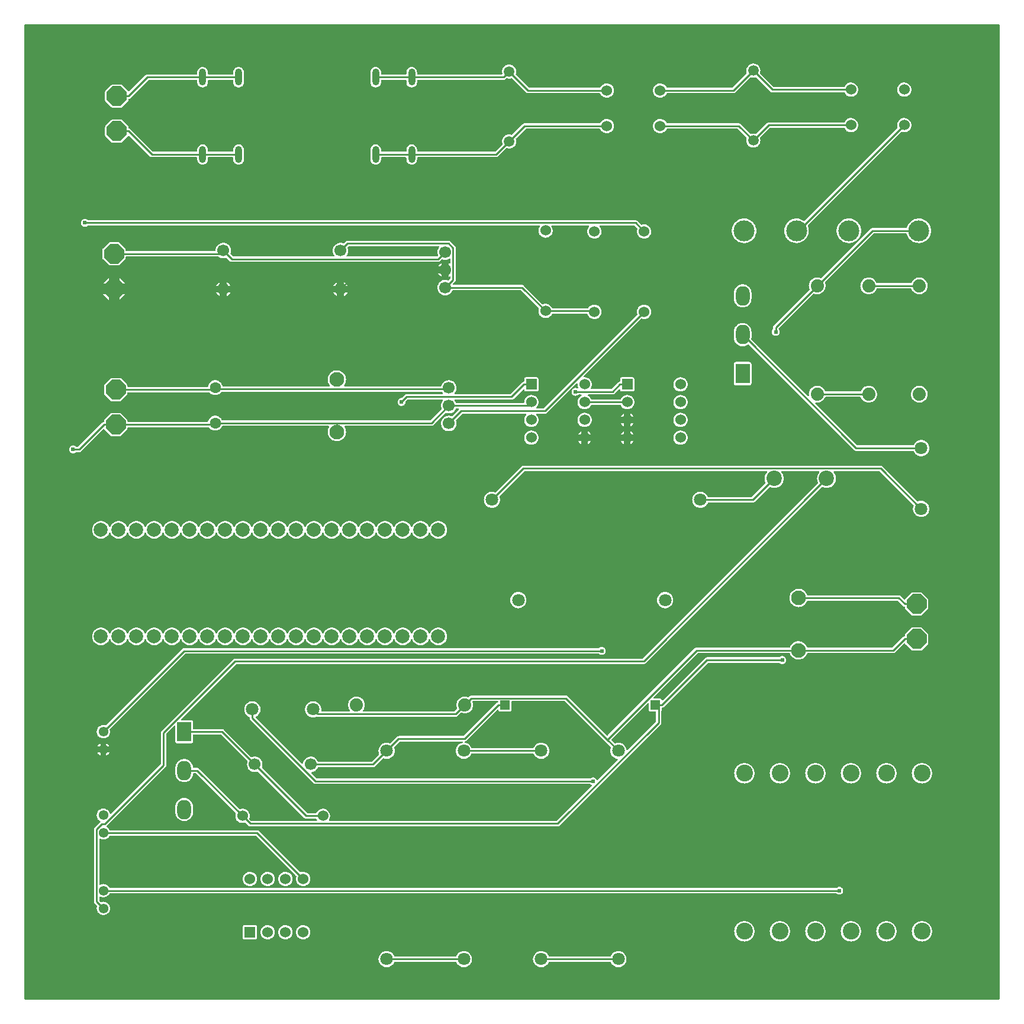
<source format=gtl>
G04 Layer: TopLayer*
G04 EasyEDA v6.5.23, 2023-06-02 07:25:32*
G04 faa352a2f59442928f15561526b97a70,7a70a1584c9f4322b4499a83215dc486,10*
G04 Gerber Generator version 0.2*
G04 Scale: 100 percent, Rotated: No, Reflected: No *
G04 Dimensions in millimeters *
G04 leading zeros omitted , absolute positions ,4 integer and 5 decimal *
%FSLAX45Y45*%
%MOMM*%

%AMMACRO1*4,1,8,1.4079,0.5832,0.5832,1.4079,-0.5832,1.4079,-1.4079,0.5832,-1.4079,-0.5832,-0.5832,-1.4079,0.5832,-1.4079,1.4079,-0.5832,1.4079,0.5832,0*%
%AMMACRO2*4,1,8,-1.4079,-0.5832,-0.5832,-1.4079,0.5832,-1.4079,1.4079,-0.5832,1.4079,0.5832,0.5832,1.4079,-0.5832,1.4079,-1.4079,0.5832,-1.4079,-0.5832,0*%
%ADD10C,0.2540*%
%ADD11R,1.5240X1.5240*%
%ADD12C,1.5240*%
%ADD13C,3.0000*%
%ADD14C,1.5000*%
%ADD15C,2.2000*%
%ADD16C,1.8000*%
%ADD17C,1.7000*%
%ADD18C,1.6000*%
%ADD19C,2.1000*%
%ADD20C,1.3800*%
%ADD21MACRO1*%
%ADD22MACRO2*%
%ADD23O,0.9999979999999999X2.400046*%
%ADD24C,1.8796*%
%ADD25R,1.3500X1.3500*%
%ADD26C,2.4000*%
%ADD27C,2.0000*%
%ADD28R,2.0000X2.8000*%
%ADD29O,1.9999959999999999X2.7999944*%
%ADD30C,0.6100*%
%ADD31C,0.0145*%

%LPD*%
G36*
X36068Y25908D02*
G01*
X32156Y26670D01*
X28905Y28905D01*
X26670Y32156D01*
X25908Y36068D01*
X25908Y13963904D01*
X26670Y13967815D01*
X28905Y13971066D01*
X32156Y13973301D01*
X36068Y13974063D01*
X13963904Y13974063D01*
X13967815Y13973301D01*
X13971066Y13971066D01*
X13973301Y13967815D01*
X13974063Y13963904D01*
X13974063Y36068D01*
X13973301Y32156D01*
X13971066Y28905D01*
X13967815Y26670D01*
X13963904Y25908D01*
G37*

%LPC*%
G36*
X5207000Y489610D02*
G01*
X5221528Y490524D01*
X5235803Y493268D01*
X5249672Y497738D01*
X5262829Y503935D01*
X5275122Y511759D01*
X5286349Y521004D01*
X5296306Y531622D01*
X5304840Y543407D01*
X5311851Y556158D01*
X5313578Y560476D01*
X5315762Y563829D01*
X5319064Y566115D01*
X5323027Y566877D01*
X6195872Y566877D01*
X6199835Y566115D01*
X6203137Y563829D01*
X6205321Y560476D01*
X6207048Y556158D01*
X6214059Y543407D01*
X6222593Y531622D01*
X6232550Y521004D01*
X6243777Y511759D01*
X6256070Y503935D01*
X6269228Y497738D01*
X6283096Y493268D01*
X6297371Y490524D01*
X6311900Y489610D01*
X6326428Y490524D01*
X6340703Y493268D01*
X6354572Y497738D01*
X6367729Y503935D01*
X6380022Y511759D01*
X6391249Y521004D01*
X6401206Y531622D01*
X6409740Y543407D01*
X6416751Y556158D01*
X6422136Y569671D01*
X6425742Y583793D01*
X6427571Y598220D01*
X6427571Y612800D01*
X6425742Y627227D01*
X6422136Y641299D01*
X6416751Y654862D01*
X6409740Y667613D01*
X6401206Y679348D01*
X6391249Y689965D01*
X6380022Y699262D01*
X6367729Y707034D01*
X6354572Y713232D01*
X6340703Y717753D01*
X6326428Y720496D01*
X6311900Y721410D01*
X6297371Y720496D01*
X6283096Y717753D01*
X6269228Y713232D01*
X6256070Y707034D01*
X6243777Y699262D01*
X6232550Y689965D01*
X6222593Y679348D01*
X6214059Y667613D01*
X6207048Y654862D01*
X6205321Y650544D01*
X6203137Y647192D01*
X6199835Y644906D01*
X6195872Y644093D01*
X5323027Y644093D01*
X5319064Y644906D01*
X5315762Y647192D01*
X5313578Y650544D01*
X5311851Y654862D01*
X5304840Y667613D01*
X5296306Y679348D01*
X5286349Y689965D01*
X5275122Y699262D01*
X5262829Y707034D01*
X5249672Y713232D01*
X5235803Y717753D01*
X5221528Y720496D01*
X5207000Y721410D01*
X5192471Y720496D01*
X5178196Y717753D01*
X5164328Y713232D01*
X5151170Y707034D01*
X5138877Y699262D01*
X5127650Y689965D01*
X5117693Y679348D01*
X5109159Y667613D01*
X5102148Y654862D01*
X5096764Y641299D01*
X5093157Y627227D01*
X5091328Y612800D01*
X5091328Y598220D01*
X5093157Y583793D01*
X5096764Y569671D01*
X5102148Y556158D01*
X5109159Y543407D01*
X5117693Y531622D01*
X5127650Y521004D01*
X5138877Y511759D01*
X5151170Y503935D01*
X5164328Y497738D01*
X5178196Y493268D01*
X5192471Y490524D01*
G37*
G36*
X7416800Y489610D02*
G01*
X7431328Y490524D01*
X7445603Y493268D01*
X7459472Y497738D01*
X7472629Y503935D01*
X7484922Y511759D01*
X7496149Y521004D01*
X7506106Y531622D01*
X7514640Y543407D01*
X7521651Y556158D01*
X7523378Y560476D01*
X7525562Y563829D01*
X7528864Y566115D01*
X7532827Y566877D01*
X8405672Y566877D01*
X8409635Y566115D01*
X8412937Y563829D01*
X8415121Y560476D01*
X8416848Y556158D01*
X8423859Y543407D01*
X8432393Y531622D01*
X8442350Y521004D01*
X8453577Y511759D01*
X8465870Y503935D01*
X8479028Y497738D01*
X8492896Y493268D01*
X8507171Y490524D01*
X8521700Y489610D01*
X8536228Y490524D01*
X8550503Y493268D01*
X8564372Y497738D01*
X8577529Y503935D01*
X8589822Y511759D01*
X8601049Y521004D01*
X8611006Y531622D01*
X8619540Y543407D01*
X8626551Y556158D01*
X8631936Y569671D01*
X8635542Y583793D01*
X8637371Y598220D01*
X8637371Y612800D01*
X8635542Y627227D01*
X8631936Y641299D01*
X8626551Y654862D01*
X8619540Y667613D01*
X8611006Y679348D01*
X8601049Y689965D01*
X8589822Y699262D01*
X8577529Y707034D01*
X8564372Y713232D01*
X8550503Y717753D01*
X8536228Y720496D01*
X8521700Y721410D01*
X8507171Y720496D01*
X8492896Y717753D01*
X8479028Y713232D01*
X8465870Y707034D01*
X8453577Y699262D01*
X8442350Y689965D01*
X8432393Y679348D01*
X8423859Y667613D01*
X8416848Y654862D01*
X8415121Y650544D01*
X8412937Y647192D01*
X8409635Y644906D01*
X8405672Y644093D01*
X7532827Y644093D01*
X7528864Y644906D01*
X7525562Y647192D01*
X7523378Y650544D01*
X7521651Y654862D01*
X7514640Y667613D01*
X7506106Y679348D01*
X7496149Y689965D01*
X7484922Y699262D01*
X7472629Y707034D01*
X7459472Y713232D01*
X7445603Y717753D01*
X7431328Y720496D01*
X7416800Y721410D01*
X7402271Y720496D01*
X7387996Y717753D01*
X7374128Y713232D01*
X7360970Y707034D01*
X7348677Y699262D01*
X7337450Y689965D01*
X7327493Y679348D01*
X7318959Y667613D01*
X7311948Y654862D01*
X7306564Y641299D01*
X7302957Y627227D01*
X7301128Y612800D01*
X7301128Y598220D01*
X7302957Y583793D01*
X7306564Y569671D01*
X7311948Y556158D01*
X7318959Y543407D01*
X7327493Y531622D01*
X7337450Y521004D01*
X7348677Y511759D01*
X7360970Y503935D01*
X7374128Y497738D01*
X7387996Y493268D01*
X7402271Y490524D01*
G37*
G36*
X11849100Y857402D02*
G01*
X11865457Y858316D01*
X11881561Y861060D01*
X11897258Y865581D01*
X11912396Y871880D01*
X11926722Y879754D01*
X11940082Y889253D01*
X11952274Y900125D01*
X11963146Y912317D01*
X11972645Y925677D01*
X11980519Y940003D01*
X11986818Y955141D01*
X11991340Y970838D01*
X11994083Y986942D01*
X11994997Y1003300D01*
X11994083Y1019657D01*
X11991340Y1035761D01*
X11986818Y1051509D01*
X11980519Y1066596D01*
X11972645Y1080922D01*
X11963146Y1094282D01*
X11952274Y1106474D01*
X11940082Y1117346D01*
X11926722Y1126845D01*
X11912396Y1134770D01*
X11897258Y1141018D01*
X11881561Y1145540D01*
X11865457Y1148283D01*
X11849100Y1149197D01*
X11832742Y1148283D01*
X11816638Y1145540D01*
X11800890Y1141018D01*
X11785803Y1134770D01*
X11771477Y1126845D01*
X11758117Y1117346D01*
X11745925Y1106474D01*
X11735054Y1094282D01*
X11725554Y1080922D01*
X11717629Y1066596D01*
X11711381Y1051509D01*
X11706860Y1035761D01*
X11704116Y1019657D01*
X11703202Y1003300D01*
X11704116Y986942D01*
X11706860Y970838D01*
X11711381Y955141D01*
X11717629Y940003D01*
X11725554Y925677D01*
X11735054Y912317D01*
X11745925Y900125D01*
X11758117Y889253D01*
X11771477Y879754D01*
X11785803Y871880D01*
X11800890Y865581D01*
X11816638Y861060D01*
X11832742Y858316D01*
G37*
G36*
X11341100Y857402D02*
G01*
X11357457Y858316D01*
X11373561Y861060D01*
X11389309Y865581D01*
X11404396Y871880D01*
X11418722Y879754D01*
X11432082Y889253D01*
X11444274Y900125D01*
X11455146Y912317D01*
X11464645Y925677D01*
X11472519Y940003D01*
X11478818Y955141D01*
X11483340Y970838D01*
X11486083Y986942D01*
X11486997Y1003300D01*
X11486083Y1019657D01*
X11483340Y1035761D01*
X11478818Y1051509D01*
X11472519Y1066596D01*
X11464645Y1080922D01*
X11455146Y1094282D01*
X11444274Y1106474D01*
X11432082Y1117346D01*
X11418722Y1126845D01*
X11404396Y1134770D01*
X11389309Y1141018D01*
X11373561Y1145540D01*
X11357457Y1148283D01*
X11341100Y1149197D01*
X11324742Y1148283D01*
X11308638Y1145540D01*
X11292890Y1141018D01*
X11277803Y1134770D01*
X11263477Y1126845D01*
X11250117Y1117346D01*
X11237925Y1106474D01*
X11227054Y1094282D01*
X11217554Y1080922D01*
X11209680Y1066596D01*
X11203381Y1051509D01*
X11198860Y1035761D01*
X11196116Y1019657D01*
X11195202Y1003300D01*
X11196116Y986942D01*
X11198860Y970838D01*
X11203381Y955141D01*
X11209680Y940003D01*
X11217554Y925677D01*
X11227054Y912317D01*
X11237925Y900125D01*
X11250117Y889253D01*
X11263477Y879754D01*
X11277803Y871880D01*
X11292890Y865581D01*
X11308638Y861060D01*
X11324742Y858316D01*
G37*
G36*
X10833100Y857402D02*
G01*
X10849457Y858316D01*
X10865561Y861060D01*
X10881309Y865581D01*
X10896396Y871880D01*
X10910722Y879754D01*
X10924082Y889253D01*
X10936274Y900125D01*
X10947146Y912317D01*
X10956645Y925677D01*
X10964519Y940003D01*
X10970818Y955141D01*
X10975340Y970838D01*
X10978083Y986942D01*
X10978997Y1003300D01*
X10978083Y1019657D01*
X10975340Y1035761D01*
X10970818Y1051509D01*
X10964519Y1066596D01*
X10956645Y1080922D01*
X10947146Y1094282D01*
X10936274Y1106474D01*
X10924082Y1117346D01*
X10910722Y1126845D01*
X10896396Y1134770D01*
X10881309Y1141018D01*
X10865561Y1145540D01*
X10849457Y1148283D01*
X10833100Y1149197D01*
X10816742Y1148283D01*
X10800638Y1145540D01*
X10784890Y1141018D01*
X10769803Y1134770D01*
X10755477Y1126845D01*
X10742117Y1117346D01*
X10729925Y1106474D01*
X10719054Y1094282D01*
X10709554Y1080922D01*
X10701680Y1066596D01*
X10695381Y1051509D01*
X10690860Y1035761D01*
X10688116Y1019657D01*
X10687202Y1003300D01*
X10688116Y986942D01*
X10690860Y970838D01*
X10695381Y955141D01*
X10701680Y940003D01*
X10709554Y925677D01*
X10719054Y912317D01*
X10729925Y900125D01*
X10742117Y889253D01*
X10755477Y879754D01*
X10769803Y871880D01*
X10784890Y865581D01*
X10800638Y861060D01*
X10816742Y858316D01*
G37*
G36*
X10325100Y857402D02*
G01*
X10341457Y858316D01*
X10357561Y861060D01*
X10373309Y865581D01*
X10388396Y871880D01*
X10402722Y879754D01*
X10416082Y889253D01*
X10428274Y900125D01*
X10439146Y912317D01*
X10448645Y925677D01*
X10456519Y940003D01*
X10462818Y955141D01*
X10467340Y970838D01*
X10470083Y986942D01*
X10470997Y1003300D01*
X10470083Y1019657D01*
X10467340Y1035761D01*
X10462818Y1051509D01*
X10456519Y1066596D01*
X10448645Y1080922D01*
X10439146Y1094282D01*
X10428274Y1106474D01*
X10416082Y1117346D01*
X10402722Y1126845D01*
X10388396Y1134770D01*
X10373309Y1141018D01*
X10357561Y1145540D01*
X10341457Y1148283D01*
X10325100Y1149197D01*
X10308742Y1148283D01*
X10292638Y1145540D01*
X10276890Y1141018D01*
X10261803Y1134770D01*
X10247477Y1126845D01*
X10234117Y1117346D01*
X10221925Y1106474D01*
X10211054Y1094282D01*
X10201554Y1080922D01*
X10193680Y1066596D01*
X10187381Y1051509D01*
X10182860Y1035761D01*
X10180116Y1019657D01*
X10179202Y1003300D01*
X10180116Y986942D01*
X10182860Y970838D01*
X10187381Y955141D01*
X10193680Y940003D01*
X10201554Y925677D01*
X10211054Y912317D01*
X10221925Y900125D01*
X10234117Y889253D01*
X10247477Y879754D01*
X10261803Y871880D01*
X10276890Y865581D01*
X10292638Y861060D01*
X10308742Y858316D01*
G37*
G36*
X12357100Y857402D02*
G01*
X12373457Y858316D01*
X12389561Y861060D01*
X12405258Y865581D01*
X12420396Y871880D01*
X12434722Y879754D01*
X12448082Y889253D01*
X12460274Y900125D01*
X12471146Y912317D01*
X12480645Y925677D01*
X12488519Y940003D01*
X12494818Y955141D01*
X12499340Y970838D01*
X12502083Y986942D01*
X12502997Y1003300D01*
X12502083Y1019657D01*
X12499340Y1035761D01*
X12494818Y1051509D01*
X12488519Y1066596D01*
X12480645Y1080922D01*
X12471146Y1094282D01*
X12460274Y1106474D01*
X12448082Y1117346D01*
X12434722Y1126845D01*
X12420396Y1134770D01*
X12405258Y1141018D01*
X12389561Y1145540D01*
X12373457Y1148283D01*
X12357100Y1149197D01*
X12340742Y1148283D01*
X12324638Y1145540D01*
X12308890Y1141018D01*
X12293803Y1134770D01*
X12279477Y1126845D01*
X12266117Y1117346D01*
X12253925Y1106474D01*
X12243054Y1094282D01*
X12233554Y1080922D01*
X12225629Y1066596D01*
X12219381Y1051509D01*
X12214860Y1035761D01*
X12212116Y1019657D01*
X12211202Y1003300D01*
X12212116Y986942D01*
X12214860Y970838D01*
X12219381Y955141D01*
X12225629Y940003D01*
X12233554Y925677D01*
X12243054Y912317D01*
X12253925Y900125D01*
X12266117Y889253D01*
X12279477Y879754D01*
X12293803Y871880D01*
X12308890Y865581D01*
X12324638Y861060D01*
X12340742Y858316D01*
G37*
G36*
X12865100Y857402D02*
G01*
X12881457Y858316D01*
X12897561Y861060D01*
X12913258Y865581D01*
X12928396Y871880D01*
X12942722Y879754D01*
X12956082Y889253D01*
X12968274Y900125D01*
X12979146Y912317D01*
X12988645Y925677D01*
X12996519Y940003D01*
X13002818Y955141D01*
X13007340Y970838D01*
X13010083Y986942D01*
X13010997Y1003300D01*
X13010083Y1019657D01*
X13007340Y1035761D01*
X13002818Y1051509D01*
X12996519Y1066596D01*
X12988645Y1080922D01*
X12979146Y1094282D01*
X12968274Y1106474D01*
X12956082Y1117346D01*
X12942722Y1126845D01*
X12928396Y1134770D01*
X12913258Y1141018D01*
X12897561Y1145540D01*
X12881457Y1148283D01*
X12865100Y1149197D01*
X12848742Y1148283D01*
X12832638Y1145540D01*
X12816890Y1141018D01*
X12801803Y1134770D01*
X12787477Y1126845D01*
X12774117Y1117346D01*
X12761925Y1106474D01*
X12751054Y1094282D01*
X12741554Y1080922D01*
X12733629Y1066596D01*
X12727381Y1051509D01*
X12722860Y1035761D01*
X12720116Y1019657D01*
X12719202Y1003300D01*
X12720116Y986942D01*
X12722860Y970838D01*
X12727381Y955141D01*
X12733629Y940003D01*
X12741554Y925677D01*
X12751054Y912317D01*
X12761925Y900125D01*
X12774117Y889253D01*
X12787477Y879754D01*
X12801803Y871880D01*
X12816890Y865581D01*
X12832638Y861060D01*
X12848742Y858316D01*
G37*
G36*
X3175558Y888492D02*
G01*
X3326841Y888492D01*
X3333140Y889203D01*
X3338626Y891133D01*
X3343503Y894181D01*
X3347618Y898296D01*
X3350666Y903173D01*
X3352596Y908659D01*
X3353308Y914958D01*
X3353308Y1066241D01*
X3352596Y1072540D01*
X3350666Y1078026D01*
X3347618Y1082903D01*
X3343503Y1087018D01*
X3338626Y1090066D01*
X3333140Y1091996D01*
X3326841Y1092708D01*
X3175558Y1092708D01*
X3169259Y1091996D01*
X3163773Y1090066D01*
X3158896Y1087018D01*
X3154781Y1082903D01*
X3151733Y1078026D01*
X3149803Y1072540D01*
X3149092Y1066241D01*
X3149092Y914958D01*
X3149803Y908659D01*
X3151733Y903173D01*
X3154781Y898296D01*
X3158896Y894181D01*
X3163773Y891133D01*
X3169259Y889203D01*
G37*
G36*
X3755796Y888593D02*
G01*
X3769410Y889050D01*
X3782872Y891286D01*
X3795877Y895350D01*
X3808272Y901090D01*
X3819753Y908405D01*
X3830167Y917194D01*
X3839311Y927353D01*
X3847033Y938580D01*
X3853179Y950721D01*
X3857650Y963625D01*
X3860393Y976985D01*
X3861308Y990600D01*
X3860393Y1004214D01*
X3857650Y1017574D01*
X3853179Y1030478D01*
X3847033Y1042619D01*
X3839311Y1053846D01*
X3830167Y1064006D01*
X3819753Y1072794D01*
X3808272Y1080109D01*
X3795877Y1085850D01*
X3782872Y1089914D01*
X3769410Y1092149D01*
X3755796Y1092606D01*
X3742232Y1091285D01*
X3728974Y1088085D01*
X3716223Y1083208D01*
X3704285Y1076655D01*
X3693312Y1068578D01*
X3683508Y1059078D01*
X3675024Y1048359D01*
X3668064Y1036624D01*
X3662781Y1024077D01*
X3659174Y1010919D01*
X3657346Y997407D01*
X3657346Y983792D01*
X3659174Y970280D01*
X3662781Y957122D01*
X3668064Y944575D01*
X3675024Y932840D01*
X3683508Y922121D01*
X3693312Y912621D01*
X3704285Y904544D01*
X3716223Y897991D01*
X3728974Y893114D01*
X3742232Y889914D01*
G37*
G36*
X4009796Y888593D02*
G01*
X4023410Y889050D01*
X4036872Y891286D01*
X4049877Y895350D01*
X4062272Y901090D01*
X4073753Y908405D01*
X4084167Y917194D01*
X4093311Y927353D01*
X4101033Y938580D01*
X4107179Y950721D01*
X4111650Y963625D01*
X4114393Y976985D01*
X4115308Y990600D01*
X4114393Y1004214D01*
X4111650Y1017574D01*
X4107179Y1030478D01*
X4101033Y1042619D01*
X4093311Y1053846D01*
X4084167Y1064006D01*
X4073753Y1072794D01*
X4062272Y1080109D01*
X4049877Y1085850D01*
X4036872Y1089914D01*
X4023410Y1092149D01*
X4009796Y1092606D01*
X3996232Y1091285D01*
X3982974Y1088085D01*
X3970223Y1083208D01*
X3958285Y1076655D01*
X3947312Y1068578D01*
X3937508Y1059078D01*
X3929024Y1048359D01*
X3922064Y1036624D01*
X3916781Y1024077D01*
X3913174Y1010919D01*
X3911346Y997407D01*
X3911346Y983792D01*
X3913174Y970280D01*
X3916781Y957122D01*
X3922064Y944575D01*
X3929024Y932840D01*
X3937508Y922121D01*
X3947312Y912621D01*
X3958285Y904544D01*
X3970223Y897991D01*
X3982974Y893114D01*
X3996232Y889914D01*
G37*
G36*
X3501796Y888593D02*
G01*
X3515410Y889050D01*
X3528872Y891286D01*
X3541877Y895350D01*
X3554272Y901090D01*
X3565753Y908405D01*
X3576167Y917194D01*
X3585311Y927353D01*
X3593033Y938580D01*
X3599179Y950721D01*
X3603650Y963625D01*
X3606393Y976985D01*
X3607308Y990600D01*
X3606393Y1004214D01*
X3603650Y1017574D01*
X3599179Y1030478D01*
X3593033Y1042619D01*
X3585311Y1053846D01*
X3576167Y1064006D01*
X3565753Y1072794D01*
X3554272Y1080109D01*
X3541877Y1085850D01*
X3528872Y1089914D01*
X3515410Y1092149D01*
X3501796Y1092606D01*
X3488232Y1091285D01*
X3474974Y1088085D01*
X3462223Y1083208D01*
X3450285Y1076655D01*
X3439312Y1068578D01*
X3429508Y1059078D01*
X3421024Y1048359D01*
X3414064Y1036624D01*
X3408781Y1024077D01*
X3405174Y1010919D01*
X3403346Y997407D01*
X3403346Y983792D01*
X3405174Y970280D01*
X3408781Y957122D01*
X3414064Y944575D01*
X3421024Y932840D01*
X3429508Y922121D01*
X3439312Y912621D01*
X3450285Y904544D01*
X3462223Y897991D01*
X3474974Y893114D01*
X3488232Y889914D01*
G37*
G36*
X1155700Y1236624D02*
G01*
X1168603Y1237538D01*
X1181303Y1240129D01*
X1193495Y1244498D01*
X1204976Y1250442D01*
X1215593Y1257909D01*
X1225042Y1266748D01*
X1233220Y1276807D01*
X1239926Y1287881D01*
X1245108Y1299768D01*
X1248613Y1312214D01*
X1250340Y1325067D01*
X1250340Y1337970D01*
X1248613Y1350822D01*
X1245108Y1363268D01*
X1239926Y1375156D01*
X1233220Y1386230D01*
X1225042Y1396288D01*
X1215593Y1405128D01*
X1204976Y1412595D01*
X1193495Y1418539D01*
X1181303Y1422908D01*
X1168603Y1425498D01*
X1155700Y1426413D01*
X1142796Y1425498D01*
X1130096Y1422908D01*
X1127912Y1422095D01*
X1124153Y1421536D01*
X1120444Y1422349D01*
X1117346Y1424482D01*
X1100175Y1441653D01*
X1097940Y1444955D01*
X1097178Y1448866D01*
X1097178Y1492504D01*
X1098042Y1496517D01*
X1100378Y1499920D01*
X1103934Y1502054D01*
X1108049Y1502613D01*
X1112012Y1501495D01*
X1117904Y1498447D01*
X1130096Y1494129D01*
X1142796Y1491488D01*
X1155700Y1490624D01*
X1168603Y1491488D01*
X1181303Y1494129D01*
X1193495Y1498447D01*
X1204976Y1504442D01*
X1215593Y1511909D01*
X1225042Y1520748D01*
X1233220Y1530756D01*
X1240028Y1541983D01*
X1242314Y1544624D01*
X1245311Y1546301D01*
X1248714Y1546860D01*
X11636502Y1546860D01*
X11640413Y1546098D01*
X11643715Y1543913D01*
X11645290Y1542288D01*
X11653367Y1536649D01*
X11662257Y1532534D01*
X11671757Y1529994D01*
X11681561Y1529130D01*
X11691315Y1529994D01*
X11700814Y1532534D01*
X11709704Y1536649D01*
X11717782Y1542288D01*
X11724741Y1549247D01*
X11730329Y1557324D01*
X11734495Y1566214D01*
X11737035Y1575714D01*
X11737898Y1585468D01*
X11737035Y1595272D01*
X11734495Y1604772D01*
X11730329Y1613662D01*
X11724741Y1621739D01*
X11717782Y1628648D01*
X11709704Y1634286D01*
X11700814Y1638452D01*
X11691315Y1640992D01*
X11681561Y1641856D01*
X11671757Y1640992D01*
X11662257Y1638452D01*
X11653367Y1634286D01*
X11645290Y1628648D01*
X11643715Y1627073D01*
X11640413Y1624888D01*
X11636502Y1624076D01*
X1248714Y1624076D01*
X1245311Y1624685D01*
X1242314Y1626362D01*
X1240028Y1629003D01*
X1233220Y1640230D01*
X1225042Y1650238D01*
X1215593Y1659077D01*
X1204976Y1666544D01*
X1193495Y1672539D01*
X1181303Y1676857D01*
X1168603Y1679498D01*
X1155700Y1680362D01*
X1142796Y1679498D01*
X1130096Y1676857D01*
X1117904Y1672539D01*
X1112012Y1669491D01*
X1108049Y1668373D01*
X1103934Y1668932D01*
X1100378Y1671066D01*
X1098042Y1674469D01*
X1097178Y1678482D01*
X1097178Y2318004D01*
X1098042Y2322068D01*
X1100378Y2325420D01*
X1103934Y2327554D01*
X1108049Y2328164D01*
X1112012Y2327046D01*
X1117854Y2323998D01*
X1130096Y2319629D01*
X1142746Y2317038D01*
X1155700Y2316124D01*
X1168603Y2317038D01*
X1181252Y2319629D01*
X1193495Y2323998D01*
X1204976Y2329942D01*
X1215542Y2337409D01*
X1225042Y2346248D01*
X1233170Y2356307D01*
X1240028Y2367534D01*
X1242314Y2370124D01*
X1245311Y2371801D01*
X1248714Y2372410D01*
X3334562Y2372410D01*
X3338474Y2371648D01*
X3341776Y2369413D01*
X3914394Y1796796D01*
X3916426Y1793900D01*
X3917340Y1790446D01*
X3917035Y1786889D01*
X3913174Y1772920D01*
X3911346Y1759407D01*
X3911346Y1745792D01*
X3913174Y1732280D01*
X3916781Y1719122D01*
X3922064Y1706575D01*
X3929024Y1694840D01*
X3937508Y1684121D01*
X3947312Y1674622D01*
X3958285Y1666544D01*
X3970223Y1659991D01*
X3982974Y1655114D01*
X3996232Y1651914D01*
X4009796Y1650593D01*
X4023410Y1651050D01*
X4036872Y1653286D01*
X4049877Y1657350D01*
X4062272Y1663090D01*
X4073753Y1670405D01*
X4084167Y1679193D01*
X4093311Y1689354D01*
X4101033Y1700580D01*
X4107179Y1712722D01*
X4111650Y1725625D01*
X4114393Y1738985D01*
X4115308Y1752600D01*
X4114393Y1766214D01*
X4111650Y1779574D01*
X4107179Y1792478D01*
X4101033Y1804619D01*
X4093311Y1815846D01*
X4084167Y1826006D01*
X4073753Y1834794D01*
X4062272Y1842109D01*
X4049877Y1847850D01*
X4036872Y1851914D01*
X4023410Y1854149D01*
X4009796Y1854606D01*
X3996232Y1853285D01*
X3982974Y1850085D01*
X3979976Y1848967D01*
X3976166Y1848256D01*
X3972356Y1849069D01*
X3969156Y1851253D01*
X3382416Y2437942D01*
X3376218Y2443073D01*
X3369513Y2446629D01*
X3362299Y2448814D01*
X3354273Y2449626D01*
X1248714Y2449626D01*
X1245311Y2450185D01*
X1242314Y2451912D01*
X1240028Y2454503D01*
X1233170Y2465730D01*
X1225042Y2475788D01*
X1215542Y2484628D01*
X1201115Y2494991D01*
X1199184Y2498496D01*
X1198778Y2502458D01*
X1199896Y2506268D01*
X1202436Y2509367D01*
X1204518Y2511044D01*
X2043938Y3350514D01*
X2049068Y3356762D01*
X2052624Y3363417D01*
X2054809Y3370630D01*
X2055622Y3378657D01*
X2055622Y3823665D01*
X2056384Y3827576D01*
X2058619Y3830878D01*
X2168144Y3940403D01*
X2171446Y3942638D01*
X2175357Y3943400D01*
X2179218Y3942638D01*
X2182520Y3940403D01*
X2184704Y3937101D01*
X2185466Y3933240D01*
X2185466Y3718560D01*
X2186228Y3712260D01*
X2188108Y3706774D01*
X2191207Y3701897D01*
X2195271Y3697782D01*
X2200198Y3694734D01*
X2205634Y3692804D01*
X2211984Y3692093D01*
X2410815Y3692093D01*
X2417165Y3692804D01*
X2422601Y3694734D01*
X2427528Y3697782D01*
X2431592Y3701897D01*
X2434691Y3706774D01*
X2436571Y3712260D01*
X2437333Y3718560D01*
X2437333Y3809237D01*
X2438095Y3813098D01*
X2440279Y3816400D01*
X2443581Y3818636D01*
X2447493Y3819398D01*
X2833776Y3819398D01*
X2837688Y3818636D01*
X2840990Y3816400D01*
X3215640Y3441750D01*
X3217824Y3438499D01*
X3218586Y3434638D01*
X3217875Y3430778D01*
X3215843Y3425850D01*
X3212236Y3412083D01*
X3210458Y3398012D01*
X3210458Y3383787D01*
X3212236Y3369716D01*
X3215843Y3355949D01*
X3221177Y3342792D01*
X3228187Y3330397D01*
X3236671Y3319018D01*
X3246526Y3308807D01*
X3257651Y3299968D01*
X3269792Y3292601D01*
X3282797Y3286810D01*
X3296412Y3282797D01*
X3310432Y3280511D01*
X3324656Y3280054D01*
X3338779Y3281426D01*
X3352647Y3284575D01*
X3361283Y3287776D01*
X3365042Y3288385D01*
X3368801Y3287572D01*
X3371951Y3285439D01*
X4030065Y2627325D01*
X4036263Y2622245D01*
X4042968Y2618689D01*
X4050182Y2616454D01*
X4058208Y2615692D01*
X4195267Y2615692D01*
X4198874Y2615031D01*
X4202074Y2613050D01*
X4204309Y2610104D01*
X4208272Y2602280D01*
X4211116Y2598115D01*
X4212793Y2594051D01*
X4212590Y2589682D01*
X4210507Y2585770D01*
X4207052Y2583129D01*
X4202785Y2582164D01*
X3277006Y2582164D01*
X3273145Y2582976D01*
X3269843Y2585161D01*
X3244900Y2610104D01*
X3242868Y2612999D01*
X3241954Y2616454D01*
X3242310Y2619959D01*
X3246170Y2633980D01*
X3247948Y2647492D01*
X3247948Y2661107D01*
X3246120Y2674620D01*
X3242564Y2687777D01*
X3237230Y2700324D01*
X3230270Y2712059D01*
X3221837Y2722778D01*
X3212033Y2732278D01*
X3201060Y2740355D01*
X3189071Y2746908D01*
X3176371Y2751785D01*
X3163062Y2754985D01*
X3149498Y2756306D01*
X3135884Y2755849D01*
X3122422Y2753614D01*
X3112211Y2750413D01*
X3108604Y2750007D01*
X3105048Y2750870D01*
X3102051Y2752953D01*
X2526030Y3328924D01*
X2519832Y3334054D01*
X2513126Y3337610D01*
X2505913Y3339795D01*
X2497886Y3340608D01*
X2446934Y3340608D01*
X2443175Y3341319D01*
X2439974Y3343351D01*
X2437739Y3346450D01*
X2436774Y3350158D01*
X2436368Y3357168D01*
X2433624Y3372104D01*
X2429103Y3386632D01*
X2422855Y3400501D01*
X2414981Y3413506D01*
X2405634Y3425494D01*
X2394864Y3436213D01*
X2382926Y3445611D01*
X2369921Y3453485D01*
X2356053Y3459683D01*
X2341524Y3464255D01*
X2326589Y3466947D01*
X2311400Y3467912D01*
X2296210Y3466947D01*
X2281275Y3464255D01*
X2266746Y3459683D01*
X2252878Y3453485D01*
X2239873Y3445611D01*
X2227935Y3436213D01*
X2217166Y3425494D01*
X2207818Y3413506D01*
X2199944Y3400501D01*
X2193696Y3386632D01*
X2189175Y3372104D01*
X2186432Y3357168D01*
X2185466Y3341674D01*
X2185466Y3262325D01*
X2186432Y3246831D01*
X2189175Y3231896D01*
X2193696Y3217367D01*
X2199944Y3203498D01*
X2207818Y3190494D01*
X2217166Y3178505D01*
X2227935Y3167786D01*
X2239873Y3158388D01*
X2252878Y3150514D01*
X2266746Y3144316D01*
X2281275Y3139744D01*
X2296210Y3137052D01*
X2311400Y3136087D01*
X2326589Y3137052D01*
X2341524Y3139744D01*
X2356053Y3144316D01*
X2369921Y3150514D01*
X2382926Y3158388D01*
X2394864Y3167786D01*
X2405634Y3178505D01*
X2414981Y3190494D01*
X2422855Y3203498D01*
X2429103Y3217367D01*
X2433624Y3231896D01*
X2436368Y3246831D01*
X2436774Y3253841D01*
X2437739Y3257550D01*
X2439974Y3260648D01*
X2443175Y3262680D01*
X2446934Y3263392D01*
X2478176Y3263392D01*
X2482088Y3262629D01*
X2485390Y3260394D01*
X3047492Y2698292D01*
X3049625Y2695194D01*
X3050438Y2691485D01*
X3049930Y2687777D01*
X3047644Y2681274D01*
X3044952Y2667914D01*
X3044037Y2654300D01*
X3044952Y2640685D01*
X3047644Y2627325D01*
X3052114Y2614422D01*
X3058261Y2602280D01*
X3065983Y2591054D01*
X3075127Y2580894D01*
X3085541Y2572105D01*
X3097022Y2564790D01*
X3109417Y2559050D01*
X3122422Y2554986D01*
X3135884Y2552750D01*
X3149498Y2552293D01*
X3163062Y2553614D01*
X3176371Y2556814D01*
X3179318Y2557932D01*
X3183128Y2558592D01*
X3186938Y2557830D01*
X3190138Y2555646D01*
X3229152Y2516632D01*
X3235401Y2511501D01*
X3242056Y2507945D01*
X3249269Y2505760D01*
X3257296Y2504948D01*
X7655052Y2504948D01*
X7663078Y2505760D01*
X7670292Y2507945D01*
X7676946Y2511501D01*
X7683195Y2516632D01*
X9125254Y3958691D01*
X9130385Y3964940D01*
X9133941Y3971594D01*
X9136126Y3978808D01*
X9136938Y3986834D01*
X9136938Y4153052D01*
X9137294Y4155846D01*
X9138462Y4158437D01*
X9141358Y4163110D01*
X9143288Y4168546D01*
X9144000Y4174845D01*
X9144000Y4193844D01*
X9144660Y4197502D01*
X9146641Y4200652D01*
X9149588Y4202887D01*
X9160764Y4206189D01*
X9167418Y4209745D01*
X9173667Y4214825D01*
X9801098Y4842256D01*
X9804400Y4844491D01*
X9808260Y4845253D01*
X10820908Y4845253D01*
X10824819Y4844491D01*
X10828121Y4842256D01*
X10829696Y4840681D01*
X10837773Y4835042D01*
X10846663Y4830876D01*
X10856163Y4828336D01*
X10865967Y4827473D01*
X10875721Y4828336D01*
X10885220Y4830876D01*
X10894110Y4835042D01*
X10902188Y4840681D01*
X10909147Y4847640D01*
X10914735Y4855667D01*
X10918901Y4864557D01*
X10921441Y4874056D01*
X10922304Y4883861D01*
X10921441Y4893665D01*
X10918901Y4903114D01*
X10914735Y4912055D01*
X10909147Y4920081D01*
X10902188Y4927041D01*
X10894110Y4932680D01*
X10885220Y4936845D01*
X10875721Y4939385D01*
X10865967Y4940249D01*
X10856163Y4939385D01*
X10846663Y4936845D01*
X10837773Y4932680D01*
X10829696Y4927041D01*
X10828121Y4925466D01*
X10824819Y4923231D01*
X10820908Y4922469D01*
X9788550Y4922469D01*
X9780524Y4921656D01*
X9773310Y4919472D01*
X9766655Y4915916D01*
X9760407Y4910785D01*
X9160256Y4310634D01*
X9156852Y4308398D01*
X9152839Y4307687D01*
X9148876Y4308602D01*
X9145574Y4310989D01*
X9143492Y4314494D01*
X9141358Y4320489D01*
X9138310Y4325416D01*
X9134195Y4329480D01*
X9129318Y4332579D01*
X9123832Y4334510D01*
X9117533Y4335221D01*
X9031579Y4335221D01*
X9027668Y4335983D01*
X9024416Y4338167D01*
X9022181Y4341469D01*
X9021419Y4345381D01*
X9022181Y4349242D01*
X9024416Y4352544D01*
X9652762Y4980889D01*
X9656064Y4983124D01*
X9659924Y4983886D01*
X10967466Y4983886D01*
X10971276Y4983124D01*
X10974527Y4980990D01*
X10976762Y4977790D01*
X10983366Y4962702D01*
X10991240Y4949393D01*
X11000638Y4937048D01*
X11011458Y4925923D01*
X11023498Y4916170D01*
X11036604Y4907889D01*
X11050625Y4901184D01*
X11065306Y4896256D01*
X11080496Y4893056D01*
X11095939Y4891684D01*
X11111433Y4892141D01*
X11126774Y4894427D01*
X11141710Y4898491D01*
X11156086Y4904333D01*
X11169700Y4911801D01*
X11182299Y4920843D01*
X11193729Y4931308D01*
X11203838Y4943094D01*
X11212525Y4955946D01*
X11219586Y4969713D01*
X11222380Y4977282D01*
X11224564Y4980736D01*
X11227917Y4983073D01*
X11231930Y4983886D01*
X12456769Y4983886D01*
X12464796Y4984648D01*
X12472009Y4986883D01*
X12478715Y4990439D01*
X12484912Y4995519D01*
X12608407Y5119014D01*
X12611506Y5121148D01*
X12615164Y5121960D01*
X12618923Y5121402D01*
X12622174Y5119522D01*
X12624511Y5116626D01*
X12626594Y5112715D01*
X12630150Y5108397D01*
X12711887Y5026660D01*
X12716205Y5023104D01*
X12720675Y5020716D01*
X12725552Y5019243D01*
X12731089Y5018735D01*
X12846710Y5018735D01*
X12852247Y5019243D01*
X12857124Y5020716D01*
X12861594Y5023104D01*
X12865912Y5026660D01*
X12947650Y5108397D01*
X12951206Y5112715D01*
X12953593Y5117185D01*
X12955066Y5122062D01*
X12955625Y5127599D01*
X12955625Y5243220D01*
X12955066Y5248757D01*
X12953593Y5253634D01*
X12951206Y5258104D01*
X12947650Y5262422D01*
X12865912Y5344160D01*
X12861594Y5347716D01*
X12857124Y5350103D01*
X12852247Y5351576D01*
X12846710Y5352135D01*
X12731089Y5352135D01*
X12725552Y5351576D01*
X12720675Y5350103D01*
X12716205Y5347716D01*
X12711887Y5344160D01*
X12630150Y5262422D01*
X12626594Y5258104D01*
X12624206Y5253634D01*
X12622733Y5248757D01*
X12622225Y5243220D01*
X12622225Y5233365D01*
X12621514Y5229707D01*
X12619583Y5226558D01*
X12616586Y5224272D01*
X12605461Y5221020D01*
X12598755Y5217464D01*
X12592558Y5212334D01*
X12444272Y5064099D01*
X12440970Y5061864D01*
X12437059Y5061102D01*
X11231930Y5061102D01*
X11227917Y5061915D01*
X11224564Y5064252D01*
X11222380Y5067706D01*
X11219586Y5075275D01*
X11212525Y5089042D01*
X11203838Y5101945D01*
X11193729Y5113680D01*
X11182299Y5124145D01*
X11169700Y5133187D01*
X11156086Y5140655D01*
X11141710Y5146497D01*
X11126774Y5150561D01*
X11111433Y5152847D01*
X11095939Y5153355D01*
X11080496Y5151932D01*
X11065306Y5148783D01*
X11050625Y5143804D01*
X11036604Y5137099D01*
X11023498Y5128869D01*
X11011458Y5119065D01*
X11000638Y5107940D01*
X10991240Y5095595D01*
X10983366Y5082286D01*
X10976762Y5067198D01*
X10974527Y5063998D01*
X10971276Y5061864D01*
X10967466Y5061102D01*
X9640214Y5061102D01*
X9632188Y5060289D01*
X9624974Y5058105D01*
X9618319Y5054549D01*
X9612071Y5049418D01*
X8369401Y3806748D01*
X8366099Y3804564D01*
X8362238Y3803802D01*
X8358327Y3804564D01*
X8355025Y3806748D01*
X7797444Y4364329D01*
X7791196Y4369460D01*
X7784541Y4373016D01*
X7777327Y4375200D01*
X7769301Y4376013D01*
X6421018Y4376013D01*
X6412992Y4375200D01*
X6405778Y4373016D01*
X6399072Y4369460D01*
X6392875Y4364329D01*
X6382664Y4354169D01*
X6379362Y4351934D01*
X6375450Y4351172D01*
X6371539Y4351985D01*
X6364732Y4354830D01*
X6350558Y4358894D01*
X6335979Y4361180D01*
X6321196Y4361586D01*
X6306515Y4360265D01*
X6292088Y4357116D01*
X6278168Y4352188D01*
X6264960Y4345584D01*
X6252667Y4337456D01*
X6241440Y4327855D01*
X6231534Y4316933D01*
X6223000Y4304893D01*
X6215989Y4291888D01*
X6210655Y4278122D01*
X6207048Y4263847D01*
X6205270Y4249166D01*
X6205270Y4234434D01*
X6207048Y4219752D01*
X6210655Y4205478D01*
X6214770Y4194860D01*
X6215481Y4191000D01*
X6214668Y4187190D01*
X6212484Y4183989D01*
X6182258Y4153763D01*
X6178956Y4151528D01*
X6175044Y4150766D01*
X4876444Y4150766D01*
X4872685Y4151477D01*
X4869484Y4153509D01*
X4867249Y4156557D01*
X4866284Y4160215D01*
X4866741Y4163974D01*
X4868519Y4167276D01*
X4872736Y4172559D01*
X4880508Y4185107D01*
X4886655Y4198518D01*
X4891125Y4212539D01*
X4893868Y4227068D01*
X4894783Y4241800D01*
X4893868Y4256532D01*
X4891125Y4271060D01*
X4886655Y4285081D01*
X4880508Y4298492D01*
X4872736Y4311040D01*
X4863490Y4322572D01*
X4852873Y4332833D01*
X4841087Y4341723D01*
X4828336Y4349089D01*
X4814722Y4354830D01*
X4800549Y4358894D01*
X4785969Y4361180D01*
X4771186Y4361586D01*
X4756505Y4360265D01*
X4742078Y4357116D01*
X4728159Y4352188D01*
X4714951Y4345584D01*
X4702657Y4337456D01*
X4691430Y4327855D01*
X4681524Y4316933D01*
X4672990Y4304893D01*
X4665980Y4291888D01*
X4660696Y4278122D01*
X4657090Y4263847D01*
X4655261Y4249166D01*
X4655261Y4234434D01*
X4657090Y4219752D01*
X4660696Y4205478D01*
X4665980Y4191711D01*
X4672990Y4178706D01*
X4681423Y4166819D01*
X4683099Y4162704D01*
X4682947Y4158335D01*
X4680915Y4154424D01*
X4677410Y4151731D01*
X4673142Y4150766D01*
X4280865Y4150766D01*
X4276547Y4151731D01*
X4273042Y4154424D01*
X4271060Y4158386D01*
X4271060Y4163771D01*
X4271975Y4178300D01*
X4271060Y4192828D01*
X4268368Y4207103D01*
X4263847Y4220972D01*
X4257649Y4234129D01*
X4249877Y4246422D01*
X4240580Y4257649D01*
X4229963Y4267606D01*
X4218178Y4276140D01*
X4205427Y4283151D01*
X4191914Y4288536D01*
X4177842Y4292142D01*
X4163364Y4293971D01*
X4148836Y4293971D01*
X4134408Y4292142D01*
X4120286Y4288536D01*
X4106773Y4283151D01*
X4094022Y4276140D01*
X4082237Y4267606D01*
X4071620Y4257649D01*
X4062374Y4246422D01*
X4054551Y4234129D01*
X4048353Y4220972D01*
X4043883Y4207103D01*
X4041140Y4192828D01*
X4040225Y4178300D01*
X4041140Y4163771D01*
X4043883Y4149496D01*
X4048353Y4135628D01*
X4054551Y4122470D01*
X4062374Y4110177D01*
X4071620Y4098950D01*
X4082237Y4088993D01*
X4094022Y4080459D01*
X4106773Y4073448D01*
X4120286Y4068064D01*
X4134408Y4064457D01*
X4148836Y4062628D01*
X4163364Y4062628D01*
X4177842Y4064457D01*
X4191914Y4068064D01*
X4206036Y4073753D01*
X4209897Y4074972D01*
X4222750Y4073550D01*
X6194755Y4073550D01*
X6202781Y4074312D01*
X6209995Y4076547D01*
X6216700Y4080103D01*
X6222898Y4085183D01*
X6266942Y4129278D01*
X6270091Y4131360D01*
X6273800Y4132224D01*
X6277508Y4131665D01*
X6292088Y4126484D01*
X6306515Y4123334D01*
X6321196Y4121962D01*
X6335979Y4122420D01*
X6350558Y4124706D01*
X6364732Y4128770D01*
X6378346Y4134510D01*
X6391097Y4141876D01*
X6402882Y4150766D01*
X6413500Y4161028D01*
X6422745Y4172559D01*
X6430518Y4185107D01*
X6436664Y4198518D01*
X6441135Y4212539D01*
X6443878Y4227068D01*
X6444792Y4241800D01*
X6443878Y4256532D01*
X6441135Y4271060D01*
X6436512Y4285538D01*
X6436055Y4289298D01*
X6437020Y4293006D01*
X6439255Y4296054D01*
X6442506Y4298086D01*
X6446215Y4298797D01*
X6792417Y4298797D01*
X6796430Y4297984D01*
X6799783Y4295597D01*
X6801967Y4292142D01*
X6802526Y4288078D01*
X6801510Y4284116D01*
X6798970Y4280865D01*
X6795363Y4278934D01*
X6790436Y4277410D01*
X6783781Y4273854D01*
X6777532Y4268724D01*
X6308140Y3799382D01*
X6304838Y3797147D01*
X6300978Y3796385D01*
X5379770Y3796385D01*
X5371744Y3795572D01*
X5364530Y3793388D01*
X5357876Y3789832D01*
X5351627Y3784701D01*
X5261864Y3694937D01*
X5258409Y3692651D01*
X5254345Y3691991D01*
X5249672Y3693261D01*
X5235803Y3697732D01*
X5221528Y3700475D01*
X5207000Y3701389D01*
X5192471Y3700475D01*
X5178196Y3697732D01*
X5164328Y3693261D01*
X5151170Y3687064D01*
X5138877Y3679240D01*
X5127650Y3669995D01*
X5117693Y3659378D01*
X5109159Y3647592D01*
X5102148Y3634841D01*
X5096764Y3621328D01*
X5093157Y3607206D01*
X5091328Y3592779D01*
X5091328Y3578199D01*
X5093157Y3563772D01*
X5096764Y3549700D01*
X5099964Y3541674D01*
X5100675Y3537864D01*
X5099862Y3534003D01*
X5097678Y3530752D01*
X4999380Y3432505D01*
X4996078Y3430270D01*
X4992217Y3429508D01*
X4231690Y3429508D01*
X4227982Y3430219D01*
X4224782Y3432200D01*
X4222546Y3435248D01*
X4217720Y3445306D01*
X4209948Y3457244D01*
X4200753Y3468065D01*
X4190237Y3477615D01*
X4178604Y3485743D01*
X4166006Y3492296D01*
X4152646Y3497224D01*
X4138777Y3500374D01*
X4124655Y3501745D01*
X4110431Y3501288D01*
X4096410Y3499002D01*
X4082796Y3494938D01*
X4069791Y3489198D01*
X4057650Y3481832D01*
X4046524Y3472992D01*
X4036669Y3462782D01*
X4028186Y3451402D01*
X4021175Y3439007D01*
X4015841Y3425850D01*
X4012234Y3412083D01*
X4011828Y3408730D01*
X4010304Y3404514D01*
X4007053Y3401415D01*
X4002836Y3399942D01*
X3998366Y3400450D01*
X3994556Y3402888D01*
X3337610Y4059834D01*
X3335528Y4062882D01*
X3334664Y4066540D01*
X3335172Y4070248D01*
X3337001Y4073499D01*
X3339896Y4075887D01*
X3348177Y4080459D01*
X3359962Y4088993D01*
X3370579Y4098950D01*
X3379825Y4110177D01*
X3387648Y4122470D01*
X3393846Y4135628D01*
X3398316Y4149496D01*
X3401060Y4163771D01*
X3401974Y4178300D01*
X3401060Y4192828D01*
X3398316Y4207103D01*
X3393846Y4220972D01*
X3387648Y4234129D01*
X3379825Y4246422D01*
X3370579Y4257649D01*
X3359962Y4267606D01*
X3348177Y4276140D01*
X3335426Y4283151D01*
X3321913Y4288536D01*
X3307791Y4292142D01*
X3293364Y4293971D01*
X3278835Y4293971D01*
X3264357Y4292142D01*
X3250285Y4288536D01*
X3236772Y4283151D01*
X3224022Y4276140D01*
X3212236Y4267606D01*
X3201619Y4257649D01*
X3192322Y4246422D01*
X3184550Y4234129D01*
X3178352Y4220972D01*
X3173831Y4207103D01*
X3171139Y4192828D01*
X3170224Y4178300D01*
X3171139Y4163771D01*
X3173831Y4149496D01*
X3178352Y4135628D01*
X3184550Y4122470D01*
X3192322Y4110177D01*
X3201619Y4098950D01*
X3212236Y4088993D01*
X3224022Y4080459D01*
X3236772Y4073448D01*
X3241090Y4071721D01*
X3244443Y4069537D01*
X3246678Y4066235D01*
X3247491Y4062272D01*
X3247491Y4057243D01*
X3248304Y4049217D01*
X3250488Y4041952D01*
X3254044Y4035298D01*
X3259175Y4029100D01*
X4165600Y3122625D01*
X4171848Y3117494D01*
X4178503Y3113938D01*
X4185716Y3111754D01*
X4193743Y3110941D01*
X8114995Y3110941D01*
X8118906Y3110179D01*
X8122208Y3107994D01*
X8123783Y3106369D01*
X8131860Y3100730D01*
X8136585Y3098546D01*
X8139734Y3096260D01*
X8141817Y3092958D01*
X8142478Y3089148D01*
X8141665Y3085338D01*
X8139480Y3082137D01*
X7642504Y2585161D01*
X7639202Y2582976D01*
X7635341Y2582164D01*
X4389628Y2582164D01*
X4385462Y2583078D01*
X4382008Y2585567D01*
X4379925Y2589276D01*
X4379518Y2593492D01*
X4380839Y2597505D01*
X4387240Y2608275D01*
X4392523Y2620822D01*
X4396130Y2633980D01*
X4397959Y2647492D01*
X4397959Y2661107D01*
X4396130Y2674620D01*
X4392523Y2687777D01*
X4387240Y2700324D01*
X4380280Y2712059D01*
X4371797Y2722778D01*
X4361992Y2732278D01*
X4351020Y2740355D01*
X4339082Y2746908D01*
X4326331Y2751785D01*
X4313072Y2754985D01*
X4299508Y2756306D01*
X4285894Y2755849D01*
X4272432Y2753614D01*
X4259427Y2749550D01*
X4247032Y2743809D01*
X4235551Y2736494D01*
X4225137Y2727706D01*
X4215993Y2717546D01*
X4208272Y2706319D01*
X4204309Y2698496D01*
X4202074Y2695549D01*
X4198874Y2693568D01*
X4195267Y2692908D01*
X4077919Y2692908D01*
X4074007Y2693670D01*
X4070705Y2695905D01*
X3426663Y3339896D01*
X3424580Y3342995D01*
X3423716Y3346602D01*
X3424224Y3350310D01*
X3428339Y3362756D01*
X3431082Y3376726D01*
X3431997Y3390900D01*
X3431082Y3405073D01*
X3428339Y3419043D01*
X3423869Y3432505D01*
X3417722Y3445306D01*
X3409950Y3457244D01*
X3400755Y3468065D01*
X3390239Y3477615D01*
X3378606Y3485743D01*
X3366008Y3492296D01*
X3352647Y3497224D01*
X3338779Y3500374D01*
X3324656Y3501745D01*
X3310432Y3501288D01*
X3296412Y3499002D01*
X3277463Y3493465D01*
X3273501Y3494227D01*
X3270148Y3496462D01*
X2881630Y3884929D01*
X2875432Y3890060D01*
X2868726Y3893616D01*
X2861513Y3895801D01*
X2853486Y3896614D01*
X2447493Y3896614D01*
X2443581Y3897376D01*
X2440279Y3899611D01*
X2438095Y3902862D01*
X2437333Y3906774D01*
X2437333Y3997451D01*
X2436571Y4003751D01*
X2434691Y4009237D01*
X2431592Y4014114D01*
X2427528Y4018229D01*
X2422601Y4021277D01*
X2417165Y4023207D01*
X2410815Y4023918D01*
X2276144Y4023918D01*
X2272284Y4024680D01*
X2268982Y4026865D01*
X2266797Y4030167D01*
X2265984Y4034078D01*
X2266797Y4037939D01*
X2268982Y4041241D01*
X3051810Y4824069D01*
X3055112Y4826304D01*
X3059023Y4827066D01*
X8885072Y4827066D01*
X8893098Y4827828D01*
X8900312Y4830064D01*
X8907018Y4833620D01*
X8913215Y4838700D01*
X11430254Y7355738D01*
X11433606Y7357973D01*
X11437518Y7358735D01*
X11441480Y7357872D01*
X11453723Y7352588D01*
X11468862Y7348067D01*
X11484406Y7345324D01*
X11500205Y7344409D01*
X11515953Y7345324D01*
X11531549Y7348067D01*
X11546687Y7352588D01*
X11561165Y7358888D01*
X11574881Y7366762D01*
X11587530Y7376210D01*
X11599011Y7387031D01*
X11609171Y7399172D01*
X11617858Y7412329D01*
X11624970Y7426452D01*
X11630355Y7441336D01*
X11634012Y7456678D01*
X11635841Y7472375D01*
X11635841Y7488224D01*
X11634012Y7503922D01*
X11630355Y7519263D01*
X11624970Y7534148D01*
X11617858Y7548270D01*
X11609171Y7561427D01*
X11603837Y7567828D01*
X11601958Y7571181D01*
X11601450Y7574991D01*
X11602415Y7578648D01*
X11604650Y7581747D01*
X11607850Y7583830D01*
X11611610Y7584541D01*
X12254331Y7584541D01*
X12258243Y7583779D01*
X12261545Y7581544D01*
X12743078Y7100011D01*
X12745262Y7096759D01*
X12746075Y7092950D01*
X12745364Y7089089D01*
X12742164Y7081113D01*
X12738557Y7066991D01*
X12736728Y7052564D01*
X12736728Y7038035D01*
X12738557Y7023557D01*
X12742164Y7009485D01*
X12747548Y6995972D01*
X12754559Y6983222D01*
X12763093Y6971436D01*
X12773050Y6960819D01*
X12784277Y6951522D01*
X12796570Y6943750D01*
X12809728Y6937552D01*
X12823596Y6933031D01*
X12837871Y6930339D01*
X12852400Y6929424D01*
X12866928Y6930339D01*
X12881203Y6933031D01*
X12895072Y6937552D01*
X12908229Y6943750D01*
X12920522Y6951522D01*
X12931749Y6960819D01*
X12941706Y6971436D01*
X12950240Y6983222D01*
X12957251Y6995972D01*
X12962636Y7009485D01*
X12966242Y7023557D01*
X12968071Y7038035D01*
X12968071Y7052564D01*
X12966242Y7066991D01*
X12962636Y7081113D01*
X12957251Y7094626D01*
X12950240Y7107377D01*
X12941706Y7119162D01*
X12931749Y7129780D01*
X12920522Y7139025D01*
X12908229Y7146848D01*
X12895072Y7153046D01*
X12881203Y7157516D01*
X12866928Y7160259D01*
X12852400Y7161174D01*
X12837871Y7160259D01*
X12823596Y7157516D01*
X12809728Y7153046D01*
X12805054Y7151776D01*
X12800990Y7152487D01*
X12797536Y7154722D01*
X12302185Y7650073D01*
X12295987Y7655204D01*
X12289282Y7658760D01*
X12282068Y7660944D01*
X12274042Y7661757D01*
X7162342Y7661757D01*
X7154316Y7660944D01*
X7147102Y7658760D01*
X7140448Y7655204D01*
X7134199Y7650073D01*
X6768947Y7284821D01*
X6765696Y7282637D01*
X6761835Y7281824D01*
X6758025Y7282535D01*
X6749999Y7285736D01*
X6735927Y7289342D01*
X6721500Y7291171D01*
X6706920Y7291171D01*
X6692493Y7289342D01*
X6678371Y7285736D01*
X6664858Y7280351D01*
X6652107Y7273340D01*
X6640322Y7264806D01*
X6629704Y7254849D01*
X6620459Y7243622D01*
X6612636Y7231329D01*
X6606438Y7218172D01*
X6601968Y7204303D01*
X6599224Y7190028D01*
X6598310Y7175500D01*
X6599224Y7160971D01*
X6601968Y7146696D01*
X6606438Y7132828D01*
X6612636Y7119670D01*
X6620459Y7107377D01*
X6629704Y7096150D01*
X6640322Y7086193D01*
X6652107Y7077659D01*
X6664858Y7070648D01*
X6678371Y7065264D01*
X6692493Y7061657D01*
X6706920Y7059828D01*
X6721500Y7059828D01*
X6735927Y7061657D01*
X6749999Y7065264D01*
X6763562Y7070648D01*
X6776313Y7077659D01*
X6788048Y7086193D01*
X6798665Y7096150D01*
X6807962Y7107377D01*
X6815734Y7119670D01*
X6821931Y7132828D01*
X6826453Y7146696D01*
X6829196Y7160971D01*
X6830110Y7175500D01*
X6829196Y7190028D01*
X6826453Y7204303D01*
X6821931Y7218172D01*
X6820662Y7222845D01*
X6821373Y7226909D01*
X6823659Y7230313D01*
X7174890Y7581544D01*
X7178192Y7583779D01*
X7182053Y7584541D01*
X10638790Y7584541D01*
X10642549Y7583830D01*
X10645749Y7581747D01*
X10647984Y7578648D01*
X10648950Y7574991D01*
X10648442Y7571181D01*
X10646562Y7567828D01*
X10641228Y7561427D01*
X10632541Y7548270D01*
X10625429Y7534148D01*
X10620044Y7519263D01*
X10616387Y7503922D01*
X10614558Y7488224D01*
X10614558Y7472375D01*
X10616387Y7456678D01*
X10620044Y7441336D01*
X10625429Y7426452D01*
X10627614Y7422134D01*
X10628680Y7418070D01*
X10628020Y7413904D01*
X10625734Y7410399D01*
X10432389Y7217105D01*
X10429087Y7214870D01*
X10425226Y7214108D01*
X9810292Y7214108D01*
X9806584Y7214819D01*
X9803333Y7216851D01*
X9801098Y7219950D01*
X9795764Y7231329D01*
X9787940Y7243622D01*
X9778695Y7254849D01*
X9768078Y7264806D01*
X9756292Y7273340D01*
X9743541Y7280351D01*
X9730028Y7285736D01*
X9715906Y7289342D01*
X9701479Y7291171D01*
X9686899Y7291171D01*
X9672472Y7289342D01*
X9658400Y7285736D01*
X9644837Y7280351D01*
X9632086Y7273340D01*
X9620351Y7264806D01*
X9609734Y7254849D01*
X9600438Y7243622D01*
X9592665Y7231329D01*
X9586468Y7218172D01*
X9581946Y7204303D01*
X9579203Y7190028D01*
X9578289Y7175500D01*
X9579203Y7160971D01*
X9581946Y7146696D01*
X9586468Y7132828D01*
X9592665Y7119670D01*
X9600438Y7107377D01*
X9609734Y7096150D01*
X9620351Y7086193D01*
X9632086Y7077659D01*
X9644837Y7070648D01*
X9658400Y7065264D01*
X9672472Y7061657D01*
X9686899Y7059828D01*
X9701479Y7059828D01*
X9715906Y7061657D01*
X9730028Y7065264D01*
X9743541Y7070648D01*
X9756292Y7077659D01*
X9768078Y7086193D01*
X9778695Y7096150D01*
X9787940Y7107377D01*
X9795764Y7119670D01*
X9801098Y7131050D01*
X9803333Y7134148D01*
X9806584Y7136180D01*
X9810292Y7136892D01*
X10444937Y7136892D01*
X10452963Y7137653D01*
X10460177Y7139889D01*
X10466832Y7143445D01*
X10473080Y7148525D01*
X10680242Y7355738D01*
X10683595Y7357973D01*
X10687558Y7358735D01*
X10691469Y7357872D01*
X10703712Y7352588D01*
X10718850Y7348067D01*
X10734446Y7345324D01*
X10750194Y7344409D01*
X10765993Y7345324D01*
X10781538Y7348067D01*
X10796676Y7352588D01*
X10811205Y7358888D01*
X10824870Y7366762D01*
X10837570Y7376210D01*
X10849051Y7387031D01*
X10859211Y7399172D01*
X10867898Y7412329D01*
X10874959Y7426452D01*
X10880394Y7441336D01*
X10884052Y7456678D01*
X10885881Y7472375D01*
X10885881Y7488224D01*
X10884052Y7503922D01*
X10880394Y7519263D01*
X10874959Y7534148D01*
X10867898Y7548270D01*
X10859211Y7561427D01*
X10853826Y7567828D01*
X10851997Y7571181D01*
X10851489Y7574991D01*
X10852404Y7578648D01*
X10854639Y7581747D01*
X10857890Y7583830D01*
X10861598Y7584541D01*
X11388801Y7584541D01*
X11392509Y7583830D01*
X11395760Y7581747D01*
X11397996Y7578648D01*
X11398910Y7574991D01*
X11398402Y7571181D01*
X11396573Y7567828D01*
X11391188Y7561427D01*
X11382502Y7548270D01*
X11375440Y7534148D01*
X11370005Y7519263D01*
X11366347Y7503922D01*
X11364518Y7488224D01*
X11364518Y7472375D01*
X11366347Y7456678D01*
X11370005Y7441336D01*
X11375440Y7426452D01*
X11377574Y7422134D01*
X11378641Y7418070D01*
X11377980Y7413904D01*
X11375694Y7410399D01*
X8872575Y4907280D01*
X8869273Y4905044D01*
X8865362Y4904282D01*
X3039313Y4904282D01*
X3031286Y4903470D01*
X3024073Y4901285D01*
X3017367Y4897729D01*
X3011170Y4892598D01*
X1990089Y3871518D01*
X1984959Y3865321D01*
X1981403Y3858615D01*
X1979218Y3851401D01*
X1978406Y3843375D01*
X1978406Y3398367D01*
X1977643Y3394506D01*
X1975408Y3391204D01*
X1265224Y2680970D01*
X1261719Y2678684D01*
X1257554Y2678023D01*
X1253490Y2679090D01*
X1250188Y2681681D01*
X1248257Y2685440D01*
X1245057Y2696768D01*
X1239926Y2708656D01*
X1233170Y2719730D01*
X1225042Y2729738D01*
X1215542Y2738577D01*
X1204976Y2746044D01*
X1193495Y2752039D01*
X1181252Y2756357D01*
X1168603Y2758998D01*
X1155700Y2759862D01*
X1142746Y2758998D01*
X1130096Y2756357D01*
X1117854Y2752039D01*
X1106373Y2746044D01*
X1095806Y2738577D01*
X1086307Y2729738D01*
X1078179Y2719730D01*
X1071422Y2708656D01*
X1066292Y2696768D01*
X1062786Y2684322D01*
X1061008Y2671470D01*
X1061008Y2658516D01*
X1062786Y2645664D01*
X1066292Y2633218D01*
X1071422Y2621330D01*
X1078179Y2610256D01*
X1086307Y2600248D01*
X1095806Y2591409D01*
X1106373Y2583942D01*
X1108811Y2582672D01*
X1111910Y2580182D01*
X1113840Y2576677D01*
X1114247Y2572715D01*
X1113129Y2568854D01*
X1109573Y2564942D01*
X1031646Y2487015D01*
X1026515Y2480767D01*
X1022959Y2474112D01*
X1020775Y2466898D01*
X1019962Y2458872D01*
X1019962Y1429156D01*
X1020775Y1421130D01*
X1022959Y1413865D01*
X1026515Y1407210D01*
X1031646Y1401013D01*
X1062736Y1369872D01*
X1064818Y1366926D01*
X1065682Y1363472D01*
X1065377Y1359916D01*
X1062786Y1350822D01*
X1061059Y1337970D01*
X1061059Y1325067D01*
X1062786Y1312214D01*
X1066292Y1299768D01*
X1071473Y1287881D01*
X1078179Y1276807D01*
X1086358Y1266748D01*
X1095806Y1257909D01*
X1106424Y1250442D01*
X1117904Y1244498D01*
X1130096Y1240129D01*
X1142796Y1237538D01*
G37*
G36*
X3247796Y1650593D02*
G01*
X3261410Y1651050D01*
X3274872Y1653286D01*
X3287877Y1657350D01*
X3300272Y1663090D01*
X3311753Y1670405D01*
X3322167Y1679193D01*
X3331311Y1689354D01*
X3339033Y1700580D01*
X3345179Y1712722D01*
X3349650Y1725625D01*
X3352393Y1738985D01*
X3353308Y1752600D01*
X3352393Y1766214D01*
X3349650Y1779574D01*
X3345179Y1792478D01*
X3339033Y1804619D01*
X3331311Y1815846D01*
X3322167Y1826006D01*
X3311753Y1834794D01*
X3300272Y1842109D01*
X3287877Y1847850D01*
X3274872Y1851914D01*
X3261410Y1854149D01*
X3247796Y1854606D01*
X3234232Y1853285D01*
X3220974Y1850085D01*
X3208223Y1845208D01*
X3196285Y1838655D01*
X3185312Y1830578D01*
X3175508Y1821078D01*
X3167024Y1810359D01*
X3160064Y1798624D01*
X3154781Y1786077D01*
X3151174Y1772920D01*
X3149346Y1759407D01*
X3149346Y1745792D01*
X3151174Y1732280D01*
X3154781Y1719122D01*
X3160064Y1706575D01*
X3167024Y1694840D01*
X3175508Y1684121D01*
X3185312Y1674622D01*
X3196285Y1666544D01*
X3208223Y1659991D01*
X3220974Y1655114D01*
X3234232Y1651914D01*
G37*
G36*
X3501796Y1650593D02*
G01*
X3515410Y1651050D01*
X3528872Y1653286D01*
X3541877Y1657350D01*
X3554272Y1663090D01*
X3565753Y1670405D01*
X3576167Y1679193D01*
X3585311Y1689354D01*
X3593033Y1700580D01*
X3599179Y1712722D01*
X3603650Y1725625D01*
X3606393Y1738985D01*
X3607308Y1752600D01*
X3606393Y1766214D01*
X3603650Y1779574D01*
X3599179Y1792478D01*
X3593033Y1804619D01*
X3585311Y1815846D01*
X3576167Y1826006D01*
X3565753Y1834794D01*
X3554272Y1842109D01*
X3541877Y1847850D01*
X3528872Y1851914D01*
X3515410Y1854149D01*
X3501796Y1854606D01*
X3488232Y1853285D01*
X3474974Y1850085D01*
X3462223Y1845208D01*
X3450285Y1838655D01*
X3439312Y1830578D01*
X3429508Y1821078D01*
X3421024Y1810359D01*
X3414064Y1798624D01*
X3408781Y1786077D01*
X3405174Y1772920D01*
X3403346Y1759407D01*
X3403346Y1745792D01*
X3405174Y1732280D01*
X3408781Y1719122D01*
X3414064Y1706575D01*
X3421024Y1694840D01*
X3429508Y1684121D01*
X3439312Y1674622D01*
X3450285Y1666544D01*
X3462223Y1659991D01*
X3474974Y1655114D01*
X3488232Y1651914D01*
G37*
G36*
X3755796Y1650593D02*
G01*
X3769410Y1651050D01*
X3782872Y1653286D01*
X3795877Y1657350D01*
X3808272Y1663090D01*
X3819753Y1670405D01*
X3830167Y1679193D01*
X3839311Y1689354D01*
X3847033Y1700580D01*
X3853179Y1712722D01*
X3857650Y1725625D01*
X3860393Y1738985D01*
X3861308Y1752600D01*
X3860393Y1766214D01*
X3857650Y1779574D01*
X3853179Y1792478D01*
X3847033Y1804619D01*
X3839311Y1815846D01*
X3830167Y1826006D01*
X3819753Y1834794D01*
X3808272Y1842109D01*
X3795877Y1847850D01*
X3782872Y1851914D01*
X3769410Y1854149D01*
X3755796Y1854606D01*
X3742232Y1853285D01*
X3728974Y1850085D01*
X3716223Y1845208D01*
X3704285Y1838655D01*
X3693312Y1830578D01*
X3683508Y1821078D01*
X3675024Y1810359D01*
X3668064Y1798624D01*
X3662781Y1786077D01*
X3659174Y1772920D01*
X3657346Y1759407D01*
X3657346Y1745792D01*
X3659174Y1732280D01*
X3662781Y1719122D01*
X3668064Y1706575D01*
X3675024Y1694840D01*
X3683508Y1684121D01*
X3693312Y1674622D01*
X3704285Y1666544D01*
X3716223Y1659991D01*
X3728974Y1655114D01*
X3742232Y1651914D01*
G37*
G36*
X2311400Y2580132D02*
G01*
X2326589Y2581046D01*
X2341524Y2583789D01*
X2356053Y2588310D01*
X2369921Y2594508D01*
X2382926Y2602382D01*
X2394864Y2611780D01*
X2405634Y2622499D01*
X2414981Y2634488D01*
X2422855Y2647492D01*
X2429103Y2661361D01*
X2433624Y2675890D01*
X2436368Y2690825D01*
X2437333Y2706319D01*
X2437333Y2785668D01*
X2436368Y2801162D01*
X2433624Y2816148D01*
X2429103Y2830626D01*
X2422855Y2844495D01*
X2414981Y2857500D01*
X2405634Y2869488D01*
X2394864Y2880207D01*
X2382926Y2889605D01*
X2369921Y2897479D01*
X2356053Y2903728D01*
X2341524Y2908249D01*
X2326589Y2910992D01*
X2311400Y2911906D01*
X2296210Y2910992D01*
X2281275Y2908249D01*
X2266746Y2903728D01*
X2252878Y2897479D01*
X2239873Y2889605D01*
X2227935Y2880207D01*
X2217166Y2869488D01*
X2207818Y2857500D01*
X2199944Y2844495D01*
X2193696Y2830626D01*
X2189175Y2816148D01*
X2186432Y2801162D01*
X2185466Y2785668D01*
X2185466Y2706319D01*
X2186432Y2690825D01*
X2189175Y2675890D01*
X2193696Y2661361D01*
X2199944Y2647492D01*
X2207818Y2634488D01*
X2217166Y2622499D01*
X2227935Y2611780D01*
X2239873Y2602382D01*
X2252878Y2594508D01*
X2266746Y2588310D01*
X2281275Y2583789D01*
X2296210Y2581046D01*
G37*
G36*
X12357100Y3118002D02*
G01*
X12373457Y3118916D01*
X12389561Y3121660D01*
X12405258Y3126181D01*
X12420396Y3132480D01*
X12434722Y3140354D01*
X12448082Y3149854D01*
X12460274Y3160725D01*
X12471146Y3172917D01*
X12480645Y3186277D01*
X12488519Y3200603D01*
X12494818Y3215741D01*
X12499340Y3231438D01*
X12502083Y3247542D01*
X12502997Y3263900D01*
X12502083Y3280257D01*
X12499340Y3296361D01*
X12494818Y3312109D01*
X12488519Y3327196D01*
X12480645Y3341522D01*
X12471146Y3354882D01*
X12460274Y3367074D01*
X12448082Y3377946D01*
X12434722Y3387445D01*
X12420396Y3395370D01*
X12405258Y3401618D01*
X12389561Y3406140D01*
X12373457Y3408883D01*
X12357100Y3409797D01*
X12340742Y3408883D01*
X12324638Y3406140D01*
X12308890Y3401618D01*
X12293803Y3395370D01*
X12279477Y3387445D01*
X12266117Y3377946D01*
X12253925Y3367074D01*
X12243054Y3354882D01*
X12233554Y3341522D01*
X12225629Y3327196D01*
X12219381Y3312109D01*
X12214860Y3296361D01*
X12212116Y3280257D01*
X12211202Y3263900D01*
X12212116Y3247542D01*
X12214860Y3231438D01*
X12219381Y3215741D01*
X12225629Y3200603D01*
X12233554Y3186277D01*
X12243054Y3172917D01*
X12253925Y3160725D01*
X12266117Y3149854D01*
X12279477Y3140354D01*
X12293803Y3132480D01*
X12308890Y3126181D01*
X12324638Y3121660D01*
X12340742Y3118916D01*
G37*
G36*
X10833100Y3118002D02*
G01*
X10849457Y3118916D01*
X10865561Y3121660D01*
X10881309Y3126181D01*
X10896396Y3132480D01*
X10910722Y3140354D01*
X10924082Y3149854D01*
X10936274Y3160725D01*
X10947146Y3172917D01*
X10956645Y3186277D01*
X10964519Y3200603D01*
X10970818Y3215741D01*
X10975340Y3231438D01*
X10978083Y3247542D01*
X10978997Y3263900D01*
X10978083Y3280257D01*
X10975340Y3296361D01*
X10970818Y3312109D01*
X10964519Y3327196D01*
X10956645Y3341522D01*
X10947146Y3354882D01*
X10936274Y3367074D01*
X10924082Y3377946D01*
X10910722Y3387445D01*
X10896396Y3395370D01*
X10881309Y3401618D01*
X10865561Y3406140D01*
X10849457Y3408883D01*
X10833100Y3409797D01*
X10816742Y3408883D01*
X10800638Y3406140D01*
X10784890Y3401618D01*
X10769803Y3395370D01*
X10755477Y3387445D01*
X10742117Y3377946D01*
X10729925Y3367074D01*
X10719054Y3354882D01*
X10709554Y3341522D01*
X10701680Y3327196D01*
X10695381Y3312109D01*
X10690860Y3296361D01*
X10688116Y3280257D01*
X10687202Y3263900D01*
X10688116Y3247542D01*
X10690860Y3231438D01*
X10695381Y3215741D01*
X10701680Y3200603D01*
X10709554Y3186277D01*
X10719054Y3172917D01*
X10729925Y3160725D01*
X10742117Y3149854D01*
X10755477Y3140354D01*
X10769803Y3132480D01*
X10784890Y3126181D01*
X10800638Y3121660D01*
X10816742Y3118916D01*
G37*
G36*
X11849100Y3118002D02*
G01*
X11865457Y3118916D01*
X11881561Y3121660D01*
X11897258Y3126181D01*
X11912396Y3132480D01*
X11926722Y3140354D01*
X11940082Y3149854D01*
X11952274Y3160725D01*
X11963146Y3172917D01*
X11972645Y3186277D01*
X11980519Y3200603D01*
X11986818Y3215741D01*
X11991340Y3231438D01*
X11994083Y3247542D01*
X11994997Y3263900D01*
X11994083Y3280257D01*
X11991340Y3296361D01*
X11986818Y3312109D01*
X11980519Y3327196D01*
X11972645Y3341522D01*
X11963146Y3354882D01*
X11952274Y3367074D01*
X11940082Y3377946D01*
X11926722Y3387445D01*
X11912396Y3395370D01*
X11897258Y3401618D01*
X11881561Y3406140D01*
X11865457Y3408883D01*
X11849100Y3409797D01*
X11832742Y3408883D01*
X11816638Y3406140D01*
X11800890Y3401618D01*
X11785803Y3395370D01*
X11771477Y3387445D01*
X11758117Y3377946D01*
X11745925Y3367074D01*
X11735054Y3354882D01*
X11725554Y3341522D01*
X11717629Y3327196D01*
X11711381Y3312109D01*
X11706860Y3296361D01*
X11704116Y3280257D01*
X11703202Y3263900D01*
X11704116Y3247542D01*
X11706860Y3231438D01*
X11711381Y3215741D01*
X11717629Y3200603D01*
X11725554Y3186277D01*
X11735054Y3172917D01*
X11745925Y3160725D01*
X11758117Y3149854D01*
X11771477Y3140354D01*
X11785803Y3132480D01*
X11800890Y3126181D01*
X11816638Y3121660D01*
X11832742Y3118916D01*
G37*
G36*
X12865100Y3118002D02*
G01*
X12881457Y3118916D01*
X12897561Y3121660D01*
X12913258Y3126181D01*
X12928396Y3132480D01*
X12942722Y3140354D01*
X12956082Y3149854D01*
X12968274Y3160725D01*
X12979146Y3172917D01*
X12988645Y3186277D01*
X12996519Y3200603D01*
X13002818Y3215741D01*
X13007340Y3231438D01*
X13010083Y3247542D01*
X13010997Y3263900D01*
X13010083Y3280257D01*
X13007340Y3296361D01*
X13002818Y3312109D01*
X12996519Y3327196D01*
X12988645Y3341522D01*
X12979146Y3354882D01*
X12968274Y3367074D01*
X12956082Y3377946D01*
X12942722Y3387445D01*
X12928396Y3395370D01*
X12913258Y3401618D01*
X12897561Y3406140D01*
X12881457Y3408883D01*
X12865100Y3409797D01*
X12848742Y3408883D01*
X12832638Y3406140D01*
X12816890Y3401618D01*
X12801803Y3395370D01*
X12787477Y3387445D01*
X12774117Y3377946D01*
X12761925Y3367074D01*
X12751054Y3354882D01*
X12741554Y3341522D01*
X12733629Y3327196D01*
X12727381Y3312109D01*
X12722860Y3296361D01*
X12720116Y3280257D01*
X12719202Y3263900D01*
X12720116Y3247542D01*
X12722860Y3231438D01*
X12727381Y3215741D01*
X12733629Y3200603D01*
X12741554Y3186277D01*
X12751054Y3172917D01*
X12761925Y3160725D01*
X12774117Y3149854D01*
X12787477Y3140354D01*
X12801803Y3132480D01*
X12816890Y3126181D01*
X12832638Y3121660D01*
X12848742Y3118916D01*
G37*
G36*
X10325100Y3118002D02*
G01*
X10341457Y3118916D01*
X10357561Y3121660D01*
X10373309Y3126181D01*
X10388396Y3132480D01*
X10402722Y3140354D01*
X10416082Y3149854D01*
X10428274Y3160725D01*
X10439146Y3172917D01*
X10448645Y3186277D01*
X10456519Y3200603D01*
X10462818Y3215741D01*
X10467340Y3231438D01*
X10470083Y3247542D01*
X10470997Y3263900D01*
X10470083Y3280257D01*
X10467340Y3296361D01*
X10462818Y3312109D01*
X10456519Y3327196D01*
X10448645Y3341522D01*
X10439146Y3354882D01*
X10428274Y3367074D01*
X10416082Y3377946D01*
X10402722Y3387445D01*
X10388396Y3395370D01*
X10373309Y3401618D01*
X10357561Y3406140D01*
X10341457Y3408883D01*
X10325100Y3409797D01*
X10308742Y3408883D01*
X10292638Y3406140D01*
X10276890Y3401618D01*
X10261803Y3395370D01*
X10247477Y3387445D01*
X10234117Y3377946D01*
X10221925Y3367074D01*
X10211054Y3354882D01*
X10201554Y3341522D01*
X10193680Y3327196D01*
X10187381Y3312109D01*
X10182860Y3296361D01*
X10180116Y3280257D01*
X10179202Y3263900D01*
X10180116Y3247542D01*
X10182860Y3231438D01*
X10187381Y3215741D01*
X10193680Y3200603D01*
X10201554Y3186277D01*
X10211054Y3172917D01*
X10221925Y3160725D01*
X10234117Y3149854D01*
X10247477Y3140354D01*
X10261803Y3132480D01*
X10276890Y3126181D01*
X10292638Y3121660D01*
X10308742Y3118916D01*
G37*
G36*
X11341100Y3118002D02*
G01*
X11357457Y3118916D01*
X11373561Y3121660D01*
X11389309Y3126181D01*
X11404396Y3132480D01*
X11418722Y3140354D01*
X11432082Y3149854D01*
X11444274Y3160725D01*
X11455146Y3172917D01*
X11464645Y3186277D01*
X11472519Y3200603D01*
X11478818Y3215741D01*
X11483340Y3231438D01*
X11486083Y3247542D01*
X11486997Y3263900D01*
X11486083Y3280257D01*
X11483340Y3296361D01*
X11478818Y3312109D01*
X11472519Y3327196D01*
X11464645Y3341522D01*
X11455146Y3354882D01*
X11444274Y3367074D01*
X11432082Y3377946D01*
X11418722Y3387445D01*
X11404396Y3395370D01*
X11389309Y3401618D01*
X11373561Y3406140D01*
X11357457Y3408883D01*
X11341100Y3409797D01*
X11324742Y3408883D01*
X11308638Y3406140D01*
X11292890Y3401618D01*
X11277803Y3395370D01*
X11263477Y3387445D01*
X11250117Y3377946D01*
X11237925Y3367074D01*
X11227054Y3354882D01*
X11217554Y3341522D01*
X11209680Y3327196D01*
X11203381Y3312109D01*
X11198860Y3296361D01*
X11196116Y3280257D01*
X11195202Y3263900D01*
X11196116Y3247542D01*
X11198860Y3231438D01*
X11203381Y3215741D01*
X11209680Y3200603D01*
X11217554Y3186277D01*
X11227054Y3172917D01*
X11237925Y3160725D01*
X11250117Y3149854D01*
X11263477Y3140354D01*
X11277803Y3132480D01*
X11292890Y3126181D01*
X11308638Y3121660D01*
X11324742Y3118916D01*
G37*
G36*
X1114806Y3519373D02*
G01*
X1114806Y3563975D01*
X1070203Y3563975D01*
X1071422Y3561181D01*
X1078179Y3550107D01*
X1086307Y3540048D01*
X1095806Y3531209D01*
X1106373Y3523742D01*
G37*
G36*
X1196543Y3519373D02*
G01*
X1204976Y3523742D01*
X1215542Y3531209D01*
X1225042Y3540048D01*
X1233170Y3550107D01*
X1239926Y3561181D01*
X1241145Y3563975D01*
X1196543Y3563975D01*
G37*
G36*
X1196543Y3645662D02*
G01*
X1241145Y3645662D01*
X1239926Y3648456D01*
X1233170Y3659530D01*
X1225042Y3669588D01*
X1215542Y3678428D01*
X1204976Y3685895D01*
X1196543Y3690264D01*
G37*
G36*
X1070203Y3645662D02*
G01*
X1114806Y3645662D01*
X1114806Y3690264D01*
X1106373Y3685895D01*
X1095806Y3678428D01*
X1086307Y3669588D01*
X1078179Y3659530D01*
X1071422Y3648456D01*
G37*
G36*
X1155700Y3763924D02*
G01*
X1168603Y3764787D01*
X1181252Y3767429D01*
X1193495Y3771747D01*
X1204976Y3777742D01*
X1215542Y3785209D01*
X1225042Y3794048D01*
X1233170Y3804056D01*
X1239926Y3815130D01*
X1245057Y3827018D01*
X1248562Y3839464D01*
X1250340Y3852316D01*
X1250340Y3865270D01*
X1248562Y3878122D01*
X1246022Y3887215D01*
X1245666Y3890772D01*
X1246581Y3894226D01*
X1248613Y3897122D01*
X2324608Y4973116D01*
X2327910Y4975352D01*
X2331821Y4976114D01*
X8239201Y4976114D01*
X8243062Y4975352D01*
X8246364Y4973116D01*
X8247989Y4971542D01*
X8256016Y4965903D01*
X8264906Y4961737D01*
X8274405Y4959197D01*
X8284209Y4958334D01*
X8294014Y4959197D01*
X8303514Y4961737D01*
X8312403Y4965903D01*
X8320430Y4971542D01*
X8327390Y4978501D01*
X8333028Y4986528D01*
X8337194Y4995418D01*
X8339734Y5004917D01*
X8340598Y5014722D01*
X8339734Y5024526D01*
X8337194Y5033975D01*
X8333028Y5042916D01*
X8327390Y5050942D01*
X8320430Y5057902D01*
X8312403Y5063540D01*
X8303514Y5067706D01*
X8294014Y5070246D01*
X8284209Y5071110D01*
X8274405Y5070246D01*
X8264906Y5067706D01*
X8256016Y5063540D01*
X8247989Y5057902D01*
X8246364Y5056327D01*
X8243062Y5054092D01*
X8239201Y5053330D01*
X2312111Y5053330D01*
X2304084Y5052517D01*
X2296871Y5050332D01*
X2290165Y5046776D01*
X2283968Y5041646D01*
X1194054Y3951782D01*
X1190904Y3949649D01*
X1187196Y3948785D01*
X1183487Y3949395D01*
X1181252Y3950157D01*
X1168603Y3952798D01*
X1155700Y3953662D01*
X1142746Y3952798D01*
X1130096Y3950157D01*
X1117854Y3945839D01*
X1106373Y3939844D01*
X1095806Y3932377D01*
X1086307Y3923537D01*
X1078179Y3913530D01*
X1071422Y3902456D01*
X1066292Y3890568D01*
X1062786Y3878122D01*
X1061008Y3865270D01*
X1061008Y3852316D01*
X1062786Y3839464D01*
X1066292Y3827018D01*
X1071422Y3815130D01*
X1078179Y3804056D01*
X1086307Y3794048D01*
X1095806Y3785209D01*
X1106373Y3777742D01*
X1117854Y3771747D01*
X1130096Y3767429D01*
X1142746Y3764787D01*
G37*
G36*
X1120140Y5096357D02*
G01*
X1135329Y5097272D01*
X1150264Y5100015D01*
X1164793Y5104536D01*
X1178661Y5110784D01*
X1191666Y5118658D01*
X1203604Y5128006D01*
X1214374Y5138775D01*
X1223721Y5150713D01*
X1231595Y5163718D01*
X1237894Y5177637D01*
X1240078Y5180838D01*
X1243330Y5182920D01*
X1247140Y5183632D01*
X1250950Y5182920D01*
X1254201Y5180838D01*
X1256385Y5177637D01*
X1262684Y5163718D01*
X1270558Y5150713D01*
X1279906Y5138775D01*
X1290675Y5128006D01*
X1302613Y5118658D01*
X1315618Y5110784D01*
X1329486Y5104536D01*
X1344015Y5100015D01*
X1358950Y5097272D01*
X1374140Y5096357D01*
X1389329Y5097272D01*
X1404264Y5100015D01*
X1418793Y5104536D01*
X1432661Y5110784D01*
X1445666Y5118658D01*
X1457604Y5128006D01*
X1468374Y5138775D01*
X1477721Y5150713D01*
X1485595Y5163718D01*
X1491894Y5177637D01*
X1494078Y5180838D01*
X1497330Y5182920D01*
X1501140Y5183632D01*
X1504950Y5182920D01*
X1508201Y5180838D01*
X1510385Y5177637D01*
X1516684Y5163718D01*
X1524558Y5150713D01*
X1533906Y5138775D01*
X1544675Y5128006D01*
X1556613Y5118658D01*
X1569618Y5110784D01*
X1583486Y5104536D01*
X1598015Y5100015D01*
X1612950Y5097272D01*
X1628139Y5096357D01*
X1643329Y5097272D01*
X1658264Y5100015D01*
X1672793Y5104536D01*
X1686661Y5110784D01*
X1699666Y5118658D01*
X1711604Y5128006D01*
X1722374Y5138775D01*
X1731721Y5150713D01*
X1739595Y5163718D01*
X1745894Y5177637D01*
X1748078Y5180838D01*
X1751330Y5182920D01*
X1755139Y5183632D01*
X1758950Y5182920D01*
X1762201Y5180838D01*
X1764385Y5177637D01*
X1770684Y5163718D01*
X1778558Y5150713D01*
X1787906Y5138775D01*
X1798675Y5128006D01*
X1810613Y5118658D01*
X1823618Y5110784D01*
X1837486Y5104536D01*
X1852015Y5100015D01*
X1866950Y5097272D01*
X1882139Y5096357D01*
X1897329Y5097272D01*
X1912264Y5100015D01*
X1926793Y5104536D01*
X1940661Y5110784D01*
X1953666Y5118658D01*
X1965604Y5128006D01*
X1976374Y5138775D01*
X1985721Y5150713D01*
X1993595Y5163718D01*
X1999894Y5177637D01*
X2002078Y5180838D01*
X2005330Y5182920D01*
X2009139Y5183632D01*
X2012950Y5182920D01*
X2016201Y5180838D01*
X2018385Y5177637D01*
X2024684Y5163718D01*
X2032558Y5150713D01*
X2041906Y5138775D01*
X2052675Y5128006D01*
X2064613Y5118658D01*
X2077618Y5110784D01*
X2091486Y5104536D01*
X2106015Y5100015D01*
X2120950Y5097272D01*
X2136140Y5096357D01*
X2151329Y5097272D01*
X2166264Y5100015D01*
X2180793Y5104536D01*
X2194661Y5110784D01*
X2207666Y5118658D01*
X2219604Y5128006D01*
X2230374Y5138775D01*
X2239721Y5150713D01*
X2247595Y5163718D01*
X2253894Y5177637D01*
X2256078Y5180838D01*
X2259330Y5182920D01*
X2263140Y5183632D01*
X2266950Y5182920D01*
X2270201Y5180838D01*
X2272385Y5177637D01*
X2278684Y5163718D01*
X2286558Y5150713D01*
X2295906Y5138775D01*
X2306675Y5128006D01*
X2318613Y5118658D01*
X2331618Y5110784D01*
X2345486Y5104536D01*
X2360015Y5100015D01*
X2374950Y5097272D01*
X2390140Y5096357D01*
X2405329Y5097272D01*
X2420264Y5100015D01*
X2434793Y5104536D01*
X2448661Y5110784D01*
X2461666Y5118658D01*
X2473604Y5128006D01*
X2484374Y5138775D01*
X2493721Y5150713D01*
X2501595Y5163718D01*
X2507894Y5177637D01*
X2510078Y5180838D01*
X2513330Y5182920D01*
X2517140Y5183632D01*
X2520950Y5182920D01*
X2524201Y5180838D01*
X2526385Y5177637D01*
X2532684Y5163718D01*
X2540558Y5150713D01*
X2549906Y5138775D01*
X2560675Y5128006D01*
X2572613Y5118658D01*
X2585618Y5110784D01*
X2599486Y5104536D01*
X2614015Y5100015D01*
X2628950Y5097272D01*
X2644140Y5096357D01*
X2659329Y5097272D01*
X2674264Y5100015D01*
X2688793Y5104536D01*
X2702661Y5110784D01*
X2715666Y5118658D01*
X2727604Y5128006D01*
X2738374Y5138775D01*
X2747721Y5150713D01*
X2755595Y5163718D01*
X2761894Y5177637D01*
X2764078Y5180838D01*
X2767330Y5182920D01*
X2771140Y5183632D01*
X2774950Y5182920D01*
X2778201Y5180838D01*
X2780385Y5177637D01*
X2786684Y5163718D01*
X2794558Y5150713D01*
X2803906Y5138775D01*
X2814675Y5128006D01*
X2826613Y5118658D01*
X2839618Y5110784D01*
X2853486Y5104536D01*
X2868015Y5100015D01*
X2882950Y5097272D01*
X2898140Y5096357D01*
X2913329Y5097272D01*
X2928264Y5100015D01*
X2942793Y5104536D01*
X2956661Y5110784D01*
X2969666Y5118658D01*
X2981604Y5128006D01*
X2992374Y5138775D01*
X3001721Y5150713D01*
X3009595Y5163718D01*
X3015894Y5177637D01*
X3018078Y5180838D01*
X3021330Y5182920D01*
X3025140Y5183632D01*
X3028950Y5182920D01*
X3032201Y5180838D01*
X3034385Y5177637D01*
X3040684Y5163718D01*
X3048558Y5150713D01*
X3057906Y5138775D01*
X3068675Y5128006D01*
X3080613Y5118658D01*
X3093618Y5110784D01*
X3107486Y5104536D01*
X3122015Y5100015D01*
X3136950Y5097272D01*
X3152140Y5096357D01*
X3167329Y5097272D01*
X3182264Y5100015D01*
X3196793Y5104536D01*
X3210661Y5110784D01*
X3223666Y5118658D01*
X3235604Y5128006D01*
X3246374Y5138775D01*
X3255721Y5150713D01*
X3263595Y5163718D01*
X3269894Y5177637D01*
X3272078Y5180838D01*
X3275329Y5182920D01*
X3279140Y5183632D01*
X3282950Y5182920D01*
X3286201Y5180838D01*
X3288385Y5177637D01*
X3294684Y5163718D01*
X3302558Y5150713D01*
X3311906Y5138775D01*
X3322675Y5128006D01*
X3334613Y5118658D01*
X3347618Y5110784D01*
X3361486Y5104536D01*
X3376015Y5100015D01*
X3390950Y5097272D01*
X3406140Y5096357D01*
X3421329Y5097272D01*
X3436264Y5100015D01*
X3450793Y5104536D01*
X3464661Y5110784D01*
X3477666Y5118658D01*
X3489604Y5128006D01*
X3500374Y5138775D01*
X3509721Y5150713D01*
X3517595Y5163718D01*
X3523894Y5177637D01*
X3526078Y5180838D01*
X3529329Y5182920D01*
X3533140Y5183632D01*
X3536950Y5182920D01*
X3540201Y5180838D01*
X3542385Y5177637D01*
X3548684Y5163718D01*
X3556558Y5150713D01*
X3565906Y5138775D01*
X3576675Y5128006D01*
X3588613Y5118658D01*
X3601618Y5110784D01*
X3615486Y5104536D01*
X3630015Y5100015D01*
X3644950Y5097272D01*
X3660140Y5096357D01*
X3675329Y5097272D01*
X3690264Y5100015D01*
X3704793Y5104536D01*
X3718661Y5110784D01*
X3731666Y5118658D01*
X3743604Y5128006D01*
X3754374Y5138775D01*
X3763721Y5150713D01*
X3771595Y5163718D01*
X3777894Y5177637D01*
X3780078Y5180838D01*
X3783329Y5182920D01*
X3787140Y5183632D01*
X3790950Y5182920D01*
X3794201Y5180838D01*
X3796385Y5177637D01*
X3802684Y5163718D01*
X3810558Y5150713D01*
X3819906Y5138775D01*
X3830675Y5128006D01*
X3842613Y5118658D01*
X3855618Y5110784D01*
X3869486Y5104536D01*
X3884015Y5100015D01*
X3898950Y5097272D01*
X3914140Y5096357D01*
X3929329Y5097272D01*
X3944264Y5100015D01*
X3958793Y5104536D01*
X3972661Y5110784D01*
X3985666Y5118658D01*
X3997604Y5128006D01*
X4008374Y5138775D01*
X4017721Y5150713D01*
X4025595Y5163718D01*
X4031894Y5177637D01*
X4034078Y5180838D01*
X4037329Y5182920D01*
X4041140Y5183632D01*
X4044950Y5182920D01*
X4048201Y5180838D01*
X4050385Y5177637D01*
X4056684Y5163718D01*
X4064558Y5150713D01*
X4073906Y5138775D01*
X4084675Y5128006D01*
X4096613Y5118658D01*
X4109618Y5110784D01*
X4123486Y5104536D01*
X4138015Y5100015D01*
X4152950Y5097272D01*
X4168140Y5096357D01*
X4183329Y5097272D01*
X4198264Y5100015D01*
X4212793Y5104536D01*
X4226661Y5110784D01*
X4239666Y5118658D01*
X4251604Y5128006D01*
X4262374Y5138775D01*
X4271721Y5150713D01*
X4279595Y5163718D01*
X4285894Y5177637D01*
X4288078Y5180838D01*
X4291330Y5182920D01*
X4295140Y5183632D01*
X4298950Y5182920D01*
X4302201Y5180838D01*
X4304385Y5177637D01*
X4310684Y5163718D01*
X4318558Y5150713D01*
X4327906Y5138775D01*
X4338675Y5128006D01*
X4350613Y5118658D01*
X4363618Y5110784D01*
X4377486Y5104536D01*
X4392015Y5100015D01*
X4406950Y5097272D01*
X4422140Y5096357D01*
X4437329Y5097272D01*
X4452264Y5100015D01*
X4466793Y5104536D01*
X4480661Y5110784D01*
X4493666Y5118658D01*
X4505604Y5128006D01*
X4516374Y5138775D01*
X4525721Y5150713D01*
X4533595Y5163718D01*
X4539894Y5177637D01*
X4542078Y5180838D01*
X4545330Y5182920D01*
X4549140Y5183632D01*
X4552950Y5182920D01*
X4556201Y5180838D01*
X4558385Y5177637D01*
X4564684Y5163718D01*
X4572558Y5150713D01*
X4581906Y5138775D01*
X4592675Y5128006D01*
X4604613Y5118658D01*
X4617618Y5110784D01*
X4631486Y5104536D01*
X4646015Y5100015D01*
X4660950Y5097272D01*
X4676140Y5096357D01*
X4691329Y5097272D01*
X4706264Y5100015D01*
X4720793Y5104536D01*
X4734661Y5110784D01*
X4747666Y5118658D01*
X4759604Y5128006D01*
X4770374Y5138775D01*
X4779721Y5150713D01*
X4787595Y5163718D01*
X4793894Y5177637D01*
X4796078Y5180838D01*
X4799330Y5182920D01*
X4803140Y5183632D01*
X4806950Y5182920D01*
X4810201Y5180838D01*
X4812385Y5177637D01*
X4818684Y5163718D01*
X4826558Y5150713D01*
X4835906Y5138775D01*
X4846675Y5128006D01*
X4858613Y5118658D01*
X4871618Y5110784D01*
X4885486Y5104536D01*
X4900015Y5100015D01*
X4914950Y5097272D01*
X4930140Y5096357D01*
X4945329Y5097272D01*
X4960264Y5100015D01*
X4974793Y5104536D01*
X4988661Y5110784D01*
X5001666Y5118658D01*
X5013604Y5128006D01*
X5024374Y5138775D01*
X5033721Y5150713D01*
X5041595Y5163718D01*
X5047894Y5177637D01*
X5050078Y5180838D01*
X5053330Y5182920D01*
X5057140Y5183632D01*
X5060950Y5182920D01*
X5064201Y5180838D01*
X5066385Y5177637D01*
X5072684Y5163718D01*
X5080558Y5150713D01*
X5089906Y5138775D01*
X5100675Y5128006D01*
X5112613Y5118658D01*
X5125618Y5110784D01*
X5139486Y5104536D01*
X5154015Y5100015D01*
X5168950Y5097272D01*
X5184140Y5096357D01*
X5199329Y5097272D01*
X5214264Y5100015D01*
X5228793Y5104536D01*
X5242661Y5110784D01*
X5255666Y5118658D01*
X5267604Y5128006D01*
X5278374Y5138775D01*
X5287721Y5150713D01*
X5295595Y5163718D01*
X5301894Y5177637D01*
X5304078Y5180838D01*
X5307330Y5182920D01*
X5311140Y5183632D01*
X5314950Y5182920D01*
X5318201Y5180838D01*
X5320385Y5177637D01*
X5326684Y5163718D01*
X5334558Y5150713D01*
X5343906Y5138775D01*
X5354675Y5128006D01*
X5366613Y5118658D01*
X5379618Y5110784D01*
X5393486Y5104536D01*
X5408015Y5100015D01*
X5422950Y5097272D01*
X5438140Y5096357D01*
X5453329Y5097272D01*
X5468264Y5100015D01*
X5482793Y5104536D01*
X5496661Y5110784D01*
X5509666Y5118658D01*
X5521604Y5128006D01*
X5532374Y5138775D01*
X5541721Y5150713D01*
X5549595Y5163718D01*
X5555894Y5177637D01*
X5558078Y5180838D01*
X5561330Y5182920D01*
X5565140Y5183632D01*
X5568950Y5182920D01*
X5572201Y5180838D01*
X5574385Y5177637D01*
X5580684Y5163718D01*
X5588558Y5150713D01*
X5597906Y5138775D01*
X5608675Y5128006D01*
X5620613Y5118658D01*
X5633618Y5110784D01*
X5647486Y5104536D01*
X5662015Y5100015D01*
X5676950Y5097272D01*
X5692140Y5096357D01*
X5707329Y5097272D01*
X5722264Y5100015D01*
X5736793Y5104536D01*
X5750661Y5110784D01*
X5763666Y5118658D01*
X5775604Y5128006D01*
X5786374Y5138775D01*
X5795721Y5150713D01*
X5803595Y5163718D01*
X5809894Y5177637D01*
X5812078Y5180838D01*
X5815330Y5182920D01*
X5819140Y5183632D01*
X5822950Y5182920D01*
X5826201Y5180838D01*
X5828385Y5177637D01*
X5834684Y5163718D01*
X5842558Y5150713D01*
X5851906Y5138775D01*
X5862675Y5128006D01*
X5874613Y5118658D01*
X5887618Y5110784D01*
X5901486Y5104536D01*
X5916015Y5100015D01*
X5930950Y5097272D01*
X5946140Y5096357D01*
X5961329Y5097272D01*
X5976264Y5100015D01*
X5990793Y5104536D01*
X6004661Y5110784D01*
X6017666Y5118658D01*
X6029604Y5128006D01*
X6040374Y5138775D01*
X6049721Y5150713D01*
X6057595Y5163718D01*
X6063843Y5177586D01*
X6068364Y5192115D01*
X6071108Y5207050D01*
X6072022Y5222240D01*
X6071108Y5237429D01*
X6068364Y5252364D01*
X6063843Y5266893D01*
X6057595Y5280761D01*
X6049721Y5293766D01*
X6040374Y5305704D01*
X6029604Y5316474D01*
X6017666Y5325821D01*
X6004661Y5333695D01*
X5990793Y5339943D01*
X5976264Y5344464D01*
X5961329Y5347208D01*
X5946140Y5348122D01*
X5930950Y5347208D01*
X5916015Y5344464D01*
X5901486Y5339943D01*
X5887618Y5333695D01*
X5874613Y5325821D01*
X5862675Y5316474D01*
X5851906Y5305704D01*
X5842558Y5293766D01*
X5834684Y5280761D01*
X5828385Y5266842D01*
X5826201Y5263642D01*
X5822950Y5261559D01*
X5819140Y5260848D01*
X5815330Y5261559D01*
X5812078Y5263642D01*
X5809894Y5266842D01*
X5803595Y5280761D01*
X5795721Y5293766D01*
X5786374Y5305704D01*
X5775604Y5316474D01*
X5763666Y5325821D01*
X5750661Y5333695D01*
X5736793Y5339943D01*
X5722264Y5344464D01*
X5707329Y5347208D01*
X5692140Y5348122D01*
X5676950Y5347208D01*
X5662015Y5344464D01*
X5647486Y5339943D01*
X5633618Y5333695D01*
X5620613Y5325821D01*
X5608675Y5316474D01*
X5597906Y5305704D01*
X5588558Y5293766D01*
X5580684Y5280761D01*
X5574385Y5266842D01*
X5572201Y5263642D01*
X5568950Y5261559D01*
X5565140Y5260848D01*
X5561330Y5261559D01*
X5558078Y5263642D01*
X5555894Y5266842D01*
X5549595Y5280761D01*
X5541721Y5293766D01*
X5532374Y5305704D01*
X5521604Y5316474D01*
X5509666Y5325821D01*
X5496661Y5333695D01*
X5482793Y5339943D01*
X5468264Y5344464D01*
X5453329Y5347208D01*
X5438140Y5348122D01*
X5422950Y5347208D01*
X5408015Y5344464D01*
X5393486Y5339943D01*
X5379618Y5333695D01*
X5366613Y5325821D01*
X5354675Y5316474D01*
X5343906Y5305704D01*
X5334558Y5293766D01*
X5326684Y5280761D01*
X5320385Y5266842D01*
X5318201Y5263642D01*
X5314950Y5261559D01*
X5311140Y5260848D01*
X5307330Y5261559D01*
X5304078Y5263642D01*
X5301894Y5266842D01*
X5295595Y5280761D01*
X5287721Y5293766D01*
X5278374Y5305704D01*
X5267604Y5316474D01*
X5255666Y5325821D01*
X5242661Y5333695D01*
X5228793Y5339943D01*
X5214264Y5344464D01*
X5199329Y5347208D01*
X5184140Y5348122D01*
X5168950Y5347208D01*
X5154015Y5344464D01*
X5139486Y5339943D01*
X5125618Y5333695D01*
X5112613Y5325821D01*
X5100675Y5316474D01*
X5089906Y5305704D01*
X5080558Y5293766D01*
X5072684Y5280761D01*
X5066385Y5266842D01*
X5064201Y5263642D01*
X5060950Y5261559D01*
X5057140Y5260848D01*
X5053330Y5261559D01*
X5050078Y5263642D01*
X5047894Y5266842D01*
X5041595Y5280761D01*
X5033721Y5293766D01*
X5024374Y5305704D01*
X5013604Y5316474D01*
X5001666Y5325821D01*
X4988661Y5333695D01*
X4974793Y5339943D01*
X4960264Y5344464D01*
X4945329Y5347208D01*
X4930140Y5348122D01*
X4914950Y5347208D01*
X4900015Y5344464D01*
X4885486Y5339943D01*
X4871618Y5333695D01*
X4858613Y5325821D01*
X4846675Y5316474D01*
X4835906Y5305704D01*
X4826558Y5293766D01*
X4818684Y5280761D01*
X4812385Y5266842D01*
X4810201Y5263642D01*
X4806950Y5261559D01*
X4803140Y5260848D01*
X4799330Y5261559D01*
X4796078Y5263642D01*
X4793894Y5266842D01*
X4787595Y5280761D01*
X4779721Y5293766D01*
X4770374Y5305704D01*
X4759604Y5316474D01*
X4747666Y5325821D01*
X4734661Y5333695D01*
X4720793Y5339943D01*
X4706264Y5344464D01*
X4691329Y5347208D01*
X4676140Y5348122D01*
X4660950Y5347208D01*
X4646015Y5344464D01*
X4631486Y5339943D01*
X4617618Y5333695D01*
X4604613Y5325821D01*
X4592675Y5316474D01*
X4581906Y5305704D01*
X4572558Y5293766D01*
X4564684Y5280761D01*
X4558385Y5266842D01*
X4556201Y5263642D01*
X4552950Y5261559D01*
X4549140Y5260848D01*
X4545330Y5261559D01*
X4542078Y5263642D01*
X4539894Y5266842D01*
X4533595Y5280761D01*
X4525721Y5293766D01*
X4516374Y5305704D01*
X4505604Y5316474D01*
X4493666Y5325821D01*
X4480661Y5333695D01*
X4466793Y5339943D01*
X4452264Y5344464D01*
X4437329Y5347208D01*
X4422140Y5348122D01*
X4406950Y5347208D01*
X4392015Y5344464D01*
X4377486Y5339943D01*
X4363618Y5333695D01*
X4350613Y5325821D01*
X4338675Y5316474D01*
X4327906Y5305704D01*
X4318558Y5293766D01*
X4310684Y5280761D01*
X4304385Y5266842D01*
X4302201Y5263642D01*
X4298950Y5261559D01*
X4295140Y5260848D01*
X4291330Y5261559D01*
X4288078Y5263642D01*
X4285894Y5266842D01*
X4279595Y5280761D01*
X4271721Y5293766D01*
X4262374Y5305704D01*
X4251604Y5316474D01*
X4239666Y5325821D01*
X4226661Y5333695D01*
X4212793Y5339943D01*
X4198264Y5344464D01*
X4183329Y5347208D01*
X4168140Y5348122D01*
X4152950Y5347208D01*
X4138015Y5344464D01*
X4123486Y5339943D01*
X4109618Y5333695D01*
X4096613Y5325821D01*
X4084675Y5316474D01*
X4073906Y5305704D01*
X4064558Y5293766D01*
X4056684Y5280761D01*
X4050385Y5266842D01*
X4048201Y5263642D01*
X4044950Y5261559D01*
X4041140Y5260848D01*
X4037329Y5261559D01*
X4034078Y5263642D01*
X4031894Y5266842D01*
X4025595Y5280761D01*
X4017721Y5293766D01*
X4008374Y5305704D01*
X3997604Y5316474D01*
X3985666Y5325821D01*
X3972661Y5333695D01*
X3958793Y5339943D01*
X3944264Y5344464D01*
X3929329Y5347208D01*
X3914140Y5348122D01*
X3898950Y5347208D01*
X3884015Y5344464D01*
X3869486Y5339943D01*
X3855618Y5333695D01*
X3842613Y5325821D01*
X3830675Y5316474D01*
X3819906Y5305704D01*
X3810558Y5293766D01*
X3802684Y5280761D01*
X3796385Y5266842D01*
X3794201Y5263642D01*
X3790950Y5261559D01*
X3787140Y5260848D01*
X3783329Y5261559D01*
X3780078Y5263642D01*
X3777894Y5266842D01*
X3771595Y5280761D01*
X3763721Y5293766D01*
X3754374Y5305704D01*
X3743604Y5316474D01*
X3731666Y5325821D01*
X3718661Y5333695D01*
X3704793Y5339943D01*
X3690264Y5344464D01*
X3675329Y5347208D01*
X3660140Y5348122D01*
X3644950Y5347208D01*
X3630015Y5344464D01*
X3615486Y5339943D01*
X3601618Y5333695D01*
X3588613Y5325821D01*
X3576675Y5316474D01*
X3565906Y5305704D01*
X3556558Y5293766D01*
X3548684Y5280761D01*
X3542385Y5266842D01*
X3540201Y5263642D01*
X3536950Y5261559D01*
X3533140Y5260848D01*
X3529329Y5261559D01*
X3526078Y5263642D01*
X3523894Y5266842D01*
X3517595Y5280761D01*
X3509721Y5293766D01*
X3500374Y5305704D01*
X3489604Y5316474D01*
X3477666Y5325821D01*
X3464661Y5333695D01*
X3450793Y5339943D01*
X3436264Y5344464D01*
X3421329Y5347208D01*
X3406140Y5348122D01*
X3390950Y5347208D01*
X3376015Y5344464D01*
X3361486Y5339943D01*
X3347618Y5333695D01*
X3334613Y5325821D01*
X3322675Y5316474D01*
X3311906Y5305704D01*
X3302558Y5293766D01*
X3294684Y5280761D01*
X3288385Y5266842D01*
X3286201Y5263642D01*
X3282950Y5261559D01*
X3279140Y5260848D01*
X3275329Y5261559D01*
X3272078Y5263642D01*
X3269894Y5266842D01*
X3263595Y5280761D01*
X3255721Y5293766D01*
X3246374Y5305704D01*
X3235604Y5316474D01*
X3223666Y5325821D01*
X3210661Y5333695D01*
X3196793Y5339943D01*
X3182264Y5344464D01*
X3167329Y5347208D01*
X3152140Y5348122D01*
X3136950Y5347208D01*
X3122015Y5344464D01*
X3107486Y5339943D01*
X3093618Y5333695D01*
X3080613Y5325821D01*
X3068675Y5316474D01*
X3057906Y5305704D01*
X3048558Y5293766D01*
X3040684Y5280761D01*
X3034385Y5266842D01*
X3032201Y5263642D01*
X3028950Y5261559D01*
X3025140Y5260848D01*
X3021330Y5261559D01*
X3018078Y5263642D01*
X3015894Y5266842D01*
X3009595Y5280761D01*
X3001721Y5293766D01*
X2992374Y5305704D01*
X2981604Y5316474D01*
X2969666Y5325821D01*
X2956661Y5333695D01*
X2942793Y5339943D01*
X2928264Y5344464D01*
X2913329Y5347208D01*
X2898140Y5348122D01*
X2882950Y5347208D01*
X2868015Y5344464D01*
X2853486Y5339943D01*
X2839618Y5333695D01*
X2826613Y5325821D01*
X2814675Y5316474D01*
X2803906Y5305704D01*
X2794558Y5293766D01*
X2786684Y5280761D01*
X2780385Y5266842D01*
X2778201Y5263642D01*
X2774950Y5261559D01*
X2771140Y5260848D01*
X2767330Y5261559D01*
X2764078Y5263642D01*
X2761894Y5266842D01*
X2755595Y5280761D01*
X2747721Y5293766D01*
X2738374Y5305704D01*
X2727604Y5316474D01*
X2715666Y5325821D01*
X2702661Y5333695D01*
X2688793Y5339943D01*
X2674264Y5344464D01*
X2659329Y5347208D01*
X2644140Y5348122D01*
X2628950Y5347208D01*
X2614015Y5344464D01*
X2599486Y5339943D01*
X2585618Y5333695D01*
X2572613Y5325821D01*
X2560675Y5316474D01*
X2549906Y5305704D01*
X2540558Y5293766D01*
X2532684Y5280761D01*
X2526385Y5266842D01*
X2524201Y5263642D01*
X2520950Y5261559D01*
X2517140Y5260848D01*
X2513330Y5261559D01*
X2510078Y5263642D01*
X2507894Y5266842D01*
X2501595Y5280761D01*
X2493721Y5293766D01*
X2484374Y5305704D01*
X2473604Y5316474D01*
X2461666Y5325821D01*
X2448661Y5333695D01*
X2434793Y5339943D01*
X2420264Y5344464D01*
X2405329Y5347208D01*
X2390140Y5348122D01*
X2374950Y5347208D01*
X2360015Y5344464D01*
X2345486Y5339943D01*
X2331618Y5333695D01*
X2318613Y5325821D01*
X2306675Y5316474D01*
X2295906Y5305704D01*
X2286558Y5293766D01*
X2278684Y5280761D01*
X2272385Y5266842D01*
X2270201Y5263642D01*
X2266950Y5261559D01*
X2263140Y5260848D01*
X2259330Y5261559D01*
X2256078Y5263642D01*
X2253894Y5266842D01*
X2247595Y5280761D01*
X2239721Y5293766D01*
X2230374Y5305704D01*
X2219604Y5316474D01*
X2207666Y5325821D01*
X2194661Y5333695D01*
X2180793Y5339943D01*
X2166264Y5344464D01*
X2151329Y5347208D01*
X2136140Y5348122D01*
X2120950Y5347208D01*
X2106015Y5344464D01*
X2091486Y5339943D01*
X2077618Y5333695D01*
X2064613Y5325821D01*
X2052675Y5316474D01*
X2041906Y5305704D01*
X2032558Y5293766D01*
X2024684Y5280761D01*
X2018385Y5266842D01*
X2016201Y5263642D01*
X2012950Y5261559D01*
X2009139Y5260848D01*
X2005330Y5261559D01*
X2002078Y5263642D01*
X1999894Y5266842D01*
X1993595Y5280761D01*
X1985721Y5293766D01*
X1976374Y5305704D01*
X1965604Y5316474D01*
X1953666Y5325821D01*
X1940661Y5333695D01*
X1926793Y5339943D01*
X1912264Y5344464D01*
X1897329Y5347208D01*
X1882139Y5348122D01*
X1866950Y5347208D01*
X1852015Y5344464D01*
X1837486Y5339943D01*
X1823618Y5333695D01*
X1810613Y5325821D01*
X1798675Y5316474D01*
X1787906Y5305704D01*
X1778558Y5293766D01*
X1770684Y5280761D01*
X1764385Y5266842D01*
X1762201Y5263642D01*
X1758950Y5261559D01*
X1755139Y5260848D01*
X1751330Y5261559D01*
X1748078Y5263642D01*
X1745894Y5266842D01*
X1739595Y5280761D01*
X1731721Y5293766D01*
X1722374Y5305704D01*
X1711604Y5316474D01*
X1699666Y5325821D01*
X1686661Y5333695D01*
X1672793Y5339943D01*
X1658264Y5344464D01*
X1643329Y5347208D01*
X1628139Y5348122D01*
X1612950Y5347208D01*
X1598015Y5344464D01*
X1583486Y5339943D01*
X1569618Y5333695D01*
X1556613Y5325821D01*
X1544675Y5316474D01*
X1533906Y5305704D01*
X1524558Y5293766D01*
X1516684Y5280761D01*
X1510385Y5266842D01*
X1508201Y5263642D01*
X1504950Y5261559D01*
X1501140Y5260848D01*
X1497330Y5261559D01*
X1494078Y5263642D01*
X1491894Y5266842D01*
X1485595Y5280761D01*
X1477721Y5293766D01*
X1468374Y5305704D01*
X1457604Y5316474D01*
X1445666Y5325821D01*
X1432661Y5333695D01*
X1418793Y5339943D01*
X1404264Y5344464D01*
X1389329Y5347208D01*
X1374140Y5348122D01*
X1358950Y5347208D01*
X1344015Y5344464D01*
X1329486Y5339943D01*
X1315618Y5333695D01*
X1302613Y5325821D01*
X1290675Y5316474D01*
X1279906Y5305704D01*
X1270558Y5293766D01*
X1262684Y5280761D01*
X1256385Y5266842D01*
X1254201Y5263642D01*
X1250950Y5261559D01*
X1247140Y5260848D01*
X1243330Y5261559D01*
X1240078Y5263642D01*
X1237894Y5266842D01*
X1231595Y5280761D01*
X1223721Y5293766D01*
X1214374Y5305704D01*
X1203604Y5316474D01*
X1191666Y5325821D01*
X1178661Y5333695D01*
X1164793Y5339943D01*
X1150264Y5344464D01*
X1135329Y5347208D01*
X1120140Y5348122D01*
X1104950Y5347208D01*
X1090015Y5344464D01*
X1075486Y5339943D01*
X1061618Y5333695D01*
X1048613Y5325821D01*
X1036675Y5316474D01*
X1025906Y5305704D01*
X1016558Y5293766D01*
X1008684Y5280761D01*
X1002436Y5266893D01*
X997915Y5252364D01*
X995171Y5237429D01*
X994257Y5222240D01*
X995171Y5207050D01*
X997915Y5192115D01*
X1002436Y5177586D01*
X1008684Y5163718D01*
X1016558Y5150713D01*
X1025906Y5138775D01*
X1036675Y5128006D01*
X1048613Y5118658D01*
X1061618Y5110784D01*
X1075486Y5104536D01*
X1090015Y5100015D01*
X1104950Y5097272D01*
G37*
G36*
X12731089Y5519115D02*
G01*
X12846710Y5519115D01*
X12852247Y5519623D01*
X12857124Y5521096D01*
X12861594Y5523484D01*
X12865912Y5527040D01*
X12947650Y5608777D01*
X12951206Y5613095D01*
X12953593Y5617565D01*
X12955066Y5622442D01*
X12955625Y5627979D01*
X12955625Y5743600D01*
X12955066Y5749137D01*
X12953593Y5754014D01*
X12951206Y5758484D01*
X12947650Y5762802D01*
X12865912Y5844540D01*
X12861594Y5848096D01*
X12857124Y5850483D01*
X12852247Y5851956D01*
X12846710Y5852515D01*
X12731089Y5852515D01*
X12725552Y5851956D01*
X12720675Y5850483D01*
X12716205Y5848096D01*
X12711887Y5844540D01*
X12630150Y5762802D01*
X12626594Y5758484D01*
X12624511Y5754573D01*
X12622174Y5751677D01*
X12618923Y5749798D01*
X12615164Y5749239D01*
X12611506Y5750052D01*
X12608407Y5752185D01*
X12561112Y5799429D01*
X12554915Y5804560D01*
X12548209Y5808116D01*
X12540996Y5810300D01*
X12532969Y5811113D01*
X11231930Y5811113D01*
X11227917Y5811926D01*
X11224564Y5814263D01*
X11222380Y5817717D01*
X11219586Y5825286D01*
X11212525Y5839053D01*
X11203838Y5851906D01*
X11193729Y5863691D01*
X11182299Y5874156D01*
X11169700Y5883198D01*
X11156086Y5890666D01*
X11141710Y5896508D01*
X11126774Y5900572D01*
X11111433Y5902858D01*
X11095939Y5903315D01*
X11080496Y5901944D01*
X11065306Y5898743D01*
X11050625Y5893816D01*
X11036604Y5887110D01*
X11023498Y5878830D01*
X11011458Y5869076D01*
X11000638Y5857951D01*
X10991240Y5845606D01*
X10983366Y5832246D01*
X10977118Y5818073D01*
X10972596Y5803239D01*
X10969853Y5787999D01*
X10968939Y5772505D01*
X10969853Y5757011D01*
X10972596Y5741771D01*
X10977118Y5726938D01*
X10983366Y5712714D01*
X10991240Y5699404D01*
X11000638Y5687060D01*
X11011458Y5675934D01*
X11023498Y5666130D01*
X11036604Y5657900D01*
X11050625Y5651195D01*
X11065306Y5646216D01*
X11080496Y5643067D01*
X11095939Y5641644D01*
X11111433Y5642152D01*
X11126774Y5644438D01*
X11141710Y5648502D01*
X11156086Y5654344D01*
X11169700Y5661812D01*
X11182299Y5670854D01*
X11193729Y5681319D01*
X11203838Y5693054D01*
X11212525Y5705957D01*
X11219586Y5719724D01*
X11222380Y5727293D01*
X11224564Y5730748D01*
X11227917Y5733084D01*
X11231930Y5733897D01*
X12513259Y5733897D01*
X12517170Y5733135D01*
X12520472Y5730900D01*
X12592558Y5658815D01*
X12598755Y5653735D01*
X12605461Y5650179D01*
X12616586Y5646877D01*
X12619583Y5644642D01*
X12621514Y5641492D01*
X12622225Y5637834D01*
X12622225Y5627979D01*
X12622733Y5622442D01*
X12624206Y5617565D01*
X12626594Y5613095D01*
X12630150Y5608777D01*
X12711887Y5527040D01*
X12716205Y5523484D01*
X12720675Y5521096D01*
X12725552Y5519623D01*
G37*
G36*
X9183420Y5624728D02*
G01*
X9198000Y5624728D01*
X9212427Y5626557D01*
X9226499Y5630164D01*
X9240062Y5635548D01*
X9252813Y5642559D01*
X9264548Y5651093D01*
X9275165Y5661050D01*
X9284462Y5672277D01*
X9292234Y5684570D01*
X9298432Y5697728D01*
X9302953Y5711596D01*
X9305696Y5725871D01*
X9306610Y5740400D01*
X9305696Y5754928D01*
X9302953Y5769203D01*
X9298432Y5783072D01*
X9292234Y5796229D01*
X9284462Y5808522D01*
X9275165Y5819749D01*
X9264548Y5829706D01*
X9252813Y5838240D01*
X9240062Y5845251D01*
X9226499Y5850636D01*
X9212427Y5854242D01*
X9198000Y5856071D01*
X9183420Y5856071D01*
X9168993Y5854242D01*
X9154871Y5850636D01*
X9141358Y5845251D01*
X9128607Y5838240D01*
X9116822Y5829706D01*
X9106204Y5819749D01*
X9096959Y5808522D01*
X9089136Y5796229D01*
X9082938Y5783072D01*
X9078468Y5769203D01*
X9075724Y5754928D01*
X9074810Y5740400D01*
X9075724Y5725871D01*
X9078468Y5711596D01*
X9082938Y5697728D01*
X9089136Y5684570D01*
X9096959Y5672277D01*
X9106204Y5661050D01*
X9116822Y5651093D01*
X9128607Y5642559D01*
X9141358Y5635548D01*
X9154871Y5630164D01*
X9168993Y5626557D01*
G37*
G36*
X7083399Y5624728D02*
G01*
X7097979Y5624728D01*
X7112406Y5626557D01*
X7126528Y5630164D01*
X7140041Y5635548D01*
X7152792Y5642559D01*
X7164578Y5651093D01*
X7175195Y5661050D01*
X7184440Y5672277D01*
X7192264Y5684570D01*
X7198461Y5697728D01*
X7202931Y5711596D01*
X7205675Y5725871D01*
X7206589Y5740400D01*
X7205675Y5754928D01*
X7202931Y5769203D01*
X7198461Y5783072D01*
X7192264Y5796229D01*
X7184440Y5808522D01*
X7175195Y5819749D01*
X7164578Y5829706D01*
X7152792Y5838240D01*
X7140041Y5845251D01*
X7126528Y5850636D01*
X7112406Y5854242D01*
X7097979Y5856071D01*
X7083399Y5856071D01*
X7068972Y5854242D01*
X7054900Y5850636D01*
X7041337Y5845251D01*
X7028586Y5838240D01*
X7016851Y5829706D01*
X7006234Y5819749D01*
X6996938Y5808522D01*
X6989165Y5796229D01*
X6982968Y5783072D01*
X6978446Y5769203D01*
X6975703Y5754928D01*
X6974789Y5740400D01*
X6975703Y5725871D01*
X6978446Y5711596D01*
X6982968Y5697728D01*
X6989165Y5684570D01*
X6996938Y5672277D01*
X7006234Y5661050D01*
X7016851Y5651093D01*
X7028586Y5642559D01*
X7041337Y5635548D01*
X7054900Y5630164D01*
X7068972Y5626557D01*
G37*
G36*
X1120140Y6620357D02*
G01*
X1135329Y6621272D01*
X1150264Y6624015D01*
X1164793Y6628536D01*
X1178661Y6634784D01*
X1191666Y6642658D01*
X1203604Y6652006D01*
X1214374Y6662775D01*
X1223721Y6674713D01*
X1231595Y6687718D01*
X1237894Y6701637D01*
X1240078Y6704838D01*
X1243330Y6706920D01*
X1247140Y6707631D01*
X1250950Y6706920D01*
X1254201Y6704838D01*
X1256385Y6701637D01*
X1262684Y6687718D01*
X1270558Y6674713D01*
X1279906Y6662775D01*
X1290675Y6652006D01*
X1302613Y6642658D01*
X1315618Y6634784D01*
X1329486Y6628536D01*
X1344015Y6624015D01*
X1358950Y6621272D01*
X1374140Y6620357D01*
X1389329Y6621272D01*
X1404264Y6624015D01*
X1418793Y6628536D01*
X1432661Y6634784D01*
X1445666Y6642658D01*
X1457604Y6652006D01*
X1468374Y6662775D01*
X1477721Y6674713D01*
X1485595Y6687718D01*
X1491894Y6701637D01*
X1494078Y6704838D01*
X1497330Y6706920D01*
X1501140Y6707631D01*
X1504950Y6706920D01*
X1508201Y6704838D01*
X1510385Y6701637D01*
X1516684Y6687718D01*
X1524558Y6674713D01*
X1533906Y6662775D01*
X1544675Y6652006D01*
X1556613Y6642658D01*
X1569618Y6634784D01*
X1583486Y6628536D01*
X1598015Y6624015D01*
X1612950Y6621272D01*
X1628139Y6620357D01*
X1643329Y6621272D01*
X1658264Y6624015D01*
X1672793Y6628536D01*
X1686661Y6634784D01*
X1699666Y6642658D01*
X1711604Y6652006D01*
X1722374Y6662775D01*
X1731721Y6674713D01*
X1739595Y6687718D01*
X1745894Y6701637D01*
X1748078Y6704838D01*
X1751330Y6706920D01*
X1755139Y6707631D01*
X1758950Y6706920D01*
X1762201Y6704838D01*
X1764385Y6701637D01*
X1770684Y6687718D01*
X1778558Y6674713D01*
X1787906Y6662775D01*
X1798675Y6652006D01*
X1810613Y6642658D01*
X1823618Y6634784D01*
X1837486Y6628536D01*
X1852015Y6624015D01*
X1866950Y6621272D01*
X1882139Y6620357D01*
X1897329Y6621272D01*
X1912264Y6624015D01*
X1926793Y6628536D01*
X1940661Y6634784D01*
X1953666Y6642658D01*
X1965604Y6652006D01*
X1976374Y6662775D01*
X1985721Y6674713D01*
X1993595Y6687718D01*
X1999894Y6701637D01*
X2002078Y6704838D01*
X2005330Y6706920D01*
X2009139Y6707631D01*
X2012950Y6706920D01*
X2016201Y6704838D01*
X2018385Y6701637D01*
X2024684Y6687718D01*
X2032558Y6674713D01*
X2041906Y6662775D01*
X2052675Y6652006D01*
X2064613Y6642658D01*
X2077618Y6634784D01*
X2091486Y6628536D01*
X2106015Y6624015D01*
X2120950Y6621272D01*
X2136140Y6620357D01*
X2151329Y6621272D01*
X2166264Y6624015D01*
X2180793Y6628536D01*
X2194661Y6634784D01*
X2207666Y6642658D01*
X2219604Y6652006D01*
X2230374Y6662775D01*
X2239721Y6674713D01*
X2247595Y6687718D01*
X2253894Y6701637D01*
X2256078Y6704838D01*
X2259330Y6706920D01*
X2263140Y6707631D01*
X2266950Y6706920D01*
X2270201Y6704838D01*
X2272385Y6701637D01*
X2278684Y6687718D01*
X2286558Y6674713D01*
X2295906Y6662775D01*
X2306675Y6652006D01*
X2318613Y6642658D01*
X2331618Y6634784D01*
X2345486Y6628536D01*
X2360015Y6624015D01*
X2374950Y6621272D01*
X2390140Y6620357D01*
X2405329Y6621272D01*
X2420264Y6624015D01*
X2434793Y6628536D01*
X2448661Y6634784D01*
X2461666Y6642658D01*
X2473604Y6652006D01*
X2484374Y6662775D01*
X2493721Y6674713D01*
X2501595Y6687718D01*
X2507894Y6701637D01*
X2510078Y6704838D01*
X2513330Y6706920D01*
X2517140Y6707631D01*
X2520950Y6706920D01*
X2524201Y6704838D01*
X2526385Y6701637D01*
X2532684Y6687718D01*
X2540558Y6674713D01*
X2549906Y6662775D01*
X2560675Y6652006D01*
X2572613Y6642658D01*
X2585618Y6634784D01*
X2599486Y6628536D01*
X2614015Y6624015D01*
X2628950Y6621272D01*
X2644140Y6620357D01*
X2659329Y6621272D01*
X2674264Y6624015D01*
X2688793Y6628536D01*
X2702661Y6634784D01*
X2715666Y6642658D01*
X2727604Y6652006D01*
X2738374Y6662775D01*
X2747721Y6674713D01*
X2755595Y6687718D01*
X2761894Y6701637D01*
X2764078Y6704838D01*
X2767330Y6706920D01*
X2771140Y6707631D01*
X2774950Y6706920D01*
X2778201Y6704838D01*
X2780385Y6701637D01*
X2786684Y6687718D01*
X2794558Y6674713D01*
X2803906Y6662775D01*
X2814675Y6652006D01*
X2826613Y6642658D01*
X2839618Y6634784D01*
X2853486Y6628536D01*
X2868015Y6624015D01*
X2882950Y6621272D01*
X2898140Y6620357D01*
X2913329Y6621272D01*
X2928264Y6624015D01*
X2942793Y6628536D01*
X2956661Y6634784D01*
X2969666Y6642658D01*
X2981604Y6652006D01*
X2992374Y6662775D01*
X3001721Y6674713D01*
X3009595Y6687718D01*
X3015894Y6701637D01*
X3018078Y6704838D01*
X3021330Y6706920D01*
X3025140Y6707631D01*
X3028950Y6706920D01*
X3032201Y6704838D01*
X3034385Y6701637D01*
X3040684Y6687718D01*
X3048558Y6674713D01*
X3057906Y6662775D01*
X3068675Y6652006D01*
X3080613Y6642658D01*
X3093618Y6634784D01*
X3107486Y6628536D01*
X3122015Y6624015D01*
X3136950Y6621272D01*
X3152140Y6620357D01*
X3167329Y6621272D01*
X3182264Y6624015D01*
X3196793Y6628536D01*
X3210661Y6634784D01*
X3223666Y6642658D01*
X3235604Y6652006D01*
X3246374Y6662775D01*
X3255721Y6674713D01*
X3263595Y6687718D01*
X3269894Y6701637D01*
X3272078Y6704838D01*
X3275329Y6706920D01*
X3279140Y6707631D01*
X3282950Y6706920D01*
X3286201Y6704838D01*
X3288385Y6701637D01*
X3294684Y6687718D01*
X3302558Y6674713D01*
X3311906Y6662775D01*
X3322675Y6652006D01*
X3334613Y6642658D01*
X3347618Y6634784D01*
X3361486Y6628536D01*
X3376015Y6624015D01*
X3390950Y6621272D01*
X3406140Y6620357D01*
X3421329Y6621272D01*
X3436264Y6624015D01*
X3450793Y6628536D01*
X3464661Y6634784D01*
X3477666Y6642658D01*
X3489604Y6652006D01*
X3500374Y6662775D01*
X3509721Y6674713D01*
X3517595Y6687718D01*
X3523894Y6701637D01*
X3526078Y6704838D01*
X3529329Y6706920D01*
X3533140Y6707631D01*
X3536950Y6706920D01*
X3540201Y6704838D01*
X3542385Y6701637D01*
X3548684Y6687718D01*
X3556558Y6674713D01*
X3565906Y6662775D01*
X3576675Y6652006D01*
X3588613Y6642658D01*
X3601618Y6634784D01*
X3615486Y6628536D01*
X3630015Y6624015D01*
X3644950Y6621272D01*
X3660140Y6620357D01*
X3675329Y6621272D01*
X3690264Y6624015D01*
X3704793Y6628536D01*
X3718661Y6634784D01*
X3731666Y6642658D01*
X3743604Y6652006D01*
X3754374Y6662775D01*
X3763721Y6674713D01*
X3771595Y6687718D01*
X3777894Y6701637D01*
X3780078Y6704838D01*
X3783329Y6706920D01*
X3787140Y6707631D01*
X3790950Y6706920D01*
X3794201Y6704838D01*
X3796385Y6701637D01*
X3802684Y6687718D01*
X3810558Y6674713D01*
X3819906Y6662775D01*
X3830675Y6652006D01*
X3842613Y6642658D01*
X3855618Y6634784D01*
X3869486Y6628536D01*
X3884015Y6624015D01*
X3898950Y6621272D01*
X3914140Y6620357D01*
X3929329Y6621272D01*
X3944264Y6624015D01*
X3958793Y6628536D01*
X3972661Y6634784D01*
X3985666Y6642658D01*
X3997604Y6652006D01*
X4008374Y6662775D01*
X4017721Y6674713D01*
X4025595Y6687718D01*
X4031894Y6701637D01*
X4034078Y6704838D01*
X4037329Y6706920D01*
X4041140Y6707631D01*
X4044950Y6706920D01*
X4048201Y6704838D01*
X4050385Y6701637D01*
X4056684Y6687718D01*
X4064558Y6674713D01*
X4073906Y6662775D01*
X4084675Y6652006D01*
X4096613Y6642658D01*
X4109618Y6634784D01*
X4123486Y6628536D01*
X4138015Y6624015D01*
X4152950Y6621272D01*
X4168140Y6620357D01*
X4183329Y6621272D01*
X4198264Y6624015D01*
X4212793Y6628536D01*
X4226661Y6634784D01*
X4239666Y6642658D01*
X4251604Y6652006D01*
X4262374Y6662775D01*
X4271721Y6674713D01*
X4279595Y6687718D01*
X4285894Y6701637D01*
X4288078Y6704838D01*
X4291330Y6706920D01*
X4295140Y6707631D01*
X4298950Y6706920D01*
X4302201Y6704838D01*
X4304385Y6701637D01*
X4310684Y6687718D01*
X4318558Y6674713D01*
X4327906Y6662775D01*
X4338675Y6652006D01*
X4350613Y6642658D01*
X4363618Y6634784D01*
X4377486Y6628536D01*
X4392015Y6624015D01*
X4406950Y6621272D01*
X4422140Y6620357D01*
X4437329Y6621272D01*
X4452264Y6624015D01*
X4466793Y6628536D01*
X4480661Y6634784D01*
X4493666Y6642658D01*
X4505604Y6652006D01*
X4516374Y6662775D01*
X4525721Y6674713D01*
X4533595Y6687718D01*
X4539894Y6701637D01*
X4542078Y6704838D01*
X4545330Y6706920D01*
X4549140Y6707631D01*
X4552950Y6706920D01*
X4556201Y6704838D01*
X4558385Y6701637D01*
X4564684Y6687718D01*
X4572558Y6674713D01*
X4581906Y6662775D01*
X4592675Y6652006D01*
X4604613Y6642658D01*
X4617618Y6634784D01*
X4631486Y6628536D01*
X4646015Y6624015D01*
X4660950Y6621272D01*
X4676140Y6620357D01*
X4691329Y6621272D01*
X4706264Y6624015D01*
X4720793Y6628536D01*
X4734661Y6634784D01*
X4747666Y6642658D01*
X4759604Y6652006D01*
X4770374Y6662775D01*
X4779721Y6674713D01*
X4787595Y6687718D01*
X4793894Y6701637D01*
X4796078Y6704838D01*
X4799330Y6706920D01*
X4803140Y6707631D01*
X4806950Y6706920D01*
X4810201Y6704838D01*
X4812385Y6701637D01*
X4818684Y6687718D01*
X4826558Y6674713D01*
X4835906Y6662775D01*
X4846675Y6652006D01*
X4858613Y6642658D01*
X4871618Y6634784D01*
X4885486Y6628536D01*
X4900015Y6624015D01*
X4914950Y6621272D01*
X4930140Y6620357D01*
X4945329Y6621272D01*
X4960264Y6624015D01*
X4974793Y6628536D01*
X4988661Y6634784D01*
X5001666Y6642658D01*
X5013604Y6652006D01*
X5024374Y6662775D01*
X5033721Y6674713D01*
X5041595Y6687718D01*
X5047894Y6701637D01*
X5050078Y6704838D01*
X5053330Y6706920D01*
X5057140Y6707631D01*
X5060950Y6706920D01*
X5064201Y6704838D01*
X5066385Y6701637D01*
X5072684Y6687718D01*
X5080558Y6674713D01*
X5089906Y6662775D01*
X5100675Y6652006D01*
X5112613Y6642658D01*
X5125618Y6634784D01*
X5139486Y6628536D01*
X5154015Y6624015D01*
X5168950Y6621272D01*
X5184140Y6620357D01*
X5199329Y6621272D01*
X5214264Y6624015D01*
X5228793Y6628536D01*
X5242661Y6634784D01*
X5255666Y6642658D01*
X5267604Y6652006D01*
X5278374Y6662775D01*
X5287721Y6674713D01*
X5295595Y6687718D01*
X5301894Y6701637D01*
X5304078Y6704838D01*
X5307330Y6706920D01*
X5311140Y6707631D01*
X5314950Y6706920D01*
X5318201Y6704838D01*
X5320385Y6701637D01*
X5326684Y6687718D01*
X5334558Y6674713D01*
X5343906Y6662775D01*
X5354675Y6652006D01*
X5366613Y6642658D01*
X5379618Y6634784D01*
X5393486Y6628536D01*
X5408015Y6624015D01*
X5422950Y6621272D01*
X5438140Y6620357D01*
X5453329Y6621272D01*
X5468264Y6624015D01*
X5482793Y6628536D01*
X5496661Y6634784D01*
X5509666Y6642658D01*
X5521604Y6652006D01*
X5532374Y6662775D01*
X5541721Y6674713D01*
X5549595Y6687718D01*
X5555843Y6701637D01*
X5558078Y6704787D01*
X5561330Y6706870D01*
X5565140Y6707581D01*
X5568899Y6706870D01*
X5572150Y6704787D01*
X5574385Y6701637D01*
X5580634Y6687718D01*
X5588508Y6674713D01*
X5597855Y6662775D01*
X5608624Y6652006D01*
X5620562Y6642658D01*
X5633618Y6634784D01*
X5647436Y6628536D01*
X5661964Y6624015D01*
X5676900Y6621272D01*
X5692089Y6620357D01*
X5707278Y6621272D01*
X5722213Y6624015D01*
X5736742Y6628536D01*
X5750610Y6634784D01*
X5763615Y6642658D01*
X5775604Y6652006D01*
X5786323Y6662775D01*
X5795721Y6674713D01*
X5803544Y6687718D01*
X5809843Y6701688D01*
X5812078Y6704838D01*
X5815330Y6706971D01*
X5819140Y6707682D01*
X5822899Y6706971D01*
X5826150Y6704838D01*
X5828385Y6701688D01*
X5834684Y6687718D01*
X5842558Y6674713D01*
X5851906Y6662775D01*
X5862675Y6652006D01*
X5874613Y6642658D01*
X5887618Y6634784D01*
X5901486Y6628536D01*
X5916015Y6624015D01*
X5930950Y6621272D01*
X5946140Y6620357D01*
X5961329Y6621272D01*
X5976264Y6624015D01*
X5990793Y6628536D01*
X6004661Y6634784D01*
X6017666Y6642658D01*
X6029604Y6652006D01*
X6040374Y6662775D01*
X6049721Y6674713D01*
X6057595Y6687718D01*
X6063843Y6701586D01*
X6068364Y6716115D01*
X6071108Y6731050D01*
X6072022Y6746240D01*
X6071108Y6761429D01*
X6068364Y6776364D01*
X6063843Y6790893D01*
X6057595Y6804761D01*
X6049721Y6817766D01*
X6040374Y6829704D01*
X6029604Y6840474D01*
X6017666Y6849821D01*
X6004661Y6857695D01*
X5990793Y6863943D01*
X5976264Y6868464D01*
X5961329Y6871208D01*
X5946140Y6872122D01*
X5930950Y6871208D01*
X5916015Y6868464D01*
X5901486Y6863943D01*
X5887618Y6857695D01*
X5874613Y6849821D01*
X5862675Y6840474D01*
X5851906Y6829704D01*
X5842558Y6817766D01*
X5834684Y6804761D01*
X5828385Y6790791D01*
X5826150Y6787642D01*
X5822899Y6785508D01*
X5819140Y6784797D01*
X5815330Y6785508D01*
X5812078Y6787642D01*
X5809843Y6790791D01*
X5803544Y6804761D01*
X5795721Y6817766D01*
X5786323Y6829704D01*
X5775604Y6840474D01*
X5763615Y6849821D01*
X5750610Y6857695D01*
X5736742Y6863943D01*
X5722213Y6868464D01*
X5707278Y6871208D01*
X5692089Y6872122D01*
X5676900Y6871208D01*
X5661964Y6868464D01*
X5647436Y6863943D01*
X5633618Y6857695D01*
X5620562Y6849821D01*
X5608624Y6840474D01*
X5597855Y6829704D01*
X5588508Y6817766D01*
X5580634Y6804761D01*
X5574385Y6790842D01*
X5572150Y6787692D01*
X5568899Y6785609D01*
X5565140Y6784898D01*
X5561330Y6785609D01*
X5558078Y6787692D01*
X5555843Y6790842D01*
X5549595Y6804761D01*
X5541721Y6817766D01*
X5532374Y6829704D01*
X5521604Y6840474D01*
X5509666Y6849821D01*
X5496661Y6857695D01*
X5482793Y6863943D01*
X5468264Y6868464D01*
X5453329Y6871208D01*
X5438140Y6872122D01*
X5422950Y6871208D01*
X5408015Y6868464D01*
X5393486Y6863943D01*
X5379618Y6857695D01*
X5366613Y6849821D01*
X5354675Y6840474D01*
X5343906Y6829704D01*
X5334558Y6817766D01*
X5326684Y6804761D01*
X5320385Y6790842D01*
X5318201Y6787642D01*
X5314950Y6785559D01*
X5311140Y6784848D01*
X5307330Y6785559D01*
X5304078Y6787642D01*
X5301894Y6790842D01*
X5295595Y6804761D01*
X5287721Y6817766D01*
X5278374Y6829704D01*
X5267604Y6840474D01*
X5255666Y6849821D01*
X5242661Y6857695D01*
X5228793Y6863943D01*
X5214264Y6868464D01*
X5199329Y6871208D01*
X5184140Y6872122D01*
X5168950Y6871208D01*
X5154015Y6868464D01*
X5139486Y6863943D01*
X5125618Y6857695D01*
X5112613Y6849821D01*
X5100675Y6840474D01*
X5089906Y6829704D01*
X5080558Y6817766D01*
X5072684Y6804761D01*
X5066385Y6790842D01*
X5064201Y6787642D01*
X5060950Y6785559D01*
X5057140Y6784848D01*
X5053330Y6785559D01*
X5050078Y6787642D01*
X5047894Y6790842D01*
X5041595Y6804761D01*
X5033721Y6817766D01*
X5024374Y6829704D01*
X5013604Y6840474D01*
X5001666Y6849821D01*
X4988661Y6857695D01*
X4974793Y6863943D01*
X4960264Y6868464D01*
X4945329Y6871208D01*
X4930140Y6872122D01*
X4914950Y6871208D01*
X4900015Y6868464D01*
X4885486Y6863943D01*
X4871618Y6857695D01*
X4858613Y6849821D01*
X4846675Y6840474D01*
X4835906Y6829704D01*
X4826558Y6817766D01*
X4818684Y6804761D01*
X4812385Y6790842D01*
X4810201Y6787642D01*
X4806950Y6785559D01*
X4803140Y6784848D01*
X4799330Y6785559D01*
X4796078Y6787642D01*
X4793894Y6790842D01*
X4787595Y6804761D01*
X4779721Y6817766D01*
X4770374Y6829704D01*
X4759604Y6840474D01*
X4747666Y6849821D01*
X4734661Y6857695D01*
X4720793Y6863943D01*
X4706264Y6868464D01*
X4691329Y6871208D01*
X4676140Y6872122D01*
X4660950Y6871208D01*
X4646015Y6868464D01*
X4631486Y6863943D01*
X4617618Y6857695D01*
X4604613Y6849821D01*
X4592675Y6840474D01*
X4581906Y6829704D01*
X4572558Y6817766D01*
X4564684Y6804761D01*
X4558385Y6790842D01*
X4556201Y6787642D01*
X4552950Y6785559D01*
X4549140Y6784848D01*
X4545330Y6785559D01*
X4542078Y6787642D01*
X4539894Y6790842D01*
X4533595Y6804761D01*
X4525721Y6817766D01*
X4516374Y6829704D01*
X4505604Y6840474D01*
X4493666Y6849821D01*
X4480661Y6857695D01*
X4466793Y6863943D01*
X4452264Y6868464D01*
X4437329Y6871208D01*
X4422140Y6872122D01*
X4406950Y6871208D01*
X4392015Y6868464D01*
X4377486Y6863943D01*
X4363618Y6857695D01*
X4350613Y6849821D01*
X4338675Y6840474D01*
X4327906Y6829704D01*
X4318558Y6817766D01*
X4310684Y6804761D01*
X4304385Y6790842D01*
X4302201Y6787642D01*
X4298950Y6785559D01*
X4295140Y6784848D01*
X4291330Y6785559D01*
X4288078Y6787642D01*
X4285894Y6790842D01*
X4279595Y6804761D01*
X4271721Y6817766D01*
X4262374Y6829704D01*
X4251604Y6840474D01*
X4239666Y6849821D01*
X4226661Y6857695D01*
X4212793Y6863943D01*
X4198264Y6868464D01*
X4183329Y6871208D01*
X4168140Y6872122D01*
X4152950Y6871208D01*
X4138015Y6868464D01*
X4123486Y6863943D01*
X4109618Y6857695D01*
X4096613Y6849821D01*
X4084675Y6840474D01*
X4073906Y6829704D01*
X4064558Y6817766D01*
X4056684Y6804761D01*
X4050385Y6790842D01*
X4048201Y6787642D01*
X4044950Y6785559D01*
X4041140Y6784848D01*
X4037329Y6785559D01*
X4034078Y6787642D01*
X4031894Y6790842D01*
X4025595Y6804761D01*
X4017721Y6817766D01*
X4008374Y6829704D01*
X3997604Y6840474D01*
X3985666Y6849821D01*
X3972661Y6857695D01*
X3958793Y6863943D01*
X3944264Y6868464D01*
X3929329Y6871208D01*
X3914140Y6872122D01*
X3898950Y6871208D01*
X3884015Y6868464D01*
X3869486Y6863943D01*
X3855618Y6857695D01*
X3842613Y6849821D01*
X3830675Y6840474D01*
X3819906Y6829704D01*
X3810558Y6817766D01*
X3802684Y6804761D01*
X3796385Y6790842D01*
X3794201Y6787642D01*
X3790950Y6785559D01*
X3787140Y6784848D01*
X3783329Y6785559D01*
X3780078Y6787642D01*
X3777894Y6790842D01*
X3771595Y6804761D01*
X3763721Y6817766D01*
X3754374Y6829704D01*
X3743604Y6840474D01*
X3731666Y6849821D01*
X3718661Y6857695D01*
X3704793Y6863943D01*
X3690264Y6868464D01*
X3675329Y6871208D01*
X3660140Y6872122D01*
X3644950Y6871208D01*
X3630015Y6868464D01*
X3615486Y6863943D01*
X3601618Y6857695D01*
X3588613Y6849821D01*
X3576675Y6840474D01*
X3565906Y6829704D01*
X3556558Y6817766D01*
X3548684Y6804761D01*
X3542385Y6790842D01*
X3540201Y6787642D01*
X3536950Y6785559D01*
X3533140Y6784848D01*
X3529329Y6785559D01*
X3526078Y6787642D01*
X3523894Y6790842D01*
X3517595Y6804761D01*
X3509721Y6817766D01*
X3500374Y6829704D01*
X3489604Y6840474D01*
X3477666Y6849821D01*
X3464661Y6857695D01*
X3450793Y6863943D01*
X3436264Y6868464D01*
X3421329Y6871208D01*
X3406140Y6872122D01*
X3390950Y6871208D01*
X3376015Y6868464D01*
X3361486Y6863943D01*
X3347618Y6857695D01*
X3334613Y6849821D01*
X3322675Y6840474D01*
X3311906Y6829704D01*
X3302558Y6817766D01*
X3294684Y6804761D01*
X3288385Y6790842D01*
X3286201Y6787642D01*
X3282950Y6785559D01*
X3279140Y6784848D01*
X3275329Y6785559D01*
X3272078Y6787642D01*
X3269894Y6790842D01*
X3263595Y6804761D01*
X3255721Y6817766D01*
X3246374Y6829704D01*
X3235604Y6840474D01*
X3223666Y6849821D01*
X3210661Y6857695D01*
X3196793Y6863943D01*
X3182264Y6868464D01*
X3167329Y6871208D01*
X3152140Y6872122D01*
X3136950Y6871208D01*
X3122015Y6868464D01*
X3107486Y6863943D01*
X3093618Y6857695D01*
X3080613Y6849821D01*
X3068675Y6840474D01*
X3057906Y6829704D01*
X3048558Y6817766D01*
X3040684Y6804761D01*
X3034385Y6790842D01*
X3032201Y6787642D01*
X3028950Y6785559D01*
X3025140Y6784848D01*
X3021330Y6785559D01*
X3018078Y6787642D01*
X3015894Y6790842D01*
X3009595Y6804761D01*
X3001721Y6817766D01*
X2992374Y6829704D01*
X2981604Y6840474D01*
X2969666Y6849821D01*
X2956661Y6857695D01*
X2942793Y6863943D01*
X2928264Y6868464D01*
X2913329Y6871208D01*
X2898140Y6872122D01*
X2882950Y6871208D01*
X2868015Y6868464D01*
X2853486Y6863943D01*
X2839618Y6857695D01*
X2826613Y6849821D01*
X2814675Y6840474D01*
X2803906Y6829704D01*
X2794558Y6817766D01*
X2786684Y6804761D01*
X2780385Y6790842D01*
X2778201Y6787642D01*
X2774950Y6785559D01*
X2771140Y6784848D01*
X2767330Y6785559D01*
X2764078Y6787642D01*
X2761894Y6790842D01*
X2755595Y6804761D01*
X2747721Y6817766D01*
X2738374Y6829704D01*
X2727604Y6840474D01*
X2715666Y6849821D01*
X2702661Y6857695D01*
X2688793Y6863943D01*
X2674264Y6868464D01*
X2659329Y6871208D01*
X2644140Y6872122D01*
X2628950Y6871208D01*
X2614015Y6868464D01*
X2599486Y6863943D01*
X2585618Y6857695D01*
X2572613Y6849821D01*
X2560675Y6840474D01*
X2549906Y6829704D01*
X2540558Y6817766D01*
X2532684Y6804761D01*
X2526385Y6790842D01*
X2524201Y6787642D01*
X2520950Y6785559D01*
X2517140Y6784848D01*
X2513330Y6785559D01*
X2510078Y6787642D01*
X2507894Y6790842D01*
X2501595Y6804761D01*
X2493721Y6817766D01*
X2484374Y6829704D01*
X2473604Y6840474D01*
X2461666Y6849821D01*
X2448661Y6857695D01*
X2434793Y6863943D01*
X2420264Y6868464D01*
X2405329Y6871208D01*
X2390140Y6872122D01*
X2374950Y6871208D01*
X2360015Y6868464D01*
X2345486Y6863943D01*
X2331618Y6857695D01*
X2318613Y6849821D01*
X2306675Y6840474D01*
X2295906Y6829704D01*
X2286558Y6817766D01*
X2278684Y6804761D01*
X2272385Y6790842D01*
X2270201Y6787642D01*
X2266950Y6785559D01*
X2263140Y6784848D01*
X2259330Y6785559D01*
X2256078Y6787642D01*
X2253894Y6790842D01*
X2247595Y6804761D01*
X2239721Y6817766D01*
X2230374Y6829704D01*
X2219604Y6840474D01*
X2207666Y6849821D01*
X2194661Y6857695D01*
X2180793Y6863943D01*
X2166264Y6868464D01*
X2151329Y6871208D01*
X2136140Y6872122D01*
X2120950Y6871208D01*
X2106015Y6868464D01*
X2091486Y6863943D01*
X2077618Y6857695D01*
X2064613Y6849821D01*
X2052675Y6840474D01*
X2041906Y6829704D01*
X2032558Y6817766D01*
X2024684Y6804761D01*
X2018385Y6790842D01*
X2016201Y6787642D01*
X2012950Y6785559D01*
X2009139Y6784848D01*
X2005330Y6785559D01*
X2002078Y6787642D01*
X1999894Y6790842D01*
X1993595Y6804761D01*
X1985721Y6817766D01*
X1976374Y6829704D01*
X1965604Y6840474D01*
X1953666Y6849821D01*
X1940661Y6857695D01*
X1926793Y6863943D01*
X1912264Y6868464D01*
X1897329Y6871208D01*
X1882139Y6872122D01*
X1866950Y6871208D01*
X1852015Y6868464D01*
X1837486Y6863943D01*
X1823618Y6857695D01*
X1810613Y6849821D01*
X1798675Y6840474D01*
X1787906Y6829704D01*
X1778558Y6817766D01*
X1770684Y6804761D01*
X1764385Y6790842D01*
X1762201Y6787642D01*
X1758950Y6785559D01*
X1755139Y6784848D01*
X1751330Y6785559D01*
X1748078Y6787642D01*
X1745894Y6790842D01*
X1739595Y6804761D01*
X1731721Y6817766D01*
X1722374Y6829704D01*
X1711604Y6840474D01*
X1699666Y6849821D01*
X1686661Y6857695D01*
X1672793Y6863943D01*
X1658264Y6868464D01*
X1643329Y6871208D01*
X1628139Y6872122D01*
X1612950Y6871208D01*
X1598015Y6868464D01*
X1583486Y6863943D01*
X1569618Y6857695D01*
X1556613Y6849821D01*
X1544675Y6840474D01*
X1533906Y6829704D01*
X1524558Y6817766D01*
X1516684Y6804761D01*
X1510385Y6790842D01*
X1508201Y6787642D01*
X1504950Y6785559D01*
X1501140Y6784848D01*
X1497330Y6785559D01*
X1494078Y6787642D01*
X1491894Y6790842D01*
X1485595Y6804761D01*
X1477721Y6817766D01*
X1468374Y6829704D01*
X1457604Y6840474D01*
X1445666Y6849821D01*
X1432661Y6857695D01*
X1418793Y6863943D01*
X1404264Y6868464D01*
X1389329Y6871208D01*
X1374140Y6872122D01*
X1358950Y6871208D01*
X1344015Y6868464D01*
X1329486Y6863943D01*
X1315618Y6857695D01*
X1302613Y6849821D01*
X1290675Y6840474D01*
X1279906Y6829704D01*
X1270558Y6817766D01*
X1262684Y6804761D01*
X1256385Y6790842D01*
X1254201Y6787642D01*
X1250950Y6785559D01*
X1247140Y6784848D01*
X1243330Y6785559D01*
X1240078Y6787642D01*
X1237894Y6790842D01*
X1231595Y6804761D01*
X1223721Y6817766D01*
X1214374Y6829704D01*
X1203604Y6840474D01*
X1191666Y6849821D01*
X1178661Y6857695D01*
X1164793Y6863943D01*
X1150264Y6868464D01*
X1135329Y6871208D01*
X1120140Y6872122D01*
X1104950Y6871208D01*
X1090015Y6868464D01*
X1075486Y6863943D01*
X1061618Y6857695D01*
X1048613Y6849821D01*
X1036675Y6840474D01*
X1025906Y6829704D01*
X1016558Y6817766D01*
X1008684Y6804761D01*
X1002436Y6790893D01*
X997915Y6776364D01*
X995171Y6761429D01*
X994257Y6746240D01*
X995171Y6731050D01*
X997915Y6716115D01*
X1002436Y6701586D01*
X1008684Y6687718D01*
X1016558Y6674713D01*
X1025906Y6662775D01*
X1036675Y6652006D01*
X1048613Y6642658D01*
X1061618Y6634784D01*
X1075486Y6628536D01*
X1090015Y6624015D01*
X1104950Y6621272D01*
G37*
G36*
X12852400Y7799425D02*
G01*
X12866928Y7800340D01*
X12881203Y7803083D01*
X12895072Y7807553D01*
X12908229Y7813751D01*
X12920522Y7821574D01*
X12931749Y7830820D01*
X12941706Y7841437D01*
X12950240Y7853222D01*
X12957251Y7865973D01*
X12962636Y7879486D01*
X12966242Y7893608D01*
X12968071Y7908036D01*
X12968071Y7922564D01*
X12966242Y7937042D01*
X12962636Y7951114D01*
X12957251Y7964627D01*
X12950240Y7977378D01*
X12941706Y7989163D01*
X12931749Y7999780D01*
X12920522Y8009077D01*
X12908229Y8016849D01*
X12895072Y8023047D01*
X12881203Y8027568D01*
X12866928Y8030260D01*
X12852400Y8031175D01*
X12837871Y8030260D01*
X12823596Y8027568D01*
X12809728Y8023047D01*
X12796570Y8016849D01*
X12784277Y8009077D01*
X12773050Y7999780D01*
X12763093Y7989163D01*
X12754559Y7977378D01*
X12747548Y7964627D01*
X12745821Y7960309D01*
X12743637Y7956956D01*
X12740335Y7954721D01*
X12736372Y7953908D01*
X11942318Y7953908D01*
X11938406Y7954670D01*
X11935104Y7956905D01*
X11341354Y8550605D01*
X11339068Y8554212D01*
X11338407Y8558428D01*
X11339576Y8562543D01*
X11342319Y8565794D01*
X11346180Y8567674D01*
X11351768Y8567521D01*
X11366500Y8566607D01*
X11381232Y8567521D01*
X11395760Y8570264D01*
X11409781Y8574735D01*
X11423192Y8580882D01*
X11435740Y8588654D01*
X11447272Y8597900D01*
X11457533Y8608517D01*
X11466423Y8620302D01*
X11473789Y8633053D01*
X11477447Y8641689D01*
X11479682Y8644940D01*
X11482933Y8647125D01*
X11486794Y8647887D01*
X11982653Y8647887D01*
X11986717Y8647023D01*
X11990120Y8644636D01*
X11999315Y8626551D01*
X12007443Y8614257D01*
X12017044Y8603030D01*
X12027966Y8593124D01*
X12040006Y8584590D01*
X12053011Y8577580D01*
X12066778Y8572296D01*
X12081052Y8568690D01*
X12095734Y8566861D01*
X12110466Y8566861D01*
X12125147Y8568690D01*
X12139422Y8572296D01*
X12153188Y8577580D01*
X12166193Y8584590D01*
X12178233Y8593124D01*
X12189155Y8603030D01*
X12198756Y8614257D01*
X12206884Y8626551D01*
X12213488Y8639759D01*
X12218416Y8653678D01*
X12221565Y8668105D01*
X12222937Y8682786D01*
X12222480Y8697569D01*
X12220194Y8712149D01*
X12216130Y8726322D01*
X12210389Y8739936D01*
X12203023Y8752687D01*
X12194133Y8764473D01*
X12183872Y8775090D01*
X12172340Y8784336D01*
X12159792Y8792108D01*
X12146381Y8798255D01*
X12132360Y8802725D01*
X12117832Y8805468D01*
X12103100Y8806383D01*
X12088368Y8805468D01*
X12073839Y8802725D01*
X12059818Y8798255D01*
X12046407Y8792108D01*
X12033859Y8784336D01*
X12022328Y8775090D01*
X12012066Y8764473D01*
X12003176Y8752687D01*
X11995810Y8739936D01*
X11992152Y8731300D01*
X11989917Y8728049D01*
X11986666Y8725865D01*
X11982805Y8725103D01*
X11486946Y8725103D01*
X11482882Y8725966D01*
X11479530Y8728354D01*
X11476888Y8733231D01*
X11470284Y8746439D01*
X11462156Y8758732D01*
X11452555Y8769959D01*
X11441633Y8779865D01*
X11429593Y8788400D01*
X11416588Y8795410D01*
X11402822Y8800744D01*
X11388547Y8804351D01*
X11373866Y8806129D01*
X11359134Y8806129D01*
X11344452Y8804351D01*
X11330178Y8800744D01*
X11316411Y8795410D01*
X11303406Y8788400D01*
X11291366Y8779865D01*
X11280444Y8769959D01*
X11270843Y8758732D01*
X11262715Y8746439D01*
X11256111Y8733231D01*
X11251184Y8719312D01*
X11248034Y8704884D01*
X11246713Y8690203D01*
X11247120Y8675420D01*
X11247983Y8669985D01*
X11247780Y8665768D01*
X11245850Y8662009D01*
X11242548Y8659368D01*
X11238484Y8658250D01*
X11234318Y8658910D01*
X11230762Y8661247D01*
X10426090Y9465919D01*
X10424160Y9468561D01*
X10423194Y9471660D01*
X10423296Y9474911D01*
X10424668Y9482531D01*
X10425633Y9498025D01*
X10425633Y9577374D01*
X10424668Y9592868D01*
X10421924Y9607804D01*
X10417403Y9622332D01*
X10411155Y9636201D01*
X10403281Y9649206D01*
X10393934Y9661194D01*
X10383164Y9671913D01*
X10371226Y9681311D01*
X10358221Y9689185D01*
X10344353Y9695383D01*
X10329824Y9699955D01*
X10314889Y9702647D01*
X10299700Y9703612D01*
X10284510Y9702647D01*
X10269575Y9699955D01*
X10255046Y9695383D01*
X10241178Y9689185D01*
X10228173Y9681311D01*
X10216235Y9671913D01*
X10205466Y9661194D01*
X10196118Y9649206D01*
X10188244Y9636201D01*
X10181996Y9622332D01*
X10177475Y9607804D01*
X10174732Y9592868D01*
X10173817Y9577374D01*
X10173817Y9498025D01*
X10174732Y9482531D01*
X10177475Y9467596D01*
X10181996Y9453067D01*
X10188244Y9439198D01*
X10196118Y9426194D01*
X10205466Y9414205D01*
X10216235Y9403486D01*
X10228173Y9394088D01*
X10241178Y9386214D01*
X10255046Y9380016D01*
X10269575Y9375444D01*
X10284510Y9372752D01*
X10299700Y9371787D01*
X10314889Y9372752D01*
X10329824Y9375444D01*
X10344353Y9380016D01*
X10358221Y9386214D01*
X10371226Y9394088D01*
X10373918Y9396222D01*
X10377170Y9397949D01*
X10380827Y9398355D01*
X10384383Y9397492D01*
X10387380Y9395409D01*
X11894464Y7888325D01*
X11900662Y7883245D01*
X11907367Y7879689D01*
X11914581Y7877454D01*
X11922607Y7876692D01*
X12736372Y7876692D01*
X12740335Y7875879D01*
X12743637Y7873644D01*
X12745821Y7870291D01*
X12747548Y7865973D01*
X12754559Y7853222D01*
X12763093Y7841437D01*
X12773050Y7830820D01*
X12784277Y7821574D01*
X12796570Y7813751D01*
X12809728Y7807553D01*
X12823596Y7803083D01*
X12837871Y7800340D01*
G37*
G36*
X722020Y7840624D02*
G01*
X731774Y7841488D01*
X741273Y7844028D01*
X750163Y7848142D01*
X758240Y7853781D01*
X759815Y7855407D01*
X763117Y7857591D01*
X767029Y7858353D01*
X809904Y7858353D01*
X817930Y7859166D01*
X825144Y7861350D01*
X831799Y7864906D01*
X838047Y7870037D01*
X1153007Y8184997D01*
X1156106Y8187131D01*
X1159764Y8187944D01*
X1163523Y8187385D01*
X1166774Y8185505D01*
X1169111Y8182609D01*
X1171194Y8178698D01*
X1174750Y8174431D01*
X1256487Y8092643D01*
X1260805Y8089087D01*
X1265275Y8086699D01*
X1270152Y8085226D01*
X1275689Y8084718D01*
X1391310Y8084718D01*
X1396847Y8085226D01*
X1401724Y8086699D01*
X1406194Y8089087D01*
X1410512Y8092643D01*
X1492250Y8174431D01*
X1495806Y8178698D01*
X1498193Y8183168D01*
X1499666Y8188045D01*
X1500174Y8193582D01*
X1500174Y8202625D01*
X1500987Y8206486D01*
X1503172Y8209788D01*
X1506474Y8212023D01*
X1510334Y8212785D01*
X2662783Y8212785D01*
X2666034Y8212226D01*
X2668981Y8210702D01*
X2681020Y8196834D01*
X2691434Y8187740D01*
X2702966Y8180019D01*
X2715361Y8173923D01*
X2728518Y8169452D01*
X2742082Y8166760D01*
X2755900Y8165846D01*
X2769717Y8166760D01*
X2783281Y8169452D01*
X2796438Y8173923D01*
X2808833Y8180019D01*
X2820365Y8187740D01*
X2830779Y8196834D01*
X2839923Y8207248D01*
X2847594Y8218779D01*
X2851861Y8227415D01*
X2854096Y8230412D01*
X2857296Y8232394D01*
X2860954Y8233105D01*
X4377334Y8233105D01*
X4381601Y8232190D01*
X4385106Y8229549D01*
X4387138Y8225688D01*
X4387392Y8221319D01*
X4385767Y8217255D01*
X4383074Y8213293D01*
X4376013Y8199475D01*
X4370628Y8184946D01*
X4366971Y8169859D01*
X4365142Y8154466D01*
X4365142Y8138972D01*
X4366971Y8123580D01*
X4370628Y8108492D01*
X4376013Y8093964D01*
X4383074Y8080146D01*
X4391761Y8067294D01*
X4401870Y8055559D01*
X4413300Y8045094D01*
X4425899Y8036052D01*
X4439513Y8028533D01*
X4453890Y8022742D01*
X4468825Y8018627D01*
X4484166Y8016341D01*
X4499660Y8015884D01*
X4515104Y8017256D01*
X4530293Y8020456D01*
X4544974Y8025434D01*
X4558995Y8032089D01*
X4572101Y8040370D01*
X4584141Y8050123D01*
X4594961Y8061248D01*
X4604359Y8073593D01*
X4612233Y8086953D01*
X4618482Y8101126D01*
X4623003Y8115960D01*
X4625746Y8131251D01*
X4626660Y8146694D01*
X4625746Y8162188D01*
X4623003Y8177479D01*
X4618482Y8192312D01*
X4612233Y8206486D01*
X4605578Y8217763D01*
X4604207Y8221776D01*
X4604664Y8226044D01*
X4606747Y8229701D01*
X4610150Y8232190D01*
X4614316Y8233105D01*
X5845505Y8233105D01*
X5853531Y8233867D01*
X5860745Y8236102D01*
X5867450Y8239658D01*
X5873648Y8244738D01*
X6045047Y8416137D01*
X6048095Y8418220D01*
X6051702Y8419084D01*
X6055410Y8418576D01*
X6067856Y8414461D01*
X6081826Y8411718D01*
X6096000Y8410803D01*
X6110173Y8411718D01*
X6124143Y8414461D01*
X6137605Y8418931D01*
X6150406Y8425078D01*
X6162344Y8432850D01*
X6173165Y8442045D01*
X6182715Y8452561D01*
X6190843Y8464194D01*
X6197752Y8477605D01*
X6200038Y8480501D01*
X6203188Y8482431D01*
X6206794Y8483092D01*
X6232245Y8483092D01*
X6236157Y8482330D01*
X6239459Y8480094D01*
X6241643Y8476792D01*
X6242405Y8472932D01*
X6241643Y8469020D01*
X6239459Y8465769D01*
X6146850Y8373160D01*
X6143599Y8370976D01*
X6139738Y8370214D01*
X6135878Y8370925D01*
X6130950Y8372957D01*
X6117183Y8376564D01*
X6103112Y8378342D01*
X6088888Y8378342D01*
X6074816Y8376564D01*
X6061049Y8372957D01*
X6047892Y8367623D01*
X6035497Y8360613D01*
X6024118Y8352129D01*
X6013907Y8342274D01*
X6005068Y8331149D01*
X5997702Y8319008D01*
X5991961Y8306003D01*
X5987897Y8292388D01*
X5985611Y8278368D01*
X5985154Y8264144D01*
X5986526Y8250021D01*
X5989675Y8236153D01*
X5994603Y8222792D01*
X6001156Y8210194D01*
X6009284Y8198561D01*
X6018834Y8188045D01*
X6029655Y8178850D01*
X6041593Y8171078D01*
X6054394Y8164931D01*
X6067856Y8160461D01*
X6081826Y8157718D01*
X6096000Y8156803D01*
X6110173Y8157718D01*
X6124143Y8160461D01*
X6137605Y8164931D01*
X6150406Y8171078D01*
X6162344Y8178850D01*
X6173165Y8188045D01*
X6182715Y8198561D01*
X6190843Y8210194D01*
X6197396Y8222792D01*
X6202324Y8236153D01*
X6205474Y8250021D01*
X6206845Y8264144D01*
X6206388Y8278368D01*
X6204102Y8292388D01*
X6198565Y8311337D01*
X6199327Y8315299D01*
X6201562Y8318652D01*
X6286652Y8403742D01*
X6289954Y8405977D01*
X6293866Y8406739D01*
X7196785Y8406739D01*
X7200646Y8405977D01*
X7203897Y8403793D01*
X7206132Y8400542D01*
X7206945Y8396681D01*
X7206234Y8392820D01*
X7204100Y8389518D01*
X7199122Y8384387D01*
X7191044Y8373414D01*
X7184491Y8361476D01*
X7179614Y8348725D01*
X7176414Y8335467D01*
X7175093Y8321903D01*
X7175550Y8308289D01*
X7177786Y8294827D01*
X7181850Y8281822D01*
X7187590Y8269427D01*
X7194905Y8257946D01*
X7203694Y8247532D01*
X7213853Y8238388D01*
X7225080Y8230666D01*
X7237222Y8224520D01*
X7250125Y8220049D01*
X7263485Y8217306D01*
X7277100Y8216392D01*
X7290714Y8217306D01*
X7304074Y8220049D01*
X7316978Y8224520D01*
X7329119Y8230666D01*
X7340346Y8238388D01*
X7350506Y8247532D01*
X7359294Y8257946D01*
X7366609Y8269427D01*
X7372350Y8281822D01*
X7376414Y8294827D01*
X7378649Y8308289D01*
X7379106Y8321903D01*
X7377785Y8335467D01*
X7374585Y8348725D01*
X7369708Y8361476D01*
X7363155Y8373414D01*
X7355078Y8384387D01*
X7350099Y8389518D01*
X7347966Y8392820D01*
X7347254Y8396681D01*
X7348067Y8400542D01*
X7350302Y8403793D01*
X7353553Y8405977D01*
X7357414Y8406739D01*
X7470648Y8406739D01*
X7478674Y8407501D01*
X7485888Y8409736D01*
X7492593Y8413292D01*
X7498791Y8418372D01*
X7849108Y8768689D01*
X7852714Y8771026D01*
X7856880Y8771636D01*
X7857540Y8775852D01*
X7859877Y8779459D01*
X7919923Y8839504D01*
X7923377Y8841790D01*
X7927441Y8842502D01*
X7931454Y8841486D01*
X7934756Y8838996D01*
X7936788Y8835390D01*
X7937550Y8816289D01*
X7939786Y8802827D01*
X7943850Y8789822D01*
X7946440Y8784183D01*
X7947355Y8780221D01*
X7946644Y8776157D01*
X7944408Y8772753D01*
X7940954Y8770467D01*
X7936941Y8769756D01*
X7932928Y8770721D01*
X7927644Y8773210D01*
X7918145Y8775750D01*
X7908340Y8776614D01*
X7898536Y8775750D01*
X7889036Y8773210D01*
X7880146Y8769045D01*
X7872882Y8763914D01*
X7868920Y8762288D01*
X7866227Y8762339D01*
X7866278Y8759647D01*
X7864652Y8755684D01*
X7859522Y8748420D01*
X7855356Y8739479D01*
X7852816Y8730030D01*
X7851952Y8720226D01*
X7852816Y8710422D01*
X7855356Y8700922D01*
X7859522Y8692032D01*
X7865160Y8684006D01*
X7872120Y8677046D01*
X7880146Y8671407D01*
X7889036Y8667242D01*
X7898536Y8664702D01*
X7908340Y8663838D01*
X7918145Y8664702D01*
X7927644Y8667242D01*
X7936534Y8671407D01*
X7944561Y8677046D01*
X7946186Y8678621D01*
X7949488Y8680856D01*
X7953349Y8681618D01*
X7986369Y8681618D01*
X7990636Y8680653D01*
X7994142Y8678011D01*
X7996174Y8674150D01*
X7996377Y8669782D01*
X7994751Y8665718D01*
X7991551Y8662720D01*
X7981340Y8656675D01*
X7970621Y8648192D01*
X7961122Y8638387D01*
X7953044Y8627414D01*
X7946491Y8615476D01*
X7941614Y8602726D01*
X7938414Y8589467D01*
X7937093Y8575903D01*
X7937550Y8562289D01*
X7939786Y8548827D01*
X7943850Y8535822D01*
X7949590Y8523427D01*
X7956905Y8511946D01*
X7965694Y8501532D01*
X7975853Y8492388D01*
X7987080Y8484666D01*
X7999222Y8478520D01*
X8012125Y8474049D01*
X8025485Y8471306D01*
X8039100Y8470392D01*
X8052714Y8471306D01*
X8066074Y8474049D01*
X8078978Y8478520D01*
X8091119Y8484666D01*
X8102346Y8492388D01*
X8112506Y8501532D01*
X8121294Y8511946D01*
X8128609Y8523427D01*
X8130743Y8527999D01*
X8132978Y8531098D01*
X8136178Y8533180D01*
X8139938Y8533892D01*
X8547862Y8533892D01*
X8551621Y8533180D01*
X8554821Y8531098D01*
X8557056Y8527999D01*
X8559190Y8523427D01*
X8566505Y8511946D01*
X8575294Y8501532D01*
X8585454Y8492388D01*
X8596680Y8484666D01*
X8608822Y8478520D01*
X8621725Y8474049D01*
X8635085Y8471306D01*
X8648700Y8470392D01*
X8662314Y8471306D01*
X8675674Y8474049D01*
X8688578Y8478520D01*
X8700719Y8484666D01*
X8711946Y8492388D01*
X8722106Y8501532D01*
X8730894Y8511946D01*
X8738209Y8523427D01*
X8743950Y8535822D01*
X8748014Y8548827D01*
X8750249Y8562289D01*
X8750706Y8575903D01*
X8749385Y8589467D01*
X8746185Y8602726D01*
X8741308Y8615476D01*
X8734755Y8627414D01*
X8726678Y8638387D01*
X8717178Y8648192D01*
X8706459Y8656675D01*
X8694724Y8663635D01*
X8682177Y8668918D01*
X8669020Y8672525D01*
X8655507Y8674354D01*
X8641892Y8674354D01*
X8628380Y8672525D01*
X8615222Y8668918D01*
X8602675Y8663635D01*
X8590940Y8656675D01*
X8580221Y8648192D01*
X8570722Y8638387D01*
X8562644Y8627414D01*
X8556599Y8616391D01*
X8554313Y8613597D01*
X8551214Y8611768D01*
X8547709Y8611108D01*
X8140090Y8611108D01*
X8136585Y8611768D01*
X8133486Y8613597D01*
X8131200Y8616391D01*
X8125155Y8627414D01*
X8117078Y8638387D01*
X8107578Y8648192D01*
X8096859Y8656675D01*
X8086648Y8662720D01*
X8083448Y8665718D01*
X8081822Y8669782D01*
X8082025Y8674150D01*
X8084058Y8678011D01*
X8087563Y8680653D01*
X8091830Y8681618D01*
X8437829Y8681618D01*
X8445855Y8682380D01*
X8453069Y8684615D01*
X8459724Y8688171D01*
X8465972Y8693251D01*
X8529320Y8756650D01*
X8532469Y8758783D01*
X8536127Y8759647D01*
X8539886Y8759037D01*
X8543137Y8757158D01*
X8545525Y8754211D01*
X8546642Y8750604D01*
X8547303Y8744559D01*
X8549233Y8739073D01*
X8552281Y8734196D01*
X8556396Y8730081D01*
X8561273Y8727033D01*
X8566759Y8725103D01*
X8573058Y8724392D01*
X8724341Y8724392D01*
X8730640Y8725103D01*
X8736126Y8727033D01*
X8741003Y8730081D01*
X8745118Y8734196D01*
X8748166Y8739073D01*
X8750096Y8744559D01*
X8750808Y8750858D01*
X8750808Y8902141D01*
X8750096Y8908440D01*
X8748166Y8913926D01*
X8745118Y8918803D01*
X8741003Y8922918D01*
X8736126Y8925966D01*
X8730640Y8927896D01*
X8724341Y8928608D01*
X8573058Y8928608D01*
X8566759Y8927896D01*
X8561273Y8925966D01*
X8556396Y8922918D01*
X8552281Y8918803D01*
X8549233Y8913926D01*
X8547303Y8908440D01*
X8546592Y8902141D01*
X8546592Y8874455D01*
X8545931Y8870797D01*
X8543950Y8867648D01*
X8541004Y8865362D01*
X8529828Y8862110D01*
X8523173Y8858554D01*
X8516924Y8853424D01*
X8425281Y8761831D01*
X8421979Y8759596D01*
X8418118Y8758834D01*
X8135264Y8758834D01*
X8131048Y8759748D01*
X8127593Y8762339D01*
X8125561Y8766098D01*
X8125206Y8770416D01*
X8126730Y8774480D01*
X8128609Y8777427D01*
X8134350Y8789822D01*
X8138414Y8802827D01*
X8140649Y8816289D01*
X8141106Y8829903D01*
X8139785Y8843467D01*
X8136585Y8856726D01*
X8131708Y8869476D01*
X8125155Y8881414D01*
X8117078Y8892387D01*
X8107578Y8902192D01*
X8096859Y8910675D01*
X8085124Y8917635D01*
X8072577Y8922918D01*
X8059420Y8926525D01*
X8045907Y8928354D01*
X8033308Y8928354D01*
X8029397Y8929116D01*
X8026095Y8931351D01*
X8023910Y8934653D01*
X8023148Y8938514D01*
X8023910Y8942425D01*
X8026095Y8945676D01*
X8845804Y9765385D01*
X8848699Y9767417D01*
X8852154Y9768332D01*
X8855710Y9768027D01*
X8869680Y9764166D01*
X8883192Y9762337D01*
X8896807Y9762337D01*
X8910320Y9764166D01*
X8923477Y9767773D01*
X8936024Y9773056D01*
X8947759Y9780016D01*
X8958478Y9788499D01*
X8967978Y9798253D01*
X8976055Y9809276D01*
X8982608Y9821214D01*
X8987485Y9833965D01*
X8990685Y9847224D01*
X8992006Y9860788D01*
X8991549Y9874402D01*
X8989314Y9887864D01*
X8985250Y9900869D01*
X8979509Y9913264D01*
X8972194Y9924745D01*
X8963406Y9935159D01*
X8953246Y9944303D01*
X8942019Y9952024D01*
X8929878Y9958171D01*
X8916974Y9962642D01*
X8903614Y9965385D01*
X8890000Y9966248D01*
X8876385Y9965385D01*
X8863025Y9962642D01*
X8850122Y9958171D01*
X8837980Y9952024D01*
X8826754Y9944303D01*
X8816594Y9935159D01*
X8807805Y9924745D01*
X8800490Y9913264D01*
X8794750Y9900869D01*
X8790686Y9887864D01*
X8788450Y9874402D01*
X8787993Y9860788D01*
X8789314Y9847224D01*
X8792514Y9833965D01*
X8793632Y9830968D01*
X8794343Y9827158D01*
X8793530Y9823348D01*
X8791346Y9820148D01*
X7458151Y8486952D01*
X7454849Y8484717D01*
X7450937Y8483955D01*
X7357414Y8483955D01*
X7353655Y8484666D01*
X7350455Y8486749D01*
X7348220Y8489848D01*
X7347305Y8493556D01*
X7347813Y8497366D01*
X7349693Y8500719D01*
X7359294Y8511946D01*
X7366609Y8523427D01*
X7372350Y8535822D01*
X7376414Y8548827D01*
X7378649Y8562289D01*
X7379106Y8575903D01*
X7377785Y8589467D01*
X7374585Y8602726D01*
X7369708Y8615476D01*
X7363155Y8627414D01*
X7355078Y8638387D01*
X7345578Y8648192D01*
X7334859Y8656675D01*
X7323124Y8663635D01*
X7310577Y8668918D01*
X7297420Y8672525D01*
X7283907Y8674354D01*
X7270292Y8674354D01*
X7256780Y8672525D01*
X7243622Y8668918D01*
X7231075Y8663635D01*
X7219340Y8656675D01*
X7208621Y8648192D01*
X7199122Y8638387D01*
X7191044Y8627414D01*
X7184491Y8615476D01*
X7179614Y8602726D01*
X7176414Y8589467D01*
X7175093Y8575903D01*
X7175246Y8570823D01*
X7174585Y8566810D01*
X7172401Y8563406D01*
X7169048Y8561120D01*
X7165086Y8560308D01*
X6206540Y8560308D01*
X6202730Y8561070D01*
X6199479Y8563152D01*
X6197244Y8566353D01*
X6194298Y8573008D01*
X6186932Y8585149D01*
X6180226Y8593582D01*
X6178448Y8596934D01*
X6177991Y8600694D01*
X6179007Y8604351D01*
X6181242Y8607399D01*
X6184442Y8609380D01*
X6188151Y8610092D01*
X6994702Y8610092D01*
X7002729Y8610854D01*
X7009942Y8613089D01*
X7016597Y8616645D01*
X7022846Y8621725D01*
X7157720Y8756650D01*
X7160869Y8758783D01*
X7164527Y8759647D01*
X7168286Y8759037D01*
X7171537Y8757158D01*
X7173925Y8754211D01*
X7175042Y8750604D01*
X7175703Y8744559D01*
X7177633Y8739073D01*
X7180681Y8734196D01*
X7184796Y8730081D01*
X7189673Y8727033D01*
X7195159Y8725103D01*
X7201458Y8724392D01*
X7352741Y8724392D01*
X7359040Y8725103D01*
X7364526Y8727033D01*
X7369403Y8730081D01*
X7373518Y8734196D01*
X7376566Y8739073D01*
X7378496Y8744559D01*
X7379208Y8750858D01*
X7379208Y8902141D01*
X7378496Y8908440D01*
X7376566Y8913926D01*
X7373518Y8918803D01*
X7369403Y8922918D01*
X7364526Y8925966D01*
X7359040Y8927896D01*
X7352741Y8928608D01*
X7201458Y8928608D01*
X7195159Y8927896D01*
X7189673Y8925966D01*
X7184796Y8922918D01*
X7180681Y8918803D01*
X7177633Y8913926D01*
X7175703Y8908440D01*
X7174992Y8902141D01*
X7174992Y8874455D01*
X7174331Y8870797D01*
X7172350Y8867648D01*
X7169403Y8865362D01*
X7158228Y8862110D01*
X7151573Y8858554D01*
X7145324Y8853424D01*
X6982155Y8690305D01*
X6978853Y8688070D01*
X6974992Y8687308D01*
X6188151Y8687308D01*
X6184341Y8688070D01*
X6181090Y8690152D01*
X6178854Y8693353D01*
X6177991Y8697163D01*
X6178600Y8700973D01*
X6180632Y8704275D01*
X6182715Y8706561D01*
X6190843Y8718194D01*
X6197396Y8730792D01*
X6202324Y8744153D01*
X6205474Y8758021D01*
X6206845Y8772144D01*
X6206388Y8786368D01*
X6204102Y8800388D01*
X6200089Y8814003D01*
X6194298Y8827008D01*
X6186932Y8839149D01*
X6178092Y8850274D01*
X6167882Y8860129D01*
X6156502Y8868613D01*
X6144107Y8875623D01*
X6130950Y8880957D01*
X6117183Y8884564D01*
X6103112Y8886342D01*
X6088888Y8886342D01*
X6074816Y8884564D01*
X6061049Y8880957D01*
X6047892Y8875623D01*
X6035497Y8868613D01*
X6024118Y8860129D01*
X6013907Y8850274D01*
X6005068Y8839149D01*
X5997702Y8827008D01*
X5991961Y8814003D01*
X5989726Y8806586D01*
X5987643Y8802776D01*
X5984189Y8800185D01*
X5979972Y8799271D01*
X4606340Y8799271D01*
X4601972Y8800287D01*
X4598466Y8803030D01*
X4596485Y8807043D01*
X4596384Y8811564D01*
X4598263Y8815628D01*
X4604359Y8823604D01*
X4612233Y8836964D01*
X4618482Y8851138D01*
X4623003Y8865971D01*
X4625746Y8881262D01*
X4626660Y8896705D01*
X4625746Y8912199D01*
X4623003Y8927439D01*
X4618482Y8942273D01*
X4612233Y8956497D01*
X4604359Y8969857D01*
X4594961Y8982151D01*
X4584141Y8993276D01*
X4572101Y9003080D01*
X4558995Y9011361D01*
X4544974Y9018016D01*
X4530293Y9022994D01*
X4515104Y9026194D01*
X4499660Y9027566D01*
X4484166Y9027109D01*
X4468825Y9024823D01*
X4453890Y9020708D01*
X4439513Y9014866D01*
X4425899Y9007398D01*
X4413300Y8998356D01*
X4401870Y8987891D01*
X4391761Y8976156D01*
X4383074Y8963304D01*
X4376013Y8949486D01*
X4370628Y8934958D01*
X4366971Y8919870D01*
X4365142Y8904478D01*
X4365142Y8888984D01*
X4366971Y8873591D01*
X4370628Y8858504D01*
X4376013Y8843975D01*
X4383074Y8830157D01*
X4394708Y8812733D01*
X4395266Y8808974D01*
X4394352Y8805214D01*
X4392117Y8802116D01*
X4388866Y8800033D01*
X4385106Y8799271D01*
X2868066Y8799271D01*
X2863951Y8800134D01*
X2860548Y8802624D01*
X2858465Y8806230D01*
X2853740Y8820251D01*
X2847594Y8832646D01*
X2839923Y8844178D01*
X2830779Y8854592D01*
X2820365Y8863736D01*
X2808833Y8871407D01*
X2796438Y8877554D01*
X2783281Y8882024D01*
X2769717Y8884716D01*
X2755900Y8885631D01*
X2742082Y8884716D01*
X2728518Y8882024D01*
X2715361Y8877554D01*
X2702966Y8871407D01*
X2691434Y8863736D01*
X2681020Y8854592D01*
X2671876Y8844178D01*
X2664206Y8832646D01*
X2658059Y8820251D01*
X2653639Y8807145D01*
X2651912Y8798560D01*
X2650642Y8795308D01*
X2648407Y8792667D01*
X2645359Y8790990D01*
X2641955Y8790381D01*
X1510334Y8790381D01*
X1506474Y8791143D01*
X1503172Y8793378D01*
X1500987Y8796629D01*
X1500174Y8800541D01*
X1500174Y8809583D01*
X1499666Y8815171D01*
X1498193Y8819997D01*
X1495806Y8824468D01*
X1492250Y8828786D01*
X1410512Y8910523D01*
X1406194Y8914079D01*
X1401724Y8916466D01*
X1396847Y8917940D01*
X1391310Y8918498D01*
X1275689Y8918498D01*
X1270152Y8917940D01*
X1265275Y8916466D01*
X1260805Y8914079D01*
X1256487Y8910523D01*
X1174750Y8828786D01*
X1171194Y8824468D01*
X1168806Y8819997D01*
X1167333Y8815171D01*
X1166774Y8809583D01*
X1166774Y8693962D01*
X1167333Y8688425D01*
X1168806Y8683548D01*
X1171194Y8679078D01*
X1174750Y8674811D01*
X1256487Y8593023D01*
X1260805Y8589467D01*
X1265275Y8587079D01*
X1270152Y8585606D01*
X1275689Y8585098D01*
X1391310Y8585098D01*
X1396847Y8585606D01*
X1401724Y8587079D01*
X1406194Y8589467D01*
X1410512Y8593023D01*
X1492250Y8674811D01*
X1495806Y8679078D01*
X1498193Y8683548D01*
X1499666Y8688425D01*
X1500174Y8693962D01*
X1500174Y8703005D01*
X1500987Y8706866D01*
X1503172Y8710168D01*
X1506474Y8712403D01*
X1510334Y8713165D01*
X2669133Y8713165D01*
X2673350Y8712250D01*
X2676753Y8709710D01*
X2681020Y8704834D01*
X2691434Y8695740D01*
X2702966Y8688019D01*
X2715361Y8681923D01*
X2728518Y8677452D01*
X2742082Y8674760D01*
X2755900Y8673846D01*
X2769717Y8674760D01*
X2783281Y8677452D01*
X2796438Y8681923D01*
X2808833Y8688019D01*
X2820365Y8695740D01*
X2830779Y8704834D01*
X2839923Y8715248D01*
X2841447Y8717584D01*
X2843682Y8719972D01*
X2846628Y8721547D01*
X2849880Y8722055D01*
X5993180Y8722055D01*
X5996381Y8721547D01*
X5999276Y8720074D01*
X6001512Y8717737D01*
X6009284Y8706561D01*
X6011367Y8704275D01*
X6013399Y8700973D01*
X6014008Y8697163D01*
X6013145Y8693353D01*
X6010910Y8690152D01*
X6007658Y8688070D01*
X6003848Y8687308D01*
X5493512Y8687308D01*
X5485485Y8686495D01*
X5478272Y8684310D01*
X5471617Y8680754D01*
X5465368Y8675624D01*
X5424525Y8634780D01*
X5421630Y8632799D01*
X5418226Y8631885D01*
X5410200Y8631174D01*
X5400700Y8628634D01*
X5391810Y8624468D01*
X5383733Y8618829D01*
X5376773Y8611870D01*
X5371185Y8603843D01*
X5367020Y8594902D01*
X5364480Y8585454D01*
X5363616Y8575649D01*
X5364480Y8565845D01*
X5367020Y8556345D01*
X5371185Y8547455D01*
X5376773Y8539429D01*
X5383733Y8532469D01*
X5391810Y8526830D01*
X5400700Y8522665D01*
X5410200Y8520125D01*
X5420004Y8519261D01*
X5429758Y8520125D01*
X5439257Y8522665D01*
X5448147Y8526830D01*
X5456224Y8532469D01*
X5463184Y8539429D01*
X5468772Y8547455D01*
X5472938Y8556345D01*
X5475478Y8565845D01*
X5476189Y8573922D01*
X5477103Y8577326D01*
X5479135Y8580221D01*
X5506059Y8607094D01*
X5509361Y8609330D01*
X5513222Y8610092D01*
X6003848Y8610092D01*
X6007557Y8609380D01*
X6010757Y8607399D01*
X6012992Y8604351D01*
X6014008Y8600694D01*
X6013551Y8596934D01*
X6011773Y8593582D01*
X6005068Y8585149D01*
X5997702Y8573008D01*
X5991961Y8560003D01*
X5987897Y8546388D01*
X5985611Y8532368D01*
X5985154Y8518144D01*
X5986526Y8504021D01*
X5989675Y8490153D01*
X5992876Y8481517D01*
X5993485Y8477758D01*
X5992672Y8473998D01*
X5990539Y8470798D01*
X5833008Y8313318D01*
X5829706Y8311083D01*
X5825794Y8310321D01*
X2861005Y8310321D01*
X2857296Y8311032D01*
X2854147Y8312962D01*
X2851861Y8315959D01*
X2847594Y8324646D01*
X2839923Y8336178D01*
X2830779Y8346592D01*
X2820365Y8355736D01*
X2808833Y8363407D01*
X2796438Y8369553D01*
X2783281Y8374024D01*
X2769717Y8376716D01*
X2755900Y8377631D01*
X2742082Y8376716D01*
X2728518Y8374024D01*
X2715361Y8369553D01*
X2702966Y8363407D01*
X2691434Y8355736D01*
X2681020Y8346592D01*
X2671876Y8336178D01*
X2664206Y8324646D01*
X2658059Y8312251D01*
X2652166Y8294928D01*
X2649931Y8292287D01*
X2646883Y8290610D01*
X2643479Y8290001D01*
X1510334Y8290001D01*
X1506474Y8290763D01*
X1503172Y8292998D01*
X1500987Y8296249D01*
X1500174Y8300161D01*
X1500174Y8309203D01*
X1499666Y8314791D01*
X1498193Y8319617D01*
X1495806Y8324088D01*
X1492250Y8328406D01*
X1410512Y8410143D01*
X1406194Y8413699D01*
X1401724Y8416086D01*
X1396847Y8417560D01*
X1391310Y8418118D01*
X1275689Y8418118D01*
X1270152Y8417560D01*
X1265275Y8416086D01*
X1260805Y8413699D01*
X1256487Y8410143D01*
X1174750Y8328406D01*
X1171194Y8324088D01*
X1168806Y8319617D01*
X1167333Y8314791D01*
X1166774Y8309203D01*
X1166774Y8299348D01*
X1166114Y8295690D01*
X1164183Y8292541D01*
X1161186Y8290255D01*
X1150061Y8287003D01*
X1143355Y8283448D01*
X1137158Y8278317D01*
X797356Y7938566D01*
X794054Y7936382D01*
X790194Y7935569D01*
X767029Y7935569D01*
X763117Y7936382D01*
X759815Y7938566D01*
X758240Y7940141D01*
X750163Y7945780D01*
X741273Y7949946D01*
X731774Y7952486D01*
X722020Y7953349D01*
X712216Y7952486D01*
X702716Y7949946D01*
X693826Y7945780D01*
X685749Y7940141D01*
X678789Y7933232D01*
X673201Y7925155D01*
X669036Y7916265D01*
X666496Y7906766D01*
X665632Y7896961D01*
X666496Y7887208D01*
X669036Y7877708D01*
X673201Y7868818D01*
X678789Y7860741D01*
X685749Y7853781D01*
X693826Y7848142D01*
X702716Y7844028D01*
X712216Y7841488D01*
G37*
G36*
X9410700Y7962392D02*
G01*
X9424314Y7963306D01*
X9437674Y7966049D01*
X9450578Y7970520D01*
X9462719Y7976666D01*
X9473946Y7984388D01*
X9484106Y7993532D01*
X9492894Y8003946D01*
X9500209Y8015427D01*
X9505950Y8027822D01*
X9510014Y8040827D01*
X9512249Y8054289D01*
X9512706Y8067903D01*
X9511385Y8081467D01*
X9508185Y8094725D01*
X9503308Y8107476D01*
X9496755Y8119414D01*
X9488678Y8130387D01*
X9479178Y8140192D01*
X9468459Y8148675D01*
X9456724Y8155635D01*
X9444177Y8160918D01*
X9431020Y8164525D01*
X9417507Y8166353D01*
X9403892Y8166353D01*
X9390380Y8164525D01*
X9377222Y8160918D01*
X9364675Y8155635D01*
X9352940Y8148675D01*
X9342221Y8140192D01*
X9332722Y8130387D01*
X9324644Y8119414D01*
X9318091Y8107476D01*
X9313214Y8094725D01*
X9310014Y8081467D01*
X9308693Y8067903D01*
X9309150Y8054289D01*
X9311386Y8040827D01*
X9315450Y8027822D01*
X9321190Y8015427D01*
X9328505Y8003946D01*
X9337294Y7993532D01*
X9347454Y7984388D01*
X9358680Y7976666D01*
X9370822Y7970520D01*
X9383725Y7966049D01*
X9397085Y7963306D01*
G37*
G36*
X7277100Y7962392D02*
G01*
X7290714Y7963306D01*
X7304074Y7966049D01*
X7316978Y7970520D01*
X7329119Y7976666D01*
X7340346Y7984388D01*
X7350506Y7993532D01*
X7359294Y8003946D01*
X7366609Y8015427D01*
X7372350Y8027822D01*
X7376414Y8040827D01*
X7378649Y8054289D01*
X7379106Y8067903D01*
X7377785Y8081467D01*
X7374585Y8094725D01*
X7369708Y8107476D01*
X7363155Y8119414D01*
X7355078Y8130387D01*
X7345578Y8140192D01*
X7334859Y8148675D01*
X7323124Y8155635D01*
X7310577Y8160918D01*
X7297420Y8164525D01*
X7283907Y8166353D01*
X7270292Y8166353D01*
X7256780Y8164525D01*
X7243622Y8160918D01*
X7231075Y8155635D01*
X7219340Y8148675D01*
X7208621Y8140192D01*
X7199122Y8130387D01*
X7191044Y8119414D01*
X7184491Y8107476D01*
X7179614Y8094725D01*
X7176414Y8081467D01*
X7175093Y8067903D01*
X7175550Y8054289D01*
X7177786Y8040827D01*
X7181850Y8027822D01*
X7187590Y8015427D01*
X7194905Y8003946D01*
X7203694Y7993532D01*
X7213853Y7984388D01*
X7225080Y7976666D01*
X7237222Y7970520D01*
X7250125Y7966049D01*
X7263485Y7963306D01*
G37*
G36*
X8083550Y7972856D02*
G01*
X8091119Y7976666D01*
X8102346Y7984388D01*
X8112506Y7993532D01*
X8121294Y8003946D01*
X8128609Y8015427D01*
X8130743Y8020050D01*
X8083550Y8020050D01*
G37*
G36*
X8604250Y7972856D02*
G01*
X8604250Y8020050D01*
X8557056Y8020050D01*
X8559190Y8015427D01*
X8566505Y8003946D01*
X8575294Y7993532D01*
X8585454Y7984388D01*
X8596680Y7976666D01*
G37*
G36*
X8693150Y7972856D02*
G01*
X8700719Y7976666D01*
X8711946Y7984388D01*
X8722106Y7993532D01*
X8730894Y8003946D01*
X8738209Y8015427D01*
X8740343Y8020050D01*
X8693150Y8020050D01*
G37*
G36*
X7994650Y7972856D02*
G01*
X7994650Y8020050D01*
X7947456Y8020050D01*
X7949590Y8015427D01*
X7956905Y8003946D01*
X7965694Y7993532D01*
X7975853Y7984388D01*
X7987080Y7976666D01*
G37*
G36*
X7947304Y8108950D02*
G01*
X7994650Y8108950D01*
X7994650Y8156295D01*
X7993075Y8155635D01*
X7981340Y8148675D01*
X7970621Y8140192D01*
X7961122Y8130387D01*
X7953044Y8119414D01*
G37*
G36*
X8556904Y8108950D02*
G01*
X8604250Y8108950D01*
X8604250Y8156295D01*
X8602675Y8155635D01*
X8590940Y8148675D01*
X8580221Y8140192D01*
X8570722Y8130387D01*
X8562644Y8119414D01*
G37*
G36*
X8693150Y8108950D02*
G01*
X8740495Y8108950D01*
X8734755Y8119414D01*
X8726678Y8130387D01*
X8717178Y8140192D01*
X8706459Y8148675D01*
X8694724Y8155635D01*
X8693150Y8156295D01*
G37*
G36*
X8083550Y8108950D02*
G01*
X8130895Y8108950D01*
X8125155Y8119414D01*
X8117078Y8130387D01*
X8107578Y8140192D01*
X8096859Y8148675D01*
X8085124Y8155635D01*
X8083550Y8156295D01*
G37*
G36*
X9410700Y8216392D02*
G01*
X9424314Y8217306D01*
X9437674Y8220049D01*
X9450578Y8224520D01*
X9462719Y8230666D01*
X9473946Y8238388D01*
X9484106Y8247532D01*
X9492894Y8257946D01*
X9500209Y8269427D01*
X9505950Y8281822D01*
X9510014Y8294827D01*
X9512249Y8308289D01*
X9512706Y8321903D01*
X9511385Y8335467D01*
X9508185Y8348725D01*
X9503308Y8361476D01*
X9496755Y8373414D01*
X9488678Y8384387D01*
X9479178Y8394192D01*
X9468459Y8402675D01*
X9456724Y8409635D01*
X9444177Y8414918D01*
X9431020Y8418525D01*
X9417507Y8420354D01*
X9403892Y8420354D01*
X9390380Y8418525D01*
X9377222Y8414918D01*
X9364675Y8409635D01*
X9352940Y8402675D01*
X9342221Y8394192D01*
X9332722Y8384387D01*
X9324644Y8373414D01*
X9318091Y8361476D01*
X9313214Y8348725D01*
X9310014Y8335467D01*
X9308693Y8321903D01*
X9309150Y8308289D01*
X9311386Y8294827D01*
X9315450Y8281822D01*
X9321190Y8269427D01*
X9328505Y8257946D01*
X9337294Y8247532D01*
X9347454Y8238388D01*
X9358680Y8230666D01*
X9370822Y8224520D01*
X9383725Y8220049D01*
X9397085Y8217306D01*
G37*
G36*
X8039100Y8216392D02*
G01*
X8052714Y8217306D01*
X8066074Y8220049D01*
X8078978Y8224520D01*
X8091119Y8230666D01*
X8102346Y8238388D01*
X8112506Y8247532D01*
X8121294Y8257946D01*
X8128609Y8269427D01*
X8134350Y8281822D01*
X8138414Y8294827D01*
X8140649Y8308289D01*
X8141106Y8321903D01*
X8139785Y8335467D01*
X8136585Y8348725D01*
X8131708Y8361476D01*
X8125155Y8373414D01*
X8117078Y8384387D01*
X8107578Y8394192D01*
X8096859Y8402675D01*
X8085124Y8409635D01*
X8072577Y8414918D01*
X8059420Y8418525D01*
X8045907Y8420354D01*
X8032292Y8420354D01*
X8018780Y8418525D01*
X8005622Y8414918D01*
X7993075Y8409635D01*
X7981340Y8402675D01*
X7970621Y8394192D01*
X7961122Y8384387D01*
X7953044Y8373414D01*
X7946491Y8361476D01*
X7941614Y8348725D01*
X7938414Y8335467D01*
X7937093Y8321903D01*
X7937550Y8308289D01*
X7939786Y8294827D01*
X7943850Y8281822D01*
X7949590Y8269427D01*
X7956905Y8257946D01*
X7965694Y8247532D01*
X7975853Y8238388D01*
X7987080Y8230666D01*
X7999222Y8224520D01*
X8012125Y8220049D01*
X8025485Y8217306D01*
G37*
G36*
X8693150Y8226856D02*
G01*
X8700719Y8230666D01*
X8711946Y8238388D01*
X8722106Y8247532D01*
X8730894Y8257946D01*
X8738209Y8269427D01*
X8740343Y8274050D01*
X8693150Y8274050D01*
G37*
G36*
X8604250Y8226856D02*
G01*
X8604250Y8274050D01*
X8557056Y8274050D01*
X8559190Y8269427D01*
X8566505Y8257946D01*
X8575294Y8247532D01*
X8585454Y8238388D01*
X8596680Y8230666D01*
G37*
G36*
X8556904Y8362950D02*
G01*
X8604250Y8362950D01*
X8604250Y8410295D01*
X8602675Y8409635D01*
X8590940Y8402675D01*
X8580221Y8394192D01*
X8570722Y8384387D01*
X8562644Y8373414D01*
G37*
G36*
X8693150Y8362950D02*
G01*
X8740495Y8362950D01*
X8734755Y8373414D01*
X8726678Y8384387D01*
X8717178Y8394192D01*
X8706459Y8402675D01*
X8694724Y8409635D01*
X8693150Y8410295D01*
G37*
G36*
X9410700Y8470392D02*
G01*
X9424314Y8471306D01*
X9437674Y8474049D01*
X9450578Y8478520D01*
X9462719Y8484666D01*
X9473946Y8492388D01*
X9484106Y8501532D01*
X9492894Y8511946D01*
X9500209Y8523427D01*
X9505950Y8535822D01*
X9510014Y8548827D01*
X9512249Y8562289D01*
X9512706Y8575903D01*
X9511385Y8589467D01*
X9508185Y8602726D01*
X9503308Y8615476D01*
X9496755Y8627414D01*
X9488678Y8638387D01*
X9479178Y8648192D01*
X9468459Y8656675D01*
X9456724Y8663635D01*
X9444177Y8668918D01*
X9431020Y8672525D01*
X9417507Y8674354D01*
X9403892Y8674354D01*
X9390380Y8672525D01*
X9377222Y8668918D01*
X9364675Y8663635D01*
X9352940Y8656675D01*
X9342221Y8648192D01*
X9332722Y8638387D01*
X9324644Y8627414D01*
X9318091Y8615476D01*
X9313214Y8602726D01*
X9310014Y8589467D01*
X9308693Y8575903D01*
X9309150Y8562289D01*
X9311386Y8548827D01*
X9315450Y8535822D01*
X9321190Y8523427D01*
X9328505Y8511946D01*
X9337294Y8501532D01*
X9347454Y8492388D01*
X9358680Y8484666D01*
X9370822Y8478520D01*
X9383725Y8474049D01*
X9397085Y8471306D01*
G37*
G36*
X12827000Y8566607D02*
G01*
X12841732Y8567521D01*
X12856260Y8570264D01*
X12870281Y8574735D01*
X12883692Y8580882D01*
X12896240Y8588654D01*
X12907772Y8597900D01*
X12918033Y8608517D01*
X12926923Y8620302D01*
X12934289Y8633053D01*
X12940030Y8646668D01*
X12944094Y8660841D01*
X12946380Y8675420D01*
X12946837Y8690203D01*
X12945465Y8704884D01*
X12942316Y8719312D01*
X12937388Y8733231D01*
X12930784Y8746439D01*
X12922656Y8758732D01*
X12913055Y8769959D01*
X12902133Y8779865D01*
X12890093Y8788400D01*
X12877088Y8795410D01*
X12863322Y8800744D01*
X12849047Y8804351D01*
X12834366Y8806129D01*
X12819634Y8806129D01*
X12804952Y8804351D01*
X12790678Y8800744D01*
X12776911Y8795410D01*
X12763906Y8788400D01*
X12751866Y8779865D01*
X12740944Y8769959D01*
X12731343Y8758732D01*
X12723215Y8746439D01*
X12716611Y8733231D01*
X12711684Y8719312D01*
X12708534Y8704884D01*
X12707213Y8690203D01*
X12707620Y8675420D01*
X12709906Y8660841D01*
X12713970Y8646668D01*
X12719710Y8633053D01*
X12727076Y8620302D01*
X12735966Y8608517D01*
X12746228Y8597900D01*
X12757759Y8588654D01*
X12770307Y8580882D01*
X12783718Y8574735D01*
X12797739Y8570264D01*
X12812268Y8567521D01*
G37*
G36*
X9410700Y8724392D02*
G01*
X9424314Y8725306D01*
X9437674Y8728049D01*
X9450578Y8732520D01*
X9462719Y8738666D01*
X9473946Y8746388D01*
X9484106Y8755532D01*
X9492894Y8765946D01*
X9500209Y8777427D01*
X9505950Y8789822D01*
X9510014Y8802827D01*
X9512249Y8816289D01*
X9512706Y8829903D01*
X9511385Y8843467D01*
X9508185Y8856726D01*
X9503308Y8869476D01*
X9496755Y8881414D01*
X9488678Y8892387D01*
X9479178Y8902192D01*
X9468459Y8910675D01*
X9456724Y8917635D01*
X9444177Y8922918D01*
X9431020Y8926525D01*
X9417507Y8928354D01*
X9403892Y8928354D01*
X9390380Y8926525D01*
X9377222Y8922918D01*
X9364675Y8917635D01*
X9352940Y8910675D01*
X9342221Y8902192D01*
X9332722Y8892387D01*
X9324644Y8881414D01*
X9318091Y8869476D01*
X9313214Y8856726D01*
X9310014Y8843467D01*
X9308693Y8829903D01*
X9309150Y8816289D01*
X9311386Y8802827D01*
X9315450Y8789822D01*
X9321190Y8777427D01*
X9328505Y8765946D01*
X9337294Y8755532D01*
X9347454Y8746388D01*
X9358680Y8738666D01*
X9370822Y8732520D01*
X9383725Y8728049D01*
X9397085Y8725306D01*
G37*
G36*
X10200284Y8815781D02*
G01*
X10399115Y8815781D01*
X10405465Y8816492D01*
X10410901Y8818422D01*
X10415828Y8821470D01*
X10419892Y8825585D01*
X10422991Y8830462D01*
X10424871Y8835948D01*
X10425633Y8842248D01*
X10425633Y9121140D01*
X10424871Y9127439D01*
X10422991Y9132925D01*
X10419892Y9137802D01*
X10415828Y9141917D01*
X10410901Y9144965D01*
X10405465Y9146895D01*
X10399115Y9147606D01*
X10200284Y9147606D01*
X10193934Y9146895D01*
X10188498Y9144965D01*
X10183571Y9141917D01*
X10179507Y9137802D01*
X10176408Y9132925D01*
X10174528Y9127439D01*
X10173817Y9121140D01*
X10173817Y8842248D01*
X10174528Y8835948D01*
X10176408Y8830462D01*
X10179507Y8825585D01*
X10183571Y8821470D01*
X10188498Y8818422D01*
X10193934Y8816492D01*
G37*
G36*
X10773511Y9521291D02*
G01*
X10783316Y9522155D01*
X10792815Y9524695D01*
X10801705Y9528860D01*
X10809732Y9534499D01*
X10816691Y9541459D01*
X10822330Y9549485D01*
X10826496Y9558375D01*
X10829036Y9567875D01*
X10829899Y9577679D01*
X10829036Y9587484D01*
X10826496Y9596932D01*
X10822330Y9605873D01*
X10816691Y9613900D01*
X10815116Y9615525D01*
X10812881Y9618827D01*
X10812119Y9623298D01*
X10812881Y9627209D01*
X10815116Y9630511D01*
X11308689Y10124084D01*
X11312093Y10126370D01*
X11316157Y10127081D01*
X11320119Y10126116D01*
X11323218Y10124744D01*
X11337239Y10120274D01*
X11351768Y10117531D01*
X11366500Y10116616D01*
X11381232Y10117531D01*
X11395760Y10120274D01*
X11409781Y10124744D01*
X11423192Y10130891D01*
X11435740Y10138664D01*
X11447272Y10147909D01*
X11457533Y10158526D01*
X11466423Y10170312D01*
X11473789Y10183063D01*
X11479530Y10196677D01*
X11483594Y10210850D01*
X11485880Y10225430D01*
X11486337Y10240213D01*
X11484965Y10254894D01*
X11481816Y10269321D01*
X11476634Y10283901D01*
X11476075Y10287609D01*
X11476888Y10291318D01*
X11479022Y10294467D01*
X12166600Y10981994D01*
X12169902Y10984230D01*
X12173813Y10984992D01*
X12640411Y10984992D01*
X12644678Y10984026D01*
X12648184Y10981334D01*
X12650216Y10977422D01*
X12652146Y10970107D01*
X12658547Y10953140D01*
X12666624Y10936986D01*
X12676327Y10921695D01*
X12687604Y10907471D01*
X12700203Y10894517D01*
X12714122Y10882934D01*
X12729159Y10872825D01*
X12745161Y10864291D01*
X12761925Y10857484D01*
X12779298Y10852404D01*
X12797129Y10849152D01*
X12815163Y10847781D01*
X12833299Y10848238D01*
X12851231Y10850575D01*
X12868859Y10854690D01*
X12885978Y10860684D01*
X12902387Y10868355D01*
X12917881Y10877651D01*
X12932359Y10888522D01*
X12945668Y10900816D01*
X12957606Y10914430D01*
X12968122Y10929213D01*
X12977012Y10944961D01*
X12984276Y10961573D01*
X12989814Y10978794D01*
X12993522Y10996523D01*
X12995351Y11014557D01*
X12995351Y11032642D01*
X12993522Y11050676D01*
X12989814Y11068405D01*
X12984276Y11085626D01*
X12977012Y11102238D01*
X12968122Y11117986D01*
X12957606Y11132769D01*
X12945668Y11146383D01*
X12932359Y11158677D01*
X12917881Y11169548D01*
X12902387Y11178844D01*
X12885978Y11186515D01*
X12868859Y11192510D01*
X12851231Y11196624D01*
X12833299Y11198961D01*
X12815163Y11199418D01*
X12797129Y11198047D01*
X12779298Y11194796D01*
X12761925Y11189716D01*
X12745161Y11182908D01*
X12729159Y11174374D01*
X12714122Y11164265D01*
X12700203Y11152682D01*
X12687604Y11139728D01*
X12676327Y11125504D01*
X12666624Y11110214D01*
X12658547Y11094059D01*
X12652146Y11077092D01*
X12650216Y11069777D01*
X12648184Y11065865D01*
X12644678Y11063173D01*
X12640360Y11062208D01*
X12154103Y11062208D01*
X12146076Y11061395D01*
X12138863Y11059210D01*
X12132157Y11055654D01*
X12125960Y11050524D01*
X11424310Y10348925D01*
X11421059Y10346740D01*
X11417300Y10345928D01*
X11413439Y10346639D01*
X11402822Y10350703D01*
X11388547Y10354310D01*
X11373866Y10356138D01*
X11359134Y10356138D01*
X11344452Y10354310D01*
X11330178Y10350703D01*
X11316411Y10345420D01*
X11303406Y10338409D01*
X11291366Y10329875D01*
X11280444Y10319969D01*
X11270843Y10308742D01*
X11262715Y10296448D01*
X11256111Y10283240D01*
X11251184Y10269321D01*
X11248034Y10254894D01*
X11246713Y10240213D01*
X11247120Y10225430D01*
X11249406Y10210850D01*
X11253470Y10196677D01*
X11256314Y10189870D01*
X11257127Y10185958D01*
X11256365Y10182047D01*
X11254130Y10178745D01*
X10746587Y9671151D01*
X10741456Y9664954D01*
X10737900Y9658248D01*
X10735716Y9651034D01*
X10734903Y9643008D01*
X10734903Y9622688D01*
X10734141Y9618827D01*
X10731906Y9615525D01*
X10730331Y9613900D01*
X10724692Y9605873D01*
X10720527Y9596932D01*
X10717987Y9587484D01*
X10717123Y9577679D01*
X10717987Y9567875D01*
X10720527Y9558375D01*
X10724692Y9549485D01*
X10730331Y9541459D01*
X10737291Y9534499D01*
X10745317Y9528860D01*
X10754207Y9524695D01*
X10763707Y9522155D01*
G37*
G36*
X8171992Y9762337D02*
G01*
X8185607Y9762337D01*
X8199120Y9764166D01*
X8212277Y9767773D01*
X8224824Y9773056D01*
X8236559Y9780016D01*
X8247278Y9788499D01*
X8256778Y9798253D01*
X8264855Y9809276D01*
X8271408Y9821214D01*
X8276285Y9833965D01*
X8279485Y9847224D01*
X8280806Y9860788D01*
X8280349Y9874402D01*
X8278114Y9887864D01*
X8274050Y9900869D01*
X8268309Y9913264D01*
X8260994Y9924745D01*
X8252206Y9935159D01*
X8242046Y9944303D01*
X8230819Y9952024D01*
X8218678Y9958171D01*
X8205774Y9962642D01*
X8192414Y9965385D01*
X8178800Y9966248D01*
X8165185Y9965385D01*
X8151825Y9962642D01*
X8138922Y9958171D01*
X8126780Y9952024D01*
X8115553Y9944303D01*
X8105394Y9935159D01*
X8096605Y9924745D01*
X8093709Y9920173D01*
X8091424Y9917684D01*
X8088477Y9916058D01*
X8085124Y9915499D01*
X7581138Y9915499D01*
X7577378Y9916210D01*
X7574178Y9918293D01*
X7571943Y9921392D01*
X7569809Y9925964D01*
X7562494Y9937445D01*
X7553706Y9947859D01*
X7543546Y9957003D01*
X7532319Y9964724D01*
X7520178Y9970871D01*
X7507274Y9975342D01*
X7493914Y9978085D01*
X7480300Y9978948D01*
X7466685Y9978085D01*
X7453325Y9975342D01*
X7446822Y9973056D01*
X7443063Y9972548D01*
X7439406Y9973360D01*
X7436307Y9975494D01*
X7174026Y10237724D01*
X7167829Y10242854D01*
X7161123Y10246410D01*
X7153909Y10248595D01*
X7145883Y10249408D01*
X6162954Y10249408D01*
X6159042Y10250170D01*
X6155740Y10252405D01*
X6153556Y10255656D01*
X6152794Y10259568D01*
X6153556Y10263428D01*
X6155740Y10266730D01*
X6185204Y10296245D01*
X6190335Y10302443D01*
X6193891Y10309098D01*
X6196076Y10316362D01*
X6196888Y10324388D01*
X6196888Y10774984D01*
X6196076Y10783011D01*
X6193891Y10790224D01*
X6190335Y10796879D01*
X6185204Y10803128D01*
X6118707Y10869625D01*
X6112459Y10874756D01*
X6105804Y10878312D01*
X6098590Y10880496D01*
X6090564Y10881309D01*
X4649978Y10881309D01*
X4641951Y10880496D01*
X4634738Y10878312D01*
X4628032Y10874756D01*
X4621834Y10869625D01*
X4597450Y10845292D01*
X4594301Y10843158D01*
X4590542Y10842345D01*
X4586782Y10842955D01*
X4578146Y10846104D01*
X4564278Y10849305D01*
X4550156Y10850676D01*
X4535932Y10850219D01*
X4521911Y10847933D01*
X4508296Y10843869D01*
X4495292Y10838129D01*
X4483150Y10830763D01*
X4472025Y10821924D01*
X4462170Y10811713D01*
X4453686Y10800334D01*
X4446676Y10787938D01*
X4441342Y10774781D01*
X4437735Y10761014D01*
X4435957Y10746943D01*
X4435957Y10732719D01*
X4437735Y10718647D01*
X4441342Y10704880D01*
X4446676Y10691723D01*
X4453686Y10679328D01*
X4458919Y10672267D01*
X4460748Y10668203D01*
X4460646Y10663732D01*
X4458665Y10659770D01*
X4455160Y10657027D01*
X4450791Y10656011D01*
X3012795Y10656011D01*
X3008934Y10656824D01*
X3005632Y10659008D01*
X2975762Y10688828D01*
X2973679Y10691926D01*
X2972816Y10695533D01*
X2973324Y10699242D01*
X2977438Y10711688D01*
X2980182Y10725658D01*
X2981096Y10739831D01*
X2980182Y10754004D01*
X2977438Y10767974D01*
X2972968Y10781436D01*
X2966821Y10794238D01*
X2959049Y10806125D01*
X2949854Y10816945D01*
X2939338Y10826496D01*
X2927705Y10834674D01*
X2915107Y10841228D01*
X2901746Y10846104D01*
X2887878Y10849305D01*
X2873756Y10850676D01*
X2859532Y10850219D01*
X2845511Y10847933D01*
X2831896Y10843869D01*
X2818892Y10838129D01*
X2806750Y10830763D01*
X2795625Y10821924D01*
X2785770Y10811713D01*
X2777286Y10800334D01*
X2770276Y10787938D01*
X2764942Y10774781D01*
X2761335Y10761014D01*
X2759557Y10746943D01*
X2759557Y10743641D01*
X2758744Y10739780D01*
X2756560Y10736478D01*
X2753258Y10734294D01*
X2749397Y10733481D01*
X1484934Y10733481D01*
X1481074Y10734294D01*
X1477772Y10736478D01*
X1475587Y10739780D01*
X1474774Y10743641D01*
X1474774Y10752683D01*
X1474266Y10758271D01*
X1472793Y10763097D01*
X1470406Y10767568D01*
X1466850Y10771886D01*
X1385112Y10853623D01*
X1380794Y10857179D01*
X1376324Y10859566D01*
X1371447Y10861040D01*
X1365910Y10861598D01*
X1250289Y10861598D01*
X1244752Y10861040D01*
X1239875Y10859566D01*
X1235405Y10857179D01*
X1231087Y10853623D01*
X1149350Y10771886D01*
X1145794Y10767568D01*
X1143406Y10763097D01*
X1141933Y10758271D01*
X1141374Y10752683D01*
X1141374Y10637062D01*
X1141933Y10631525D01*
X1143406Y10626648D01*
X1145794Y10622178D01*
X1149350Y10617911D01*
X1231087Y10536123D01*
X1235405Y10532618D01*
X1239875Y10530179D01*
X1244752Y10528706D01*
X1250289Y10528198D01*
X1365910Y10528198D01*
X1371447Y10528706D01*
X1376324Y10530179D01*
X1380794Y10532618D01*
X1385112Y10536123D01*
X1466850Y10617911D01*
X1470406Y10622178D01*
X1472793Y10626648D01*
X1474266Y10631525D01*
X1474774Y10637062D01*
X1474774Y10646105D01*
X1475587Y10650016D01*
X1477772Y10653318D01*
X1481074Y10655503D01*
X1484934Y10656265D01*
X2793898Y10656265D01*
X2797251Y10655706D01*
X2800248Y10654080D01*
X2806750Y10648899D01*
X2818892Y10641533D01*
X2831896Y10635742D01*
X2845511Y10631728D01*
X2859532Y10629442D01*
X2873756Y10628985D01*
X2887878Y10630357D01*
X2901746Y10633506D01*
X2910382Y10636707D01*
X2914142Y10637316D01*
X2917901Y10636504D01*
X2921101Y10634370D01*
X2964942Y10590479D01*
X2971190Y10585348D01*
X2977845Y10581792D01*
X2985058Y10579608D01*
X2993085Y10578795D01*
X5943346Y10578795D01*
X5951372Y10579608D01*
X5958586Y10581792D01*
X5965240Y10585348D01*
X5971489Y10590479D01*
X5994247Y10613237D01*
X5997295Y10615320D01*
X6000902Y10616184D01*
X6004610Y10615676D01*
X6017056Y10611561D01*
X6031026Y10608818D01*
X6045200Y10607903D01*
X6059373Y10608818D01*
X6073343Y10611561D01*
X6086805Y10616031D01*
X6099606Y10622178D01*
X6103975Y10625023D01*
X6108039Y10626547D01*
X6112357Y10626242D01*
X6116167Y10624210D01*
X6118758Y10620756D01*
X6119672Y10616488D01*
X6119672Y10567263D01*
X6118809Y10563148D01*
X6116320Y10559745D01*
X6112713Y10557611D01*
X6108547Y10557103D01*
X6104534Y10558373D01*
X6094069Y10564266D01*
X6094069Y10513669D01*
X6109512Y10513669D01*
X6113424Y10512856D01*
X6116675Y10510672D01*
X6118910Y10507370D01*
X6119672Y10503509D01*
X6119672Y10426090D01*
X6118910Y10422229D01*
X6116675Y10418927D01*
X6113424Y10416743D01*
X6109512Y10415930D01*
X6094069Y10415930D01*
X6094069Y10365486D01*
X6099606Y10368178D01*
X6103975Y10371023D01*
X6108039Y10372547D01*
X6112357Y10372242D01*
X6116167Y10370210D01*
X6118758Y10366756D01*
X6119672Y10362488D01*
X6119672Y10344099D01*
X6118910Y10340187D01*
X6116675Y10336885D01*
X6096050Y10316260D01*
X6092799Y10314076D01*
X6088938Y10313314D01*
X6085078Y10314025D01*
X6080150Y10316057D01*
X6066383Y10319664D01*
X6052312Y10321442D01*
X6038088Y10321442D01*
X6024016Y10319664D01*
X6010249Y10316057D01*
X5997092Y10310723D01*
X5984697Y10303713D01*
X5973318Y10295229D01*
X5963107Y10285374D01*
X5954268Y10274249D01*
X5946902Y10262108D01*
X5941161Y10249103D01*
X5937097Y10235488D01*
X5934811Y10221468D01*
X5934354Y10207244D01*
X5935726Y10193121D01*
X5938875Y10179253D01*
X5943803Y10165892D01*
X5950356Y10153294D01*
X5958484Y10141661D01*
X5968034Y10131145D01*
X5978855Y10121950D01*
X5990793Y10114178D01*
X6003594Y10108031D01*
X6017056Y10103561D01*
X6031026Y10100818D01*
X6045200Y10099903D01*
X6059373Y10100818D01*
X6073343Y10103561D01*
X6086805Y10108031D01*
X6099606Y10114178D01*
X6111544Y10121950D01*
X6122365Y10131145D01*
X6131915Y10141661D01*
X6140043Y10153294D01*
X6146952Y10166705D01*
X6149238Y10169601D01*
X6152388Y10171531D01*
X6155994Y10172192D01*
X7126173Y10172192D01*
X7130084Y10171430D01*
X7133386Y10169194D01*
X7381646Y9920935D01*
X7383729Y9917938D01*
X7384592Y9914382D01*
X7384135Y9910775D01*
X7380986Y9900564D01*
X7378750Y9887102D01*
X7378293Y9873488D01*
X7379614Y9859924D01*
X7382814Y9846665D01*
X7387691Y9833914D01*
X7394244Y9821976D01*
X7402322Y9810953D01*
X7411821Y9801199D01*
X7422540Y9792716D01*
X7434275Y9785756D01*
X7446822Y9780473D01*
X7459980Y9776866D01*
X7473492Y9775037D01*
X7487107Y9775037D01*
X7500620Y9776866D01*
X7513777Y9780473D01*
X7526324Y9785756D01*
X7538059Y9792716D01*
X7548778Y9801199D01*
X7558278Y9810953D01*
X7566355Y9821976D01*
X7572400Y9833000D01*
X7574686Y9835794D01*
X7577785Y9837623D01*
X7581290Y9838283D01*
X8072628Y9838283D01*
X8076641Y9837470D01*
X8079943Y9835184D01*
X8082127Y9831781D01*
X8086191Y9821214D01*
X8092744Y9809276D01*
X8100822Y9798253D01*
X8110321Y9788499D01*
X8121040Y9780016D01*
X8132775Y9773056D01*
X8145322Y9767773D01*
X8158480Y9764166D01*
G37*
G36*
X10299700Y9927793D02*
G01*
X10314889Y9928707D01*
X10329824Y9931450D01*
X10344353Y9935972D01*
X10358221Y9942220D01*
X10371226Y9950094D01*
X10383164Y9959492D01*
X10393934Y9970211D01*
X10403281Y9982200D01*
X10411155Y9995204D01*
X10417403Y10009073D01*
X10421924Y10023551D01*
X10424668Y10038537D01*
X10425633Y10054031D01*
X10425633Y10133380D01*
X10424668Y10148874D01*
X10421924Y10163810D01*
X10417403Y10178338D01*
X10411155Y10192207D01*
X10403281Y10205212D01*
X10393934Y10217200D01*
X10383164Y10227919D01*
X10371226Y10237317D01*
X10358221Y10245191D01*
X10344353Y10251389D01*
X10329824Y10255910D01*
X10314889Y10258653D01*
X10299700Y10259568D01*
X10284510Y10258653D01*
X10269575Y10255910D01*
X10255046Y10251389D01*
X10241178Y10245191D01*
X10228173Y10237317D01*
X10216235Y10227919D01*
X10205466Y10217200D01*
X10196118Y10205212D01*
X10188244Y10192207D01*
X10181996Y10178338D01*
X10177475Y10163810D01*
X10174732Y10148874D01*
X10173817Y10133380D01*
X10173817Y10054031D01*
X10174732Y10038537D01*
X10177475Y10023551D01*
X10181996Y10009073D01*
X10188244Y9995204D01*
X10196118Y9982200D01*
X10205466Y9970211D01*
X10216235Y9959492D01*
X10228173Y9950094D01*
X10241178Y9942220D01*
X10255046Y9935972D01*
X10269575Y9931450D01*
X10284510Y9928707D01*
G37*
G36*
X1231341Y10035540D02*
G01*
X1231341Y10117734D01*
X1149146Y10117734D01*
G37*
G36*
X1384858Y10035540D02*
G01*
X1467053Y10117734D01*
X1384858Y10117734D01*
G37*
G36*
X4497730Y10090454D02*
G01*
X4497730Y10140950D01*
X4447133Y10140950D01*
X4453686Y10129316D01*
X4462170Y10117937D01*
X4472025Y10107726D01*
X4483150Y10098887D01*
X4495292Y10091521D01*
G37*
G36*
X2821330Y10090454D02*
G01*
X2821330Y10140950D01*
X2770733Y10140950D01*
X2777286Y10129316D01*
X2785770Y10117937D01*
X2795625Y10107726D01*
X2806750Y10098887D01*
X2818892Y10091521D01*
G37*
G36*
X4595469Y10090505D02*
G01*
X4604105Y10094976D01*
X4615738Y10103154D01*
X4626254Y10112705D01*
X4635449Y10123525D01*
X4643221Y10135412D01*
X4645914Y10140950D01*
X4595469Y10140950D01*
G37*
G36*
X2919069Y10090505D02*
G01*
X2927705Y10094976D01*
X2939338Y10103154D01*
X2949854Y10112705D01*
X2959049Y10123525D01*
X2966821Y10135412D01*
X2969514Y10140950D01*
X2919069Y10140950D01*
G37*
G36*
X12827000Y10116616D02*
G01*
X12841732Y10117531D01*
X12856260Y10120274D01*
X12870281Y10124744D01*
X12883692Y10130891D01*
X12896240Y10138664D01*
X12907772Y10147909D01*
X12918033Y10158526D01*
X12926923Y10170312D01*
X12934289Y10183063D01*
X12940030Y10196677D01*
X12944094Y10210850D01*
X12946380Y10225430D01*
X12946837Y10240213D01*
X12945465Y10254894D01*
X12942316Y10269321D01*
X12937388Y10283240D01*
X12930784Y10296448D01*
X12922656Y10308742D01*
X12913055Y10319969D01*
X12902133Y10329875D01*
X12890093Y10338409D01*
X12877088Y10345420D01*
X12863322Y10350703D01*
X12849047Y10354310D01*
X12834366Y10356138D01*
X12819634Y10356138D01*
X12804952Y10354310D01*
X12790678Y10350703D01*
X12776911Y10345420D01*
X12763906Y10338409D01*
X12751866Y10329875D01*
X12740944Y10319969D01*
X12731343Y10308742D01*
X12723215Y10296448D01*
X12714020Y10278364D01*
X12710617Y10275976D01*
X12706553Y10275112D01*
X12223394Y10275112D01*
X12219533Y10275874D01*
X12216282Y10278059D01*
X12214047Y10281310D01*
X12210389Y10289946D01*
X12203023Y10302697D01*
X12194133Y10314482D01*
X12183872Y10325100D01*
X12172340Y10334345D01*
X12159792Y10342118D01*
X12146381Y10348264D01*
X12132360Y10352735D01*
X12117832Y10355478D01*
X12103100Y10356392D01*
X12088368Y10355478D01*
X12073839Y10352735D01*
X12059818Y10348264D01*
X12046407Y10342118D01*
X12033859Y10334345D01*
X12022328Y10325100D01*
X12012066Y10314482D01*
X12003176Y10302697D01*
X11995810Y10289946D01*
X11990070Y10276332D01*
X11986006Y10262158D01*
X11983720Y10247579D01*
X11983313Y10232796D01*
X11984634Y10218115D01*
X11987784Y10203688D01*
X11992711Y10189768D01*
X11999315Y10176560D01*
X12007443Y10164267D01*
X12017044Y10153040D01*
X12027966Y10143134D01*
X12040006Y10134600D01*
X12053011Y10127589D01*
X12066778Y10122255D01*
X12081052Y10118648D01*
X12095734Y10116870D01*
X12110466Y10116870D01*
X12125147Y10118648D01*
X12139422Y10122255D01*
X12153188Y10127589D01*
X12166193Y10134600D01*
X12178233Y10143134D01*
X12189155Y10153040D01*
X12198756Y10164267D01*
X12206884Y10176560D01*
X12216079Y10194645D01*
X12219482Y10197033D01*
X12223546Y10197896D01*
X12706705Y10197896D01*
X12710566Y10197134D01*
X12713817Y10194950D01*
X12716052Y10191699D01*
X12719710Y10183063D01*
X12727076Y10170312D01*
X12735966Y10158526D01*
X12746228Y10147909D01*
X12757759Y10138664D01*
X12770307Y10130891D01*
X12783718Y10124744D01*
X12797739Y10120274D01*
X12812268Y10117531D01*
G37*
G36*
X4595469Y10238689D02*
G01*
X4645914Y10238689D01*
X4643221Y10244226D01*
X4635449Y10256164D01*
X4626254Y10266984D01*
X4615738Y10276535D01*
X4604105Y10284663D01*
X4595469Y10289133D01*
G37*
G36*
X2919069Y10238689D02*
G01*
X2969514Y10238689D01*
X2966821Y10244226D01*
X2959049Y10256164D01*
X2949854Y10266984D01*
X2939338Y10276535D01*
X2927705Y10284663D01*
X2919069Y10289133D01*
G37*
G36*
X4447133Y10238689D02*
G01*
X4497730Y10238689D01*
X4497730Y10289235D01*
X4495292Y10288117D01*
X4483150Y10280751D01*
X4472025Y10271912D01*
X4462170Y10261701D01*
X4453686Y10250322D01*
G37*
G36*
X2770733Y10238689D02*
G01*
X2821330Y10238689D01*
X2821330Y10289235D01*
X2818892Y10288117D01*
X2806750Y10280751D01*
X2795625Y10271912D01*
X2785770Y10261701D01*
X2777286Y10250322D01*
G37*
G36*
X1149146Y10271252D02*
G01*
X1231341Y10271252D01*
X1231341Y10353446D01*
G37*
G36*
X1384858Y10271252D02*
G01*
X1467053Y10271252D01*
X1384858Y10353446D01*
G37*
G36*
X5996330Y10365486D02*
G01*
X5996330Y10415930D01*
X5945886Y10415930D01*
X5950356Y10407294D01*
X5958484Y10395661D01*
X5968034Y10385145D01*
X5978855Y10375950D01*
X5990793Y10368178D01*
G37*
G36*
X5945784Y10513669D02*
G01*
X5996330Y10513669D01*
X5996330Y10564266D01*
X5984697Y10557713D01*
X5973318Y10549229D01*
X5963107Y10539374D01*
X5954268Y10528249D01*
X5946902Y10516108D01*
G37*
G36*
X11815165Y10847781D02*
G01*
X11833250Y10848238D01*
X11851233Y10850575D01*
X11868861Y10854690D01*
X11885980Y10860684D01*
X11902389Y10868355D01*
X11917883Y10877651D01*
X11932361Y10888522D01*
X11945670Y10900816D01*
X11957608Y10914430D01*
X11968124Y10929213D01*
X11977014Y10944961D01*
X11984278Y10961573D01*
X11989816Y10978794D01*
X11993473Y10996523D01*
X11995353Y11014557D01*
X11995353Y11032642D01*
X11993473Y11050676D01*
X11989816Y11068405D01*
X11984278Y11085626D01*
X11977014Y11102238D01*
X11968124Y11117986D01*
X11957608Y11132769D01*
X11945670Y11146383D01*
X11932361Y11158677D01*
X11917883Y11169548D01*
X11902389Y11178844D01*
X11885980Y11186515D01*
X11868861Y11192510D01*
X11851233Y11196624D01*
X11833250Y11198961D01*
X11815165Y11199418D01*
X11797131Y11198047D01*
X11779300Y11194796D01*
X11761927Y11189716D01*
X11745112Y11182908D01*
X11729161Y11174374D01*
X11714124Y11164265D01*
X11700205Y11152682D01*
X11687556Y11139728D01*
X11676329Y11125504D01*
X11666626Y11110214D01*
X11658549Y11094059D01*
X11652148Y11077092D01*
X11647525Y11059566D01*
X11644731Y11041684D01*
X11643817Y11023600D01*
X11644731Y11005515D01*
X11647525Y10987633D01*
X11652148Y10970107D01*
X11658549Y10953140D01*
X11666626Y10936986D01*
X11676329Y10921695D01*
X11687556Y10907471D01*
X11700205Y10894517D01*
X11714124Y10882934D01*
X11729161Y10872825D01*
X11745112Y10864291D01*
X11761927Y10857484D01*
X11779300Y10852404D01*
X11797131Y10849152D01*
G37*
G36*
X10315194Y10847781D02*
G01*
X10333278Y10848238D01*
X10351211Y10850575D01*
X10368838Y10854690D01*
X10385958Y10860684D01*
X10402366Y10868355D01*
X10417911Y10877651D01*
X10432389Y10888522D01*
X10445648Y10900816D01*
X10457637Y10914430D01*
X10468102Y10929213D01*
X10477042Y10944961D01*
X10484307Y10961573D01*
X10489793Y10978794D01*
X10493502Y10996523D01*
X10495381Y11014557D01*
X10495381Y11032642D01*
X10493502Y11050676D01*
X10489793Y11068405D01*
X10484307Y11085626D01*
X10477042Y11102238D01*
X10468102Y11117986D01*
X10457637Y11132769D01*
X10445648Y11146383D01*
X10432389Y11158677D01*
X10417911Y11169548D01*
X10402366Y11178844D01*
X10385958Y11186515D01*
X10368838Y11192510D01*
X10351211Y11196624D01*
X10333278Y11198961D01*
X10315194Y11199418D01*
X10297109Y11198047D01*
X10279278Y11194796D01*
X10261904Y11189716D01*
X10245140Y11182908D01*
X10229138Y11174374D01*
X10214102Y11164265D01*
X10200233Y11152682D01*
X10187584Y11139728D01*
X10176357Y11125504D01*
X10166604Y11110214D01*
X10158526Y11094059D01*
X10152126Y11077092D01*
X10147503Y11059566D01*
X10144760Y11041684D01*
X10143794Y11023600D01*
X10144760Y11005515D01*
X10147503Y10987633D01*
X10152126Y10970107D01*
X10158526Y10953140D01*
X10166604Y10936986D01*
X10176357Y10921695D01*
X10187584Y10907471D01*
X10200233Y10894517D01*
X10214102Y10882934D01*
X10229138Y10872825D01*
X10245140Y10864291D01*
X10261904Y10857484D01*
X10279278Y10852404D01*
X10297109Y10849152D01*
G37*
G36*
X11065154Y10847781D02*
G01*
X11083290Y10848238D01*
X11101222Y10850575D01*
X11118850Y10854690D01*
X11135969Y10860684D01*
X11152378Y10868355D01*
X11167872Y10877651D01*
X11182350Y10888522D01*
X11195659Y10900816D01*
X11207597Y10914430D01*
X11218113Y10929213D01*
X11227054Y10944961D01*
X11234267Y10961573D01*
X11239804Y10978794D01*
X11243513Y10996523D01*
X11245342Y11014557D01*
X11245342Y11032642D01*
X11243513Y11050676D01*
X11239804Y11068405D01*
X11234267Y11085626D01*
X11231626Y11091722D01*
X11230813Y11095634D01*
X11231524Y11099596D01*
X11233759Y11102949D01*
X12567056Y12436246D01*
X12570256Y12438430D01*
X12574066Y12439243D01*
X12577876Y12438532D01*
X12580874Y12437414D01*
X12594132Y12434214D01*
X12607696Y12432893D01*
X12621310Y12433350D01*
X12634772Y12435586D01*
X12647777Y12439650D01*
X12660172Y12445390D01*
X12671653Y12452705D01*
X12682067Y12461494D01*
X12691211Y12471654D01*
X12698933Y12482880D01*
X12705080Y12495022D01*
X12709550Y12507925D01*
X12712293Y12521285D01*
X12713208Y12534900D01*
X12712293Y12548514D01*
X12709550Y12561874D01*
X12705080Y12574778D01*
X12698933Y12586919D01*
X12691211Y12598146D01*
X12682067Y12608306D01*
X12671653Y12617094D01*
X12660172Y12624409D01*
X12647777Y12630150D01*
X12634772Y12634214D01*
X12621310Y12636449D01*
X12607696Y12636906D01*
X12594132Y12635585D01*
X12580874Y12632385D01*
X12568123Y12627508D01*
X12556185Y12620955D01*
X12545212Y12612878D01*
X12535408Y12603378D01*
X12526924Y12592659D01*
X12519964Y12580924D01*
X12514681Y12568377D01*
X12511074Y12555220D01*
X12509246Y12541707D01*
X12509246Y12528092D01*
X12511074Y12514580D01*
X12514935Y12500610D01*
X12515240Y12497054D01*
X12514326Y12493599D01*
X12512294Y12490704D01*
X11187379Y11165789D01*
X11184432Y11163757D01*
X11180927Y11162842D01*
X11177371Y11163249D01*
X11174120Y11164874D01*
X11167872Y11169548D01*
X11152378Y11178844D01*
X11135969Y11186515D01*
X11118850Y11192510D01*
X11101222Y11196624D01*
X11083290Y11198961D01*
X11065154Y11199418D01*
X11047120Y11198047D01*
X11029289Y11194796D01*
X11011916Y11189716D01*
X10995152Y11182908D01*
X10979150Y11174374D01*
X10964113Y11164265D01*
X10950194Y11152682D01*
X10937595Y11139728D01*
X10926318Y11125504D01*
X10916615Y11110214D01*
X10908538Y11094059D01*
X10902137Y11077092D01*
X10897514Y11059566D01*
X10894720Y11041684D01*
X10893806Y11023600D01*
X10894720Y11005515D01*
X10897514Y10987633D01*
X10902137Y10970107D01*
X10908538Y10953140D01*
X10916615Y10936986D01*
X10926318Y10921695D01*
X10937595Y10907471D01*
X10950194Y10894517D01*
X10964113Y10882934D01*
X10979150Y10872825D01*
X10995152Y10864291D01*
X11011916Y10857484D01*
X11029289Y10852404D01*
X11047120Y10849152D01*
G37*
G36*
X8171992Y10912348D02*
G01*
X8185607Y10912348D01*
X8199120Y10914126D01*
X8212277Y10917732D01*
X8224824Y10923066D01*
X8236559Y10930026D01*
X8247278Y10938459D01*
X8256778Y10948263D01*
X8264855Y10959236D01*
X8271408Y10971225D01*
X8276285Y10983925D01*
X8279485Y10997184D01*
X8280806Y11010798D01*
X8280349Y11024412D01*
X8278114Y11037874D01*
X8274050Y11050879D01*
X8268309Y11063274D01*
X8260994Y11074755D01*
X8254542Y11082375D01*
X8252663Y11085728D01*
X8252155Y11089538D01*
X8253069Y11093246D01*
X8255304Y11096345D01*
X8258505Y11098377D01*
X8262264Y11099088D01*
X8746286Y11099088D01*
X8750147Y11098326D01*
X8753449Y11096142D01*
X8791346Y11058245D01*
X8793429Y11055248D01*
X8794292Y11051692D01*
X8793886Y11048085D01*
X8790686Y11037874D01*
X8788450Y11024412D01*
X8787993Y11010798D01*
X8789314Y10997184D01*
X8792514Y10983925D01*
X8797391Y10971225D01*
X8803944Y10959236D01*
X8812022Y10948263D01*
X8821521Y10938459D01*
X8832240Y10930026D01*
X8843975Y10923066D01*
X8856522Y10917732D01*
X8869680Y10914126D01*
X8883192Y10912348D01*
X8896807Y10912348D01*
X8910320Y10914126D01*
X8923477Y10917732D01*
X8936024Y10923066D01*
X8947759Y10930026D01*
X8958478Y10938459D01*
X8967978Y10948263D01*
X8976055Y10959236D01*
X8982608Y10971225D01*
X8987485Y10983925D01*
X8990685Y10997184D01*
X8992006Y11010798D01*
X8991549Y11024412D01*
X8989314Y11037874D01*
X8985250Y11050879D01*
X8979509Y11063274D01*
X8972194Y11074755D01*
X8963406Y11085169D01*
X8953246Y11094313D01*
X8942019Y11102035D01*
X8929878Y11108182D01*
X8916974Y11112652D01*
X8903614Y11115344D01*
X8890000Y11116259D01*
X8876385Y11115344D01*
X8863025Y11112652D01*
X8856522Y11110366D01*
X8852763Y11109807D01*
X8849106Y11110671D01*
X8846007Y11112804D01*
X8794140Y11164671D01*
X8787892Y11169802D01*
X8781237Y11173358D01*
X8774023Y11175542D01*
X8765997Y11176304D01*
X936142Y11176304D01*
X932281Y11177117D01*
X928979Y11179302D01*
X927353Y11180876D01*
X919327Y11186515D01*
X910437Y11190681D01*
X900937Y11193221D01*
X891133Y11194084D01*
X881329Y11193221D01*
X871829Y11190681D01*
X862939Y11186515D01*
X854913Y11180876D01*
X847953Y11173968D01*
X842314Y11165890D01*
X838149Y11157000D01*
X835609Y11147501D01*
X834745Y11137696D01*
X835609Y11127943D01*
X838149Y11118443D01*
X842314Y11109553D01*
X847953Y11101476D01*
X854913Y11094516D01*
X862939Y11088878D01*
X871829Y11084763D01*
X881329Y11082223D01*
X891133Y11081359D01*
X900937Y11082223D01*
X910437Y11084763D01*
X919327Y11088878D01*
X927353Y11094516D01*
X928979Y11096142D01*
X932281Y11098326D01*
X936142Y11099088D01*
X7387031Y11099088D01*
X7391247Y11098174D01*
X7394702Y11095634D01*
X7396784Y11091824D01*
X7397089Y11087506D01*
X7395565Y11083493D01*
X7390790Y11075974D01*
X7385050Y11063579D01*
X7380986Y11050574D01*
X7378750Y11037112D01*
X7378293Y11023498D01*
X7379614Y11009884D01*
X7382814Y10996625D01*
X7387691Y10983925D01*
X7394244Y10971936D01*
X7402322Y10960963D01*
X7411821Y10951159D01*
X7422540Y10942726D01*
X7434275Y10935766D01*
X7446822Y10930432D01*
X7459980Y10926826D01*
X7473492Y10925048D01*
X7487107Y10925048D01*
X7500620Y10926826D01*
X7513777Y10930432D01*
X7526324Y10935766D01*
X7538059Y10942726D01*
X7548778Y10951159D01*
X7558278Y10960963D01*
X7566355Y10971936D01*
X7572908Y10983925D01*
X7577785Y10996625D01*
X7580985Y11009884D01*
X7582306Y11023498D01*
X7581849Y11037112D01*
X7579614Y11050574D01*
X7575550Y11063579D01*
X7569809Y11075974D01*
X7565034Y11083493D01*
X7563510Y11087506D01*
X7563815Y11091824D01*
X7565898Y11095634D01*
X7569352Y11098174D01*
X7573568Y11099088D01*
X8095335Y11099088D01*
X8099094Y11098377D01*
X8102295Y11096345D01*
X8104530Y11093246D01*
X8105444Y11089538D01*
X8104936Y11085728D01*
X8103057Y11082375D01*
X8096605Y11074755D01*
X8089290Y11063274D01*
X8083550Y11050879D01*
X8079486Y11037874D01*
X8077250Y11024412D01*
X8076793Y11010798D01*
X8078114Y10997184D01*
X8081314Y10983925D01*
X8086191Y10971225D01*
X8092744Y10959236D01*
X8100822Y10948263D01*
X8110321Y10938459D01*
X8121040Y10930026D01*
X8132775Y10923066D01*
X8145322Y10917732D01*
X8158480Y10914126D01*
G37*
G36*
X2568803Y11970004D02*
G01*
X2580182Y11970004D01*
X2591358Y11971731D01*
X2602230Y11975084D01*
X2612440Y11979960D01*
X2621788Y11986361D01*
X2630119Y11994083D01*
X2637180Y12002973D01*
X2642870Y12012777D01*
X2646984Y12023344D01*
X2649524Y12034367D01*
X2650388Y12046051D01*
X2650388Y12067032D01*
X2651201Y12070892D01*
X2653385Y12074194D01*
X2656687Y12076430D01*
X2660548Y12077192D01*
X3003550Y12077192D01*
X3007410Y12076430D01*
X3010712Y12074194D01*
X3012897Y12070892D01*
X3013710Y12067032D01*
X3013710Y12046153D01*
X3014573Y12034469D01*
X3017113Y12023445D01*
X3021228Y12012879D01*
X3026918Y12003074D01*
X3033979Y11994184D01*
X3042310Y11986463D01*
X3051657Y11980062D01*
X3061868Y11975185D01*
X3072739Y11971832D01*
X3083915Y11970105D01*
X3095294Y11970105D01*
X3106470Y11971832D01*
X3117342Y11975185D01*
X3127552Y11980062D01*
X3136900Y11986463D01*
X3145231Y11994184D01*
X3152292Y12003074D01*
X3157982Y12012879D01*
X3162096Y12023445D01*
X3164636Y12034469D01*
X3165500Y12046153D01*
X3165500Y12185446D01*
X3164636Y12197130D01*
X3162096Y12208154D01*
X3157982Y12218720D01*
X3152292Y12228525D01*
X3145231Y12237415D01*
X3136900Y12245136D01*
X3127552Y12251537D01*
X3117342Y12256414D01*
X3106470Y12259767D01*
X3095294Y12261494D01*
X3083915Y12261494D01*
X3072739Y12259767D01*
X3061868Y12256414D01*
X3051657Y12251537D01*
X3042310Y12245136D01*
X3033979Y12237415D01*
X3026918Y12228525D01*
X3021228Y12218720D01*
X3017113Y12208154D01*
X3014573Y12197130D01*
X3013710Y12185446D01*
X3013710Y12164568D01*
X3012897Y12160656D01*
X3010712Y12157405D01*
X3007410Y12155170D01*
X3003550Y12154408D01*
X2660548Y12154408D01*
X2656687Y12155170D01*
X2653385Y12157405D01*
X2651201Y12160656D01*
X2650388Y12164568D01*
X2650388Y12185345D01*
X2649524Y12197029D01*
X2646984Y12208052D01*
X2642870Y12218619D01*
X2637180Y12228423D01*
X2630119Y12237313D01*
X2621788Y12245035D01*
X2612440Y12251436D01*
X2602230Y12256312D01*
X2591358Y12259665D01*
X2580182Y12261392D01*
X2568803Y12261392D01*
X2557627Y12259665D01*
X2546756Y12256312D01*
X2536545Y12251436D01*
X2527198Y12245035D01*
X2518867Y12237313D01*
X2511806Y12228423D01*
X2506116Y12218619D01*
X2502001Y12208052D01*
X2499461Y12197029D01*
X2498598Y12185345D01*
X2498598Y12164568D01*
X2497836Y12160656D01*
X2495600Y12157405D01*
X2492298Y12155170D01*
X2488438Y12154408D01*
X1869135Y12154408D01*
X1865223Y12155170D01*
X1861921Y12157405D01*
X1542542Y12476734D01*
X1536344Y12481864D01*
X1529638Y12485420D01*
X1518513Y12488672D01*
X1515516Y12490958D01*
X1513586Y12494107D01*
X1512874Y12497765D01*
X1512874Y12507620D01*
X1512366Y12513157D01*
X1510893Y12518034D01*
X1508506Y12522504D01*
X1504950Y12526822D01*
X1423212Y12608560D01*
X1418894Y12612116D01*
X1414424Y12614503D01*
X1409547Y12615976D01*
X1404010Y12616484D01*
X1288389Y12616484D01*
X1282852Y12615976D01*
X1277975Y12614503D01*
X1273505Y12612116D01*
X1269187Y12608560D01*
X1187450Y12526822D01*
X1183894Y12522504D01*
X1181506Y12518034D01*
X1180033Y12513157D01*
X1179474Y12507620D01*
X1179474Y12391999D01*
X1180033Y12386462D01*
X1181506Y12381585D01*
X1183894Y12377115D01*
X1187450Y12372797D01*
X1269187Y12291060D01*
X1273505Y12287504D01*
X1277975Y12285116D01*
X1282852Y12283643D01*
X1288389Y12283084D01*
X1404010Y12283084D01*
X1409547Y12283643D01*
X1414424Y12285116D01*
X1418894Y12287504D01*
X1423212Y12291060D01*
X1504950Y12372797D01*
X1508506Y12377115D01*
X1510588Y12381026D01*
X1512925Y12383922D01*
X1516176Y12385802D01*
X1519936Y12386360D01*
X1523593Y12385548D01*
X1526692Y12383414D01*
X1821281Y12088825D01*
X1827479Y12083745D01*
X1834184Y12080189D01*
X1841398Y12077954D01*
X1849424Y12077192D01*
X2488438Y12077192D01*
X2492298Y12076430D01*
X2495600Y12074194D01*
X2497836Y12070892D01*
X2498598Y12067032D01*
X2498598Y12046051D01*
X2499461Y12034367D01*
X2502001Y12023344D01*
X2506116Y12012777D01*
X2511806Y12002973D01*
X2518867Y11994083D01*
X2527198Y11986361D01*
X2536545Y11979960D01*
X2546756Y11975084D01*
X2557627Y11971731D01*
G37*
G36*
X5045303Y11970004D02*
G01*
X5056682Y11970004D01*
X5067858Y11971731D01*
X5078730Y11975084D01*
X5088940Y11979960D01*
X5098288Y11986361D01*
X5106619Y11994083D01*
X5113680Y12002973D01*
X5119370Y12012777D01*
X5123484Y12023344D01*
X5126024Y12034367D01*
X5126888Y12046051D01*
X5126888Y12067032D01*
X5127701Y12070892D01*
X5129885Y12074194D01*
X5133187Y12076430D01*
X5137048Y12077192D01*
X5480050Y12077192D01*
X5483910Y12076430D01*
X5487212Y12074194D01*
X5489397Y12070892D01*
X5490210Y12067032D01*
X5490210Y12046153D01*
X5491073Y12034469D01*
X5493613Y12023445D01*
X5497728Y12012879D01*
X5503418Y12003074D01*
X5510479Y11994184D01*
X5518810Y11986463D01*
X5528157Y11980062D01*
X5538368Y11975185D01*
X5549239Y11971832D01*
X5560415Y11970105D01*
X5571794Y11970105D01*
X5582970Y11971832D01*
X5593842Y11975185D01*
X5604052Y11980062D01*
X5613400Y11986463D01*
X5621731Y11994184D01*
X5628792Y12003074D01*
X5634482Y12012879D01*
X5638596Y12023445D01*
X5641136Y12034469D01*
X5642000Y12046153D01*
X5642000Y12067032D01*
X5642762Y12070892D01*
X5644997Y12074194D01*
X5648299Y12076430D01*
X5652160Y12077192D01*
X6773316Y12077192D01*
X6781342Y12077954D01*
X6788556Y12080189D01*
X6795211Y12083745D01*
X6801459Y12088825D01*
X6916521Y12203938D01*
X6919671Y12206071D01*
X6923328Y12206884D01*
X6927037Y12206325D01*
X6932930Y12204293D01*
X6946138Y12201601D01*
X6959600Y12200737D01*
X6973062Y12201601D01*
X6986270Y12204293D01*
X6998970Y12208713D01*
X7011009Y12214809D01*
X7022134Y12222429D01*
X7032142Y12231471D01*
X7040829Y12241733D01*
X7048093Y12253112D01*
X7053732Y12265355D01*
X7057745Y12278207D01*
X7059980Y12291517D01*
X7060438Y12304979D01*
X7059066Y12318390D01*
X7055967Y12331496D01*
X7055053Y12333884D01*
X7054342Y12337694D01*
X7055154Y12341504D01*
X7057339Y12344704D01*
X7193229Y12480594D01*
X7196531Y12482830D01*
X7200392Y12483592D01*
X8255609Y12483592D01*
X8259470Y12482830D01*
X8262772Y12480645D01*
X8272424Y12464440D01*
X8280908Y12453721D01*
X8290712Y12444222D01*
X8301685Y12436144D01*
X8313623Y12429591D01*
X8326374Y12424714D01*
X8339632Y12421514D01*
X8353196Y12420193D01*
X8366810Y12420650D01*
X8380272Y12422886D01*
X8393277Y12426950D01*
X8405672Y12432690D01*
X8417153Y12440005D01*
X8427567Y12448794D01*
X8436711Y12458954D01*
X8444433Y12470180D01*
X8450580Y12482322D01*
X8455050Y12495225D01*
X8457793Y12508585D01*
X8458708Y12522200D01*
X8457793Y12535814D01*
X8455050Y12549174D01*
X8450580Y12562078D01*
X8444433Y12574219D01*
X8436711Y12585446D01*
X8427567Y12595606D01*
X8417153Y12604394D01*
X8405672Y12611709D01*
X8393277Y12617450D01*
X8380272Y12621514D01*
X8366810Y12623749D01*
X8353196Y12624206D01*
X8339632Y12622885D01*
X8326374Y12619685D01*
X8313623Y12614808D01*
X8301685Y12608255D01*
X8290712Y12600178D01*
X8280908Y12590678D01*
X8272424Y12579959D01*
X8262772Y12563754D01*
X8259470Y12561570D01*
X8255609Y12560808D01*
X7180681Y12560808D01*
X7172655Y12559995D01*
X7165441Y12557810D01*
X7158786Y12554254D01*
X7152538Y12549124D01*
X7002830Y12399416D01*
X6999935Y12397384D01*
X6996531Y12396520D01*
X6992975Y12396825D01*
X6979716Y12400483D01*
X6966356Y12402261D01*
X6952843Y12402261D01*
X6939483Y12400483D01*
X6926529Y12396927D01*
X6914083Y12391644D01*
X6902500Y12384786D01*
X6891934Y12376404D01*
X6882536Y12366752D01*
X6874560Y12355880D01*
X6868109Y12344044D01*
X6863232Y12331496D01*
X6860133Y12318390D01*
X6858762Y12304979D01*
X6859219Y12291517D01*
X6861454Y12278207D01*
X6864400Y12268708D01*
X6864858Y12265050D01*
X6863994Y12261494D01*
X6861911Y12258497D01*
X6760768Y12157405D01*
X6757466Y12155170D01*
X6753606Y12154408D01*
X5652160Y12154408D01*
X5648299Y12155170D01*
X5644997Y12157405D01*
X5642762Y12160656D01*
X5642000Y12164568D01*
X5642000Y12185446D01*
X5641136Y12197130D01*
X5638596Y12208154D01*
X5634482Y12218720D01*
X5628792Y12228525D01*
X5621731Y12237415D01*
X5613400Y12245136D01*
X5604052Y12251537D01*
X5593842Y12256414D01*
X5582970Y12259767D01*
X5571794Y12261494D01*
X5560415Y12261494D01*
X5549239Y12259767D01*
X5538368Y12256414D01*
X5528157Y12251537D01*
X5518810Y12245136D01*
X5510479Y12237415D01*
X5503418Y12228525D01*
X5497728Y12218720D01*
X5493613Y12208154D01*
X5491073Y12197130D01*
X5490210Y12185446D01*
X5490210Y12164568D01*
X5489397Y12160656D01*
X5487212Y12157405D01*
X5483910Y12155170D01*
X5480050Y12154408D01*
X5137048Y12154408D01*
X5133187Y12155170D01*
X5129885Y12157405D01*
X5127701Y12160656D01*
X5126888Y12164568D01*
X5126888Y12185345D01*
X5126024Y12197029D01*
X5123484Y12208052D01*
X5119370Y12218619D01*
X5113680Y12228423D01*
X5106619Y12237313D01*
X5098288Y12245035D01*
X5088940Y12251436D01*
X5078730Y12256312D01*
X5067858Y12259665D01*
X5056682Y12261392D01*
X5045303Y12261392D01*
X5034127Y12259665D01*
X5023256Y12256312D01*
X5013045Y12251436D01*
X5003698Y12245035D01*
X4995367Y12237313D01*
X4988306Y12228423D01*
X4982616Y12218619D01*
X4978501Y12208052D01*
X4975961Y12197029D01*
X4975098Y12185345D01*
X4975098Y12046051D01*
X4975961Y12034367D01*
X4978501Y12023344D01*
X4982616Y12012777D01*
X4988306Y12002973D01*
X4995367Y11994083D01*
X5003698Y11986361D01*
X5013045Y11979960D01*
X5023256Y11975084D01*
X5034127Y11971731D01*
G37*
G36*
X10452100Y12213437D02*
G01*
X10465562Y12214301D01*
X10478770Y12216993D01*
X10491470Y12221413D01*
X10503509Y12227509D01*
X10514634Y12235129D01*
X10524642Y12244171D01*
X10533329Y12254433D01*
X10540593Y12265812D01*
X10546232Y12278055D01*
X10550245Y12290907D01*
X10552480Y12304217D01*
X10552938Y12317679D01*
X10551566Y12331090D01*
X10548467Y12344196D01*
X10547553Y12346584D01*
X10546842Y12350394D01*
X10547654Y12354204D01*
X10549839Y12357404D01*
X10685729Y12493294D01*
X10689031Y12495530D01*
X10692892Y12496292D01*
X11748109Y12496292D01*
X11751970Y12495530D01*
X11755272Y12493345D01*
X11764924Y12477140D01*
X11773408Y12466421D01*
X11783212Y12456922D01*
X11794185Y12448844D01*
X11806123Y12442291D01*
X11818874Y12437414D01*
X11832132Y12434214D01*
X11845696Y12432893D01*
X11859310Y12433350D01*
X11872772Y12435586D01*
X11885777Y12439650D01*
X11898172Y12445390D01*
X11909653Y12452705D01*
X11920067Y12461494D01*
X11929211Y12471654D01*
X11936933Y12482880D01*
X11943080Y12495022D01*
X11947550Y12507925D01*
X11950293Y12521285D01*
X11951208Y12534900D01*
X11950293Y12548514D01*
X11947550Y12561874D01*
X11943080Y12574778D01*
X11936933Y12586919D01*
X11929211Y12598146D01*
X11920067Y12608306D01*
X11909653Y12617094D01*
X11898172Y12624409D01*
X11885777Y12630150D01*
X11872772Y12634214D01*
X11859310Y12636449D01*
X11845696Y12636906D01*
X11832132Y12635585D01*
X11818874Y12632385D01*
X11806123Y12627508D01*
X11794185Y12620955D01*
X11783212Y12612878D01*
X11773408Y12603378D01*
X11764924Y12592659D01*
X11755272Y12576454D01*
X11751970Y12574270D01*
X11748109Y12573508D01*
X10673181Y12573508D01*
X10665155Y12572695D01*
X10657941Y12570510D01*
X10651286Y12566954D01*
X10645038Y12561824D01*
X10495330Y12412116D01*
X10492435Y12410084D01*
X10489031Y12409220D01*
X10485475Y12409525D01*
X10472216Y12413183D01*
X10458856Y12414961D01*
X10445343Y12414961D01*
X10431983Y12413183D01*
X10418724Y12409525D01*
X10415168Y12409220D01*
X10411764Y12410084D01*
X10408869Y12412116D01*
X10271861Y12549124D01*
X10265613Y12554254D01*
X10258958Y12557810D01*
X10251744Y12559995D01*
X10243718Y12560808D01*
X9219488Y12560808D01*
X9215831Y12561468D01*
X9212630Y12563449D01*
X9210395Y12566396D01*
X9206433Y12574219D01*
X9198711Y12585446D01*
X9189567Y12595606D01*
X9179153Y12604394D01*
X9167672Y12611709D01*
X9155277Y12617450D01*
X9142272Y12621514D01*
X9128810Y12623749D01*
X9115196Y12624206D01*
X9101632Y12622885D01*
X9088374Y12619685D01*
X9075623Y12614808D01*
X9063685Y12608255D01*
X9052712Y12600178D01*
X9042908Y12590678D01*
X9034424Y12579959D01*
X9027464Y12568224D01*
X9022181Y12555677D01*
X9018574Y12542520D01*
X9016746Y12529007D01*
X9016746Y12515392D01*
X9018574Y12501880D01*
X9022181Y12488722D01*
X9027464Y12476175D01*
X9034424Y12464440D01*
X9042908Y12453721D01*
X9052712Y12444222D01*
X9063685Y12436144D01*
X9075623Y12429591D01*
X9088374Y12424714D01*
X9101632Y12421514D01*
X9115196Y12420193D01*
X9128810Y12420650D01*
X9142272Y12422886D01*
X9155277Y12426950D01*
X9167672Y12432690D01*
X9179153Y12440005D01*
X9189567Y12448794D01*
X9198711Y12458954D01*
X9206433Y12470180D01*
X9210395Y12478004D01*
X9212630Y12480950D01*
X9215831Y12482931D01*
X9219438Y12483592D01*
X10224008Y12483592D01*
X10227868Y12482830D01*
X10231170Y12480594D01*
X10354360Y12357404D01*
X10356545Y12354204D01*
X10357358Y12350394D01*
X10356646Y12346584D01*
X10355732Y12344196D01*
X10352633Y12331090D01*
X10351262Y12317679D01*
X10351719Y12304217D01*
X10353954Y12290907D01*
X10357967Y12278055D01*
X10363606Y12265812D01*
X10370870Y12254433D01*
X10379557Y12244171D01*
X10389565Y12235129D01*
X10400690Y12227509D01*
X10412730Y12221413D01*
X10425430Y12216993D01*
X10438638Y12214301D01*
G37*
G36*
X1288389Y12783464D02*
G01*
X1404010Y12783464D01*
X1409547Y12784023D01*
X1414424Y12785496D01*
X1418894Y12787884D01*
X1423212Y12791440D01*
X1504950Y12873177D01*
X1508506Y12877495D01*
X1510893Y12881965D01*
X1512366Y12886842D01*
X1512874Y12892379D01*
X1512874Y12902234D01*
X1513586Y12905892D01*
X1515516Y12909042D01*
X1518513Y12911277D01*
X1529638Y12914579D01*
X1536344Y12918135D01*
X1542542Y12923215D01*
X1798421Y13179094D01*
X1801723Y13181330D01*
X1805635Y13182092D01*
X2488438Y13182092D01*
X2492298Y13181330D01*
X2495600Y13179094D01*
X2497836Y13175792D01*
X2498598Y13171932D01*
X2498598Y13150951D01*
X2499461Y13139267D01*
X2502001Y13128244D01*
X2506116Y13117677D01*
X2511806Y13107873D01*
X2518867Y13098983D01*
X2527198Y13091261D01*
X2536545Y13084860D01*
X2546756Y13079984D01*
X2557627Y13076631D01*
X2568803Y13074904D01*
X2580182Y13074904D01*
X2591358Y13076631D01*
X2602230Y13079984D01*
X2612440Y13084860D01*
X2621788Y13091261D01*
X2630119Y13098983D01*
X2637180Y13107873D01*
X2642870Y13117677D01*
X2646984Y13128244D01*
X2649524Y13139267D01*
X2650388Y13150951D01*
X2650388Y13171932D01*
X2651201Y13175792D01*
X2653385Y13179094D01*
X2656687Y13181330D01*
X2660548Y13182092D01*
X3003550Y13182092D01*
X3007410Y13181330D01*
X3010712Y13179094D01*
X3012897Y13175792D01*
X3013710Y13171932D01*
X3013710Y13151053D01*
X3014573Y13139369D01*
X3017113Y13128345D01*
X3021228Y13117779D01*
X3026918Y13107974D01*
X3033979Y13099084D01*
X3042310Y13091363D01*
X3051657Y13084962D01*
X3061868Y13080085D01*
X3072739Y13076732D01*
X3083915Y13075005D01*
X3095294Y13075005D01*
X3106470Y13076732D01*
X3117342Y13080085D01*
X3127552Y13084962D01*
X3136900Y13091363D01*
X3145231Y13099084D01*
X3152292Y13107974D01*
X3157982Y13117779D01*
X3162096Y13128345D01*
X3164636Y13139369D01*
X3165500Y13151053D01*
X3165500Y13290346D01*
X3164636Y13302030D01*
X3162096Y13313054D01*
X3157982Y13323620D01*
X3152292Y13333425D01*
X3145231Y13342315D01*
X3136900Y13350036D01*
X3127552Y13356437D01*
X3117342Y13361314D01*
X3106470Y13364667D01*
X3095294Y13366394D01*
X3083915Y13366394D01*
X3072739Y13364667D01*
X3061868Y13361314D01*
X3051657Y13356437D01*
X3042310Y13350036D01*
X3033979Y13342315D01*
X3026918Y13333425D01*
X3021228Y13323620D01*
X3017113Y13313054D01*
X3014573Y13302030D01*
X3013710Y13290346D01*
X3013710Y13269468D01*
X3012897Y13265556D01*
X3010712Y13262305D01*
X3007410Y13260069D01*
X3003550Y13259307D01*
X2660548Y13259307D01*
X2656687Y13260069D01*
X2653385Y13262305D01*
X2651201Y13265556D01*
X2650388Y13269468D01*
X2650388Y13290245D01*
X2649524Y13301929D01*
X2646984Y13312952D01*
X2642870Y13323519D01*
X2637180Y13333323D01*
X2630119Y13342213D01*
X2621788Y13349935D01*
X2612440Y13356336D01*
X2602230Y13361212D01*
X2591358Y13364565D01*
X2580182Y13366292D01*
X2568803Y13366292D01*
X2557627Y13364565D01*
X2546756Y13361212D01*
X2536545Y13356336D01*
X2527198Y13349935D01*
X2518867Y13342213D01*
X2511806Y13333323D01*
X2506116Y13323519D01*
X2502001Y13312952D01*
X2499461Y13301929D01*
X2498598Y13290245D01*
X2498598Y13269468D01*
X2497836Y13265556D01*
X2495600Y13262305D01*
X2492298Y13260069D01*
X2488438Y13259307D01*
X1785924Y13259307D01*
X1777898Y13258495D01*
X1770684Y13256310D01*
X1763979Y13252754D01*
X1757781Y13247624D01*
X1526692Y13016585D01*
X1523593Y13014452D01*
X1519936Y13013639D01*
X1516176Y13014198D01*
X1512925Y13016026D01*
X1510588Y13018973D01*
X1508506Y13022884D01*
X1504950Y13027202D01*
X1423212Y13108940D01*
X1418894Y13112496D01*
X1414424Y13114883D01*
X1409547Y13116356D01*
X1404010Y13116864D01*
X1288389Y13116864D01*
X1282852Y13116356D01*
X1277975Y13114883D01*
X1273505Y13112496D01*
X1269187Y13108940D01*
X1187450Y13027202D01*
X1183894Y13022884D01*
X1181506Y13018414D01*
X1180033Y13013537D01*
X1179474Y13008000D01*
X1179474Y12892379D01*
X1180033Y12886842D01*
X1181506Y12881965D01*
X1183894Y12877495D01*
X1187450Y12873177D01*
X1269187Y12791440D01*
X1273505Y12787884D01*
X1277975Y12785496D01*
X1282852Y12784023D01*
G37*
G36*
X9115196Y12928193D02*
G01*
X9128810Y12928650D01*
X9142272Y12930886D01*
X9155277Y12934950D01*
X9167672Y12940690D01*
X9179153Y12948005D01*
X9189567Y12956794D01*
X9198711Y12966954D01*
X9206433Y12978180D01*
X9210395Y12986004D01*
X9212630Y12988950D01*
X9215831Y12990931D01*
X9219438Y12991592D01*
X10167518Y12991592D01*
X10175544Y12992354D01*
X10182758Y12994589D01*
X10189413Y12998145D01*
X10195661Y13003225D01*
X10409021Y13216636D01*
X10412171Y13218769D01*
X10415828Y13219582D01*
X10419537Y13219023D01*
X10425430Y13216991D01*
X10438638Y13214299D01*
X10452100Y13213435D01*
X10465562Y13214299D01*
X10478770Y13216991D01*
X10484662Y13219023D01*
X10488371Y13219582D01*
X10492028Y13218769D01*
X10495178Y13216636D01*
X10695838Y13015925D01*
X10702086Y13010845D01*
X10708741Y13007289D01*
X10715955Y13005054D01*
X10723981Y13004292D01*
X11748109Y13004292D01*
X11751970Y13003530D01*
X11755272Y13001345D01*
X11764924Y12985140D01*
X11773408Y12974421D01*
X11783212Y12964922D01*
X11794185Y12956844D01*
X11806123Y12950291D01*
X11818874Y12945414D01*
X11832132Y12942214D01*
X11845696Y12940893D01*
X11859310Y12941350D01*
X11872772Y12943586D01*
X11885777Y12947650D01*
X11898172Y12953390D01*
X11909653Y12960705D01*
X11920067Y12969494D01*
X11929211Y12979654D01*
X11936933Y12990880D01*
X11943080Y13003022D01*
X11947550Y13015925D01*
X11950293Y13029285D01*
X11951208Y13042900D01*
X11950293Y13056514D01*
X11947550Y13069874D01*
X11943080Y13082778D01*
X11936933Y13094919D01*
X11929211Y13106146D01*
X11920067Y13116306D01*
X11909653Y13125094D01*
X11898172Y13132409D01*
X11885777Y13138150D01*
X11872772Y13142213D01*
X11859310Y13144449D01*
X11845696Y13144906D01*
X11832132Y13143585D01*
X11818874Y13140385D01*
X11806123Y13135508D01*
X11794185Y13128955D01*
X11783212Y13120878D01*
X11773408Y13111378D01*
X11764924Y13100659D01*
X11755272Y13084454D01*
X11751970Y13082269D01*
X11748109Y13081508D01*
X10743692Y13081508D01*
X10739831Y13082269D01*
X10736529Y13084505D01*
X10549788Y13271195D01*
X10547705Y13274192D01*
X10546842Y13277748D01*
X10547299Y13281406D01*
X10550245Y13290905D01*
X10552480Y13304215D01*
X10552938Y13317677D01*
X10551566Y13331088D01*
X10548467Y13344194D01*
X10543590Y13356742D01*
X10537139Y13368578D01*
X10529163Y13379450D01*
X10519765Y13389101D01*
X10509199Y13397484D01*
X10497616Y13404342D01*
X10485170Y13409625D01*
X10472216Y13413181D01*
X10458856Y13414959D01*
X10445343Y13414959D01*
X10431983Y13413181D01*
X10419029Y13409625D01*
X10406583Y13404342D01*
X10395000Y13397484D01*
X10384434Y13389101D01*
X10375036Y13379450D01*
X10367060Y13368578D01*
X10360609Y13356742D01*
X10355732Y13344194D01*
X10352633Y13331088D01*
X10351262Y13317677D01*
X10351719Y13304215D01*
X10353954Y13290905D01*
X10356900Y13281406D01*
X10357358Y13277748D01*
X10356494Y13274192D01*
X10354411Y13271195D01*
X10154970Y13071805D01*
X10151668Y13069569D01*
X10147808Y13068808D01*
X9219488Y13068808D01*
X9215831Y13069468D01*
X9212630Y13071449D01*
X9210395Y13074396D01*
X9206433Y13082219D01*
X9198711Y13093446D01*
X9189567Y13103606D01*
X9179153Y13112394D01*
X9167672Y13119709D01*
X9155277Y13125450D01*
X9142272Y13129513D01*
X9128810Y13131749D01*
X9115196Y13132206D01*
X9101632Y13130885D01*
X9088374Y13127685D01*
X9075623Y13122808D01*
X9063685Y13116255D01*
X9052712Y13108178D01*
X9042908Y13098678D01*
X9034424Y13087959D01*
X9027464Y13076224D01*
X9022181Y13063677D01*
X9018574Y13050519D01*
X9016746Y13037007D01*
X9016746Y13023392D01*
X9018574Y13009880D01*
X9022181Y12996722D01*
X9027464Y12984175D01*
X9034424Y12972440D01*
X9042908Y12961721D01*
X9052712Y12952222D01*
X9063685Y12944144D01*
X9075623Y12937591D01*
X9088374Y12932714D01*
X9101632Y12929514D01*
G37*
G36*
X8353196Y12928193D02*
G01*
X8366810Y12928650D01*
X8380272Y12930886D01*
X8393277Y12934950D01*
X8405672Y12940690D01*
X8417153Y12948005D01*
X8427567Y12956794D01*
X8436711Y12966954D01*
X8444433Y12978180D01*
X8450580Y12990322D01*
X8455050Y13003225D01*
X8457793Y13016585D01*
X8458708Y13030200D01*
X8457793Y13043814D01*
X8455050Y13057174D01*
X8450580Y13070078D01*
X8444433Y13082219D01*
X8436711Y13093446D01*
X8427567Y13103606D01*
X8417153Y13112394D01*
X8405672Y13119709D01*
X8393277Y13125450D01*
X8380272Y13129513D01*
X8366810Y13131749D01*
X8353196Y13132206D01*
X8339632Y13130885D01*
X8326374Y13127685D01*
X8313623Y13122808D01*
X8301685Y13116255D01*
X8290712Y13108178D01*
X8280908Y13098678D01*
X8272424Y13087959D01*
X8262772Y13071754D01*
X8259470Y13069569D01*
X8255609Y13068808D01*
X7251192Y13068808D01*
X7247331Y13069569D01*
X7244029Y13071805D01*
X7057288Y13258495D01*
X7055205Y13261492D01*
X7054342Y13265048D01*
X7054799Y13268706D01*
X7057745Y13278205D01*
X7059980Y13291515D01*
X7060438Y13304977D01*
X7059066Y13318388D01*
X7055967Y13331494D01*
X7051090Y13344042D01*
X7044639Y13355878D01*
X7036663Y13366750D01*
X7027265Y13376401D01*
X7016699Y13384784D01*
X7005116Y13391642D01*
X6992670Y13396925D01*
X6979716Y13400481D01*
X6966356Y13402259D01*
X6952843Y13402259D01*
X6939483Y13400481D01*
X6926529Y13396925D01*
X6914083Y13391642D01*
X6902500Y13384784D01*
X6891934Y13376401D01*
X6882536Y13366750D01*
X6874560Y13355878D01*
X6868109Y13344042D01*
X6863232Y13331494D01*
X6860133Y13318388D01*
X6858762Y13304977D01*
X6859219Y13291515D01*
X6861454Y13278205D01*
X6863232Y13272465D01*
X6863689Y13268706D01*
X6862673Y13265048D01*
X6860438Y13262000D01*
X6857238Y13260019D01*
X6853529Y13259307D01*
X5652160Y13259307D01*
X5648299Y13260069D01*
X5644997Y13262305D01*
X5642762Y13265556D01*
X5642000Y13269468D01*
X5642000Y13290346D01*
X5641136Y13302030D01*
X5638596Y13313054D01*
X5634482Y13323620D01*
X5628792Y13333425D01*
X5621731Y13342315D01*
X5613400Y13350036D01*
X5604052Y13356437D01*
X5593842Y13361314D01*
X5582970Y13364667D01*
X5571794Y13366394D01*
X5560415Y13366394D01*
X5549239Y13364667D01*
X5538368Y13361314D01*
X5528157Y13356437D01*
X5518810Y13350036D01*
X5510479Y13342315D01*
X5503418Y13333425D01*
X5497728Y13323620D01*
X5493613Y13313054D01*
X5491073Y13302030D01*
X5490210Y13290346D01*
X5490210Y13269468D01*
X5489397Y13265556D01*
X5487212Y13262305D01*
X5483910Y13260069D01*
X5480050Y13259307D01*
X5137048Y13259307D01*
X5133187Y13260069D01*
X5129885Y13262305D01*
X5127701Y13265556D01*
X5126888Y13269468D01*
X5126888Y13290245D01*
X5126024Y13301929D01*
X5123484Y13312952D01*
X5119370Y13323519D01*
X5113680Y13333323D01*
X5106619Y13342213D01*
X5098288Y13349935D01*
X5088940Y13356336D01*
X5078730Y13361212D01*
X5067858Y13364565D01*
X5056682Y13366292D01*
X5045303Y13366292D01*
X5034127Y13364565D01*
X5023256Y13361212D01*
X5013045Y13356336D01*
X5003698Y13349935D01*
X4995367Y13342213D01*
X4988306Y13333323D01*
X4982616Y13323519D01*
X4978501Y13312952D01*
X4975961Y13301929D01*
X4975098Y13290245D01*
X4975098Y13150951D01*
X4975961Y13139267D01*
X4978501Y13128244D01*
X4982616Y13117677D01*
X4988306Y13107873D01*
X4995367Y13098983D01*
X5003698Y13091261D01*
X5013045Y13084860D01*
X5023256Y13079984D01*
X5034127Y13076631D01*
X5045303Y13074904D01*
X5056682Y13074904D01*
X5067858Y13076631D01*
X5078730Y13079984D01*
X5088940Y13084860D01*
X5098288Y13091261D01*
X5106619Y13098983D01*
X5113680Y13107873D01*
X5119370Y13117677D01*
X5123484Y13128244D01*
X5126024Y13139267D01*
X5126888Y13150951D01*
X5126888Y13171932D01*
X5127701Y13175792D01*
X5129885Y13179094D01*
X5133187Y13181330D01*
X5137048Y13182092D01*
X5480050Y13182092D01*
X5483910Y13181330D01*
X5487212Y13179094D01*
X5489397Y13175792D01*
X5490210Y13171932D01*
X5490210Y13151053D01*
X5491073Y13139369D01*
X5493613Y13128345D01*
X5497728Y13117779D01*
X5503418Y13107974D01*
X5510479Y13099084D01*
X5518810Y13091363D01*
X5528157Y13084962D01*
X5538368Y13080085D01*
X5549239Y13076732D01*
X5560415Y13075005D01*
X5571794Y13075005D01*
X5582970Y13076732D01*
X5593842Y13080085D01*
X5604052Y13084962D01*
X5613400Y13091363D01*
X5621731Y13099084D01*
X5628792Y13107974D01*
X5634482Y13117779D01*
X5638596Y13128345D01*
X5641136Y13139369D01*
X5642000Y13151053D01*
X5642000Y13171932D01*
X5642762Y13175792D01*
X5644997Y13179094D01*
X5648299Y13181330D01*
X5652160Y13182092D01*
X6878218Y13182092D01*
X6886244Y13182854D01*
X6893458Y13185089D01*
X6900113Y13188645D01*
X6906361Y13193725D01*
X6916521Y13203936D01*
X6919671Y13206069D01*
X6923328Y13206882D01*
X6927037Y13206323D01*
X6932930Y13204291D01*
X6946138Y13201599D01*
X6959600Y13200735D01*
X6973062Y13201599D01*
X6986270Y13204291D01*
X6992162Y13206323D01*
X6995871Y13206882D01*
X6999528Y13206069D01*
X7002678Y13203936D01*
X7203338Y13003225D01*
X7209586Y12998145D01*
X7216241Y12994589D01*
X7223455Y12992354D01*
X7231481Y12991592D01*
X8255609Y12991592D01*
X8259470Y12990830D01*
X8262772Y12988645D01*
X8272424Y12972440D01*
X8280908Y12961721D01*
X8290712Y12952222D01*
X8301685Y12944144D01*
X8313623Y12937591D01*
X8326374Y12932714D01*
X8339632Y12929514D01*
G37*
G36*
X12607696Y12940893D02*
G01*
X12621310Y12941350D01*
X12634772Y12943586D01*
X12647777Y12947650D01*
X12660172Y12953390D01*
X12671653Y12960705D01*
X12682067Y12969494D01*
X12691211Y12979654D01*
X12698933Y12990880D01*
X12705080Y13003022D01*
X12709550Y13015925D01*
X12712293Y13029285D01*
X12713208Y13042900D01*
X12712293Y13056514D01*
X12709550Y13069874D01*
X12705080Y13082778D01*
X12698933Y13094919D01*
X12691211Y13106146D01*
X12682067Y13116306D01*
X12671653Y13125094D01*
X12660172Y13132409D01*
X12647777Y13138150D01*
X12634772Y13142213D01*
X12621310Y13144449D01*
X12607696Y13144906D01*
X12594132Y13143585D01*
X12580874Y13140385D01*
X12568123Y13135508D01*
X12556185Y13128955D01*
X12545212Y13120878D01*
X12535408Y13111378D01*
X12526924Y13100659D01*
X12519964Y13088924D01*
X12514681Y13076377D01*
X12511074Y13063219D01*
X12509246Y13049707D01*
X12509246Y13036092D01*
X12511074Y13022580D01*
X12514681Y13009422D01*
X12519964Y12996875D01*
X12526924Y12985140D01*
X12535408Y12974421D01*
X12545212Y12964922D01*
X12556185Y12956844D01*
X12568123Y12950291D01*
X12580874Y12945414D01*
X12594132Y12942214D01*
G37*

%LPD*%
G36*
X4642612Y10656011D02*
G01*
X4638802Y10656773D01*
X4635601Y10658805D01*
X4633366Y10661954D01*
X4632452Y10665663D01*
X4632960Y10669422D01*
X4643221Y10685424D01*
X4649368Y10698226D01*
X4653838Y10711688D01*
X4656582Y10725658D01*
X4657496Y10739831D01*
X4656582Y10754004D01*
X4653838Y10767974D01*
X4649724Y10780420D01*
X4649216Y10784128D01*
X4650079Y10787735D01*
X4652162Y10790783D01*
X4662474Y10801096D01*
X4665776Y10803331D01*
X4669688Y10804093D01*
X5950559Y10804093D01*
X5954268Y10803382D01*
X5957468Y10801400D01*
X5959754Y10798352D01*
X5960719Y10794695D01*
X5960313Y10790936D01*
X5958535Y10787583D01*
X5954268Y10782249D01*
X5946902Y10770108D01*
X5941161Y10757103D01*
X5937097Y10743488D01*
X5934811Y10729468D01*
X5934354Y10715244D01*
X5935726Y10701121D01*
X5938875Y10687253D01*
X5942076Y10678617D01*
X5942685Y10674858D01*
X5941872Y10671098D01*
X5939739Y10667898D01*
X5930798Y10659008D01*
X5927496Y10656824D01*
X5923635Y10656011D01*
G37*

%LPD*%
G36*
X8645194Y3593185D02*
G01*
X8640927Y3594658D01*
X8637727Y3597808D01*
X8636203Y3602024D01*
X8635542Y3607206D01*
X8631936Y3621328D01*
X8626551Y3634841D01*
X8619540Y3647592D01*
X8611006Y3659378D01*
X8601049Y3669995D01*
X8589822Y3679240D01*
X8577529Y3687064D01*
X8564372Y3693261D01*
X8550503Y3697732D01*
X8536228Y3700475D01*
X8521700Y3701389D01*
X8507171Y3700475D01*
X8492896Y3697732D01*
X8479028Y3693261D01*
X8474354Y3691991D01*
X8470290Y3692651D01*
X8466836Y3694937D01*
X8424011Y3737813D01*
X8421776Y3741064D01*
X8421014Y3744976D01*
X8421776Y3748836D01*
X8424011Y3752138D01*
X8939834Y4268012D01*
X8943136Y4270197D01*
X8947048Y4270959D01*
X8950909Y4270197D01*
X8954211Y4268012D01*
X8956395Y4264710D01*
X8957208Y4260799D01*
X8957208Y4174845D01*
X8957919Y4168546D01*
X8959799Y4163110D01*
X8962898Y4158183D01*
X8966962Y4154119D01*
X8971889Y4151020D01*
X8977325Y4149090D01*
X8983675Y4148378D01*
X9049562Y4148378D01*
X9053423Y4147616D01*
X9056725Y4145432D01*
X9058910Y4142130D01*
X9059722Y4138218D01*
X9059722Y4006545D01*
X9058910Y400
... [15375 chars truncated]
</source>
